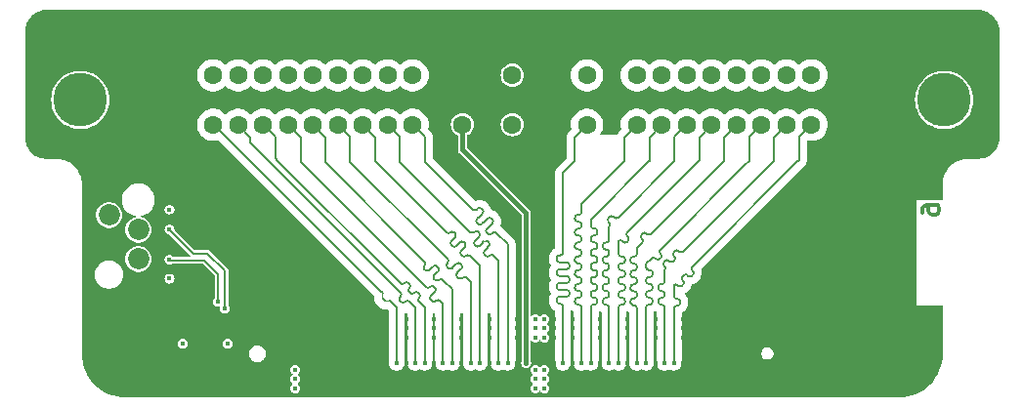
<source format=gbl>
G04 #@! TF.GenerationSoftware,KiCad,Pcbnew,8.0.6*
G04 #@! TF.CreationDate,2024-11-07T02:27:15-08:00*
G04 #@! TF.ProjectId,mse-50-ce,6d73652d-3530-42d6-9365-2e6b69636164,1*
G04 #@! TF.SameCoordinates,Original*
G04 #@! TF.FileFunction,Copper,L6,Bot*
G04 #@! TF.FilePolarity,Positive*
%FSLAX46Y46*%
G04 Gerber Fmt 4.6, Leading zero omitted, Abs format (unit mm)*
G04 Created by KiCad (PCBNEW 8.0.6) date 2024-11-07 02:27:15*
%MOMM*%
%LPD*%
G01*
G04 APERTURE LIST*
%ADD10C,0.300000*%
G04 #@! TA.AperFunction,NonConductor*
%ADD11C,0.300000*%
G04 #@! TD*
G04 #@! TA.AperFunction,ComponentPad*
%ADD12C,1.600000*%
G04 #@! TD*
G04 #@! TA.AperFunction,ComponentPad*
%ADD13C,4.650000*%
G04 #@! TD*
G04 #@! TA.AperFunction,ComponentPad*
%ADD14C,6.400000*%
G04 #@! TD*
G04 #@! TA.AperFunction,ComponentPad*
%ADD15C,1.850000*%
G04 #@! TD*
G04 #@! TA.AperFunction,ViaPad*
%ADD16C,0.450000*%
G04 #@! TD*
G04 #@! TA.AperFunction,Conductor*
%ADD17C,0.200000*%
G04 #@! TD*
G04 #@! TA.AperFunction,Conductor*
%ADD18C,0.151400*%
G04 #@! TD*
G04 #@! TA.AperFunction,Conductor*
%ADD19C,0.400000*%
G04 #@! TD*
G04 APERTURE END LIST*
D10*
D11*
X-1999172Y16214285D02*
X-1999172Y16500000D01*
X-1999172Y16500000D02*
X-1927743Y16642857D01*
X-1927743Y16642857D02*
X-1856315Y16714285D01*
X-1856315Y16714285D02*
X-1642029Y16857143D01*
X-1642029Y16857143D02*
X-1356315Y16928571D01*
X-1356315Y16928571D02*
X-784886Y16928571D01*
X-784886Y16928571D02*
X-642029Y16857143D01*
X-642029Y16857143D02*
X-570600Y16785714D01*
X-570600Y16785714D02*
X-499172Y16642857D01*
X-499172Y16642857D02*
X-499172Y16357143D01*
X-499172Y16357143D02*
X-570600Y16214285D01*
X-570600Y16214285D02*
X-642029Y16142857D01*
X-642029Y16142857D02*
X-784886Y16071428D01*
X-784886Y16071428D02*
X-1142029Y16071428D01*
X-1142029Y16071428D02*
X-1284886Y16142857D01*
X-1284886Y16142857D02*
X-1356315Y16214285D01*
X-1356315Y16214285D02*
X-1427743Y16357143D01*
X-1427743Y16357143D02*
X-1427743Y16642857D01*
X-1427743Y16642857D02*
X-1356315Y16785714D01*
X-1356315Y16785714D02*
X-1284886Y16857143D01*
X-1284886Y16857143D02*
X-1142029Y16928571D01*
D12*
G04 #@! TO.P,J5,1,Pin_1*
G04 #@! TO.N,/CON.DB0+*
X-63420000Y23855000D03*
G04 #@! TO.P,J5,2,Pin_2*
G04 #@! TO.N,/CON.DB1+*
X-61260000Y23855000D03*
G04 #@! TO.P,J5,3,Pin_3*
G04 #@! TO.N,/CON.DB2+*
X-59100000Y23855000D03*
G04 #@! TO.P,J5,4,Pin_4*
G04 #@! TO.N,/CON.DB3+*
X-56940000Y23855000D03*
G04 #@! TO.P,J5,5,Pin_5*
G04 #@! TO.N,/CON.DB4+*
X-54780000Y23855000D03*
G04 #@! TO.P,J5,6,Pin_6*
G04 #@! TO.N,/CON.DB5+*
X-52620000Y23855000D03*
G04 #@! TO.P,J5,7,Pin_7*
G04 #@! TO.N,/CON.DB6+*
X-50460000Y23855000D03*
G04 #@! TO.P,J5,8,Pin_8*
G04 #@! TO.N,/CON.DB7+*
X-48300000Y23855000D03*
G04 #@! TO.P,J5,9,Pin_9*
G04 #@! TO.N,/CON.DP0+*
X-46140000Y23855000D03*
G04 #@! TO.P,J5,10,Pin_10*
G04 #@! TO.N,GND*
X-43980000Y23855000D03*
G04 #@! TO.P,J5,11,Pin_11*
G04 #@! TO.N,/CON.DIFFSENSE*
X-41820000Y23855000D03*
G04 #@! TO.P,J5,12,Pin_12*
G04 #@! TO.N,GND*
X-39660000Y23855000D03*
G04 #@! TO.P,J5,13,Pin_13*
G04 #@! TO.N,unconnected-(J5-Pin_13-Pad13)*
X-37500000Y23855000D03*
G04 #@! TO.P,J5,14,Pin_14*
G04 #@! TO.N,GND*
X-35340000Y23855000D03*
G04 #@! TO.P,J5,15,Pin_15*
X-33180000Y23855000D03*
G04 #@! TO.P,J5,16,Pin_16*
G04 #@! TO.N,/CON.ATN+*
X-31020000Y23855000D03*
G04 #@! TO.P,J5,17,Pin_17*
G04 #@! TO.N,GND*
X-28860000Y23855000D03*
G04 #@! TO.P,J5,18,Pin_18*
G04 #@! TO.N,/CON.BSY+*
X-26700000Y23855000D03*
G04 #@! TO.P,J5,19,Pin_19*
G04 #@! TO.N,/CON.ACK+*
X-24540000Y23855000D03*
G04 #@! TO.P,J5,20,Pin_20*
G04 #@! TO.N,/CON.RST+*
X-22380000Y23855000D03*
G04 #@! TO.P,J5,21,Pin_21*
G04 #@! TO.N,/CON.MSG+*
X-20220000Y23855000D03*
G04 #@! TO.P,J5,22,Pin_22*
G04 #@! TO.N,/CON.SEL+*
X-18060000Y23855000D03*
G04 #@! TO.P,J5,23,Pin_23*
G04 #@! TO.N,/CON.C{slash}D+*
X-15900000Y23855000D03*
G04 #@! TO.P,J5,24,Pin_24*
G04 #@! TO.N,/CON.REQ+*
X-13740000Y23855000D03*
G04 #@! TO.P,J5,25,Pin_25*
G04 #@! TO.N,/CON.I{slash}O+*
X-11580000Y23855000D03*
G04 #@! TO.P,J5,26,Pin_26*
G04 #@! TO.N,/CON.DB0-*
X-63420000Y28145000D03*
G04 #@! TO.P,J5,27,Pin_27*
G04 #@! TO.N,/CON.DB1-*
X-61260000Y28145000D03*
G04 #@! TO.P,J5,28,Pin_28*
G04 #@! TO.N,/CON.DB2-*
X-59100000Y28145000D03*
G04 #@! TO.P,J5,29,Pin_29*
G04 #@! TO.N,/CON.DB3-*
X-56940000Y28145000D03*
G04 #@! TO.P,J5,30,Pin_30*
G04 #@! TO.N,/CON.DB4-*
X-54780000Y28145000D03*
G04 #@! TO.P,J5,31,Pin_31*
G04 #@! TO.N,/CON.DB5-*
X-52620000Y28145000D03*
G04 #@! TO.P,J5,32,Pin_32*
G04 #@! TO.N,/CON.DB6-*
X-50460000Y28145000D03*
G04 #@! TO.P,J5,33,Pin_33*
G04 #@! TO.N,/CON.DB7-*
X-48300000Y28145000D03*
G04 #@! TO.P,J5,34,Pin_34*
G04 #@! TO.N,/CON.DP0-*
X-46140000Y28145000D03*
G04 #@! TO.P,J5,35,Pin_35*
G04 #@! TO.N,GND*
X-43980000Y28145000D03*
G04 #@! TO.P,J5,36,Pin_36*
X-41820000Y28145000D03*
G04 #@! TO.P,J5,37,Pin_37*
X-39660000Y28145000D03*
G04 #@! TO.P,J5,38,Pin_38*
G04 #@! TO.N,/CON.TERMPWR*
X-37500000Y28145000D03*
G04 #@! TO.P,J5,39,Pin_39*
G04 #@! TO.N,GND*
X-35340000Y28145000D03*
G04 #@! TO.P,J5,40,Pin_40*
X-33180000Y28145000D03*
G04 #@! TO.P,J5,41,Pin_41*
G04 #@! TO.N,/CON.ATN-*
X-31020000Y28145000D03*
G04 #@! TO.P,J5,42,Pin_42*
G04 #@! TO.N,GND*
X-28860000Y28145000D03*
G04 #@! TO.P,J5,43,Pin_43*
G04 #@! TO.N,/CON.BSY-*
X-26700000Y28145000D03*
G04 #@! TO.P,J5,44,Pin_44*
G04 #@! TO.N,/CON.ACK-*
X-24540000Y28145000D03*
G04 #@! TO.P,J5,45,Pin_45*
G04 #@! TO.N,/CON.RST-*
X-22380000Y28145000D03*
G04 #@! TO.P,J5,46,Pin_46*
G04 #@! TO.N,/CON.MSG-*
X-20220000Y28145000D03*
G04 #@! TO.P,J5,47,Pin_47*
G04 #@! TO.N,/CON.SEL-*
X-18060000Y28145000D03*
G04 #@! TO.P,J5,48,Pin_48*
G04 #@! TO.N,/CON.C{slash}D-*
X-15900000Y28145000D03*
G04 #@! TO.P,J5,49,Pin_49*
G04 #@! TO.N,/CON.REQ-*
X-13740000Y28145000D03*
G04 #@! TO.P,J5,50,Pin_50*
G04 #@! TO.N,/CON.I{slash}O-*
X-11580000Y28145000D03*
D13*
G04 #@! TO.P,J5,SHIELD,SHIELD*
G04 #@! TO.N,Net-(C2-Pad2)*
X-75000Y26000000D03*
X-74925000Y26000000D03*
G04 #@! TD*
D14*
G04 #@! TO.P,H4,1,1*
G04 #@! TO.N,GND*
X-4000000Y4000000D03*
G04 #@! TD*
D15*
G04 #@! TO.P,J3,1,Pin_1*
G04 #@! TO.N,+3V3*
X-72440000Y16010000D03*
G04 #@! TO.P,J3,2,Pin_2*
G04 #@! TO.N,/PHY.ID_SDA*
X-69900000Y14740000D03*
G04 #@! TO.P,J3,3,Pin_3*
G04 #@! TO.N,GND*
X-72440000Y13470000D03*
G04 #@! TO.P,J3,4,Pin_4*
G04 #@! TO.N,/PHY.ID_SCL*
X-69900000Y12200000D03*
G04 #@! TD*
D14*
G04 #@! TO.P,H3,1,1*
G04 #@! TO.N,GND*
X-71000000Y4000000D03*
G04 #@! TD*
D16*
G04 #@! TO.N,GND*
X-20300000Y5400000D03*
X-22700000Y1800000D03*
X-49100000Y1800000D03*
X-53900000Y1000000D03*
X-29900000Y2600000D03*
X-39500000Y6200000D03*
X-39500000Y1800000D03*
X-44300000Y7000000D03*
X-49100000Y6200000D03*
X-64650000Y4000000D03*
X-46700000Y6200000D03*
X-51500000Y2600000D03*
X-53900000Y3200000D03*
X-27500000Y2600000D03*
X-39500000Y7000000D03*
X-32300000Y1800000D03*
X-53900000Y5400000D03*
X-20300000Y1800000D03*
X-17900000Y3200000D03*
X-44300000Y3200000D03*
X-41900000Y3200000D03*
X-53900000Y2600000D03*
X-37100000Y5400000D03*
X-63600000Y4000000D03*
X-25100000Y7000000D03*
X-39500000Y5400000D03*
X-33900000Y1000000D03*
X-41900000Y1000000D03*
X-64100000Y4500000D03*
X-33900000Y2600000D03*
X-49100000Y2600000D03*
X-33900000Y6200000D03*
X-51500000Y5400000D03*
X-44300000Y6200000D03*
X-27500000Y6200000D03*
X-39500000Y1000000D03*
X-25100000Y1800000D03*
X-41900000Y7000000D03*
X-53900000Y7000000D03*
X-41900000Y6200000D03*
X-27500000Y5400000D03*
X-54700000Y6200000D03*
X-29900000Y1000000D03*
X-20300000Y1000000D03*
X-53900000Y1800000D03*
X-51500000Y6200000D03*
X-20300000Y2600000D03*
X-22700000Y1000000D03*
X-44300000Y5400000D03*
X-33900000Y1800000D03*
X-32300000Y5400000D03*
X-20300000Y6200000D03*
X-25100000Y3200000D03*
X-39500000Y3200000D03*
X-37100000Y6200000D03*
X-25100000Y2600000D03*
X-33900000Y3200000D03*
X-37100000Y7000000D03*
X-39500000Y2600000D03*
X-25100000Y6200000D03*
X-33900000Y7000000D03*
X-22700000Y3200000D03*
X-51500000Y7000000D03*
X-54700000Y7000000D03*
X-29900000Y7000000D03*
X-27500000Y3200000D03*
X-44300000Y1800000D03*
X-22700000Y2600000D03*
X-17900000Y5400000D03*
X-41900000Y2600000D03*
X-17900000Y7000000D03*
X-44300000Y1000000D03*
X-32300000Y7000000D03*
X-51500000Y1800000D03*
X-54700000Y5400000D03*
X-22700000Y6200000D03*
X-57100000Y5400000D03*
X-37100000Y1800000D03*
X-46700000Y1000000D03*
X-25100000Y1000000D03*
X-32300000Y2600000D03*
X-44300000Y2600000D03*
X-46700000Y5400000D03*
X-54700000Y1800000D03*
X-22700000Y7000000D03*
X-46700000Y2600000D03*
X-37100000Y1000000D03*
X-46700000Y3200000D03*
X-51500000Y3200000D03*
X-37100000Y2600000D03*
X-51500000Y1000000D03*
X-17900000Y1000000D03*
X-20300000Y7000000D03*
X-57100000Y6200000D03*
X-32300000Y1000000D03*
X-20300000Y3200000D03*
X-33900000Y5400000D03*
X-46700000Y1800000D03*
X-29900000Y5400000D03*
X-49100000Y3200000D03*
X-27500000Y1800000D03*
X-41900000Y1800000D03*
X-53900000Y6200000D03*
X-41900000Y5400000D03*
X-29900000Y3200000D03*
X-29900000Y6200000D03*
X-49100000Y5400000D03*
X-54700000Y2600000D03*
X-49100000Y7000000D03*
X-49100000Y1000000D03*
X-32300000Y3200000D03*
X-54700000Y3200000D03*
X-46700000Y7000000D03*
X-29900000Y1800000D03*
X-25100000Y5400000D03*
X-64100000Y3500000D03*
X-32300000Y6200000D03*
X-17900000Y6200000D03*
X-27500000Y1000000D03*
X-57100000Y7000000D03*
X-22700000Y5400000D03*
X-17900000Y2600000D03*
X-54700000Y1000000D03*
X-37100000Y3200000D03*
X-17900000Y1800000D03*
X-27500000Y7000000D03*
X-66050000Y3150000D03*
G04 #@! TO.N,/PHY.ID_SCL*
X-67200000Y12150000D03*
X-63000000Y8500000D03*
G04 #@! TO.N,+3V3*
X-56300000Y1800000D03*
X-67200000Y16500000D03*
X-67200000Y10500000D03*
X-66050000Y4850000D03*
X-56300000Y1000000D03*
X-56300000Y2600000D03*
X-62150000Y4850000D03*
G04 #@! TO.N,/PHY.ID_SDA*
X-67200000Y14750000D03*
X-62400000Y7900000D03*
G04 #@! TO.N,/CON.C{slash}D+*
X-25900000Y3200000D03*
G04 #@! TO.N,/CON.ACK+*
X-30700000Y3200000D03*
G04 #@! TO.N,/CON.TERMPWR*
X-35500000Y6200000D03*
X-35500000Y1000000D03*
X-34700000Y5400000D03*
X-35500000Y1800000D03*
X-35500000Y7000000D03*
X-35500000Y2600000D03*
X-34700000Y6200000D03*
X-35500000Y5400000D03*
X-34700000Y2600000D03*
X-34700000Y1000000D03*
X-34700000Y1800000D03*
X-34700000Y7000000D03*
G04 #@! TO.N,/CON.BSY+*
X-31500000Y3200000D03*
G04 #@! TO.N,/CON.DB5+*
X-41100000Y3200000D03*
G04 #@! TO.N,/CON.DP0+*
X-37900000Y3200000D03*
G04 #@! TO.N,/CON.SEL+*
X-26700000Y3200000D03*
G04 #@! TO.N,/CON.ATN+*
X-33100000Y3200000D03*
G04 #@! TO.N,/CON.DB7+*
X-38700000Y3200000D03*
G04 #@! TO.N,/CON.REQ+*
X-24300000Y3200000D03*
G04 #@! TO.N,/CON.MSG+*
X-28300000Y3200000D03*
G04 #@! TO.N,/CON.DB3+*
X-43500000Y3200000D03*
G04 #@! TO.N,/CON.DIFFSENSE*
X-36300000Y3200000D03*
G04 #@! TO.N,/CON.I{slash}O+*
X-23500000Y3200000D03*
G04 #@! TO.N,/CON.DB4+*
X-42700000Y3200000D03*
G04 #@! TO.N,/CON.RST+*
X-29100000Y3200000D03*
G04 #@! TO.N,/CON.DB6+*
X-40300000Y3200000D03*
G04 #@! TO.N,/CON.DB1+*
X-45900000Y3200000D03*
G04 #@! TO.N,/CON.DB2+*
X-45100000Y3200000D03*
G04 #@! TO.N,/CON.DB0+*
X-47500000Y3200000D03*
G04 #@! TD*
D17*
G04 #@! TO.N,/PHY.ID_SCL*
X-64200000Y12100000D02*
X-67150000Y12100000D01*
X-67150000Y12100000D02*
X-67200000Y12150000D01*
X-63000000Y10900000D02*
X-64200000Y12100000D01*
X-63000000Y8500000D02*
X-63000000Y10900000D01*
G04 #@! TO.N,/PHY.ID_SDA*
X-62400000Y11200000D02*
X-63900000Y12700000D01*
X-65150000Y12700000D02*
X-67200000Y14750000D01*
X-62400000Y7900000D02*
X-62400000Y11200000D01*
X-63900000Y12700000D02*
X-65150000Y12700000D01*
D18*
G04 #@! TO.N,/CON.C{slash}D+*
X-25900000Y3200000D02*
X-25900000Y8000708D01*
X-25900000Y9080708D02*
X-25900000Y9200708D01*
X-25660000Y10640708D02*
X-25574906Y10640708D01*
X-24701407Y12199467D02*
X-24616555Y12284320D01*
X-24616555Y12623732D02*
X-24676708Y12683885D01*
X-16975000Y22780000D02*
X-15900000Y23855000D01*
X-25334906Y9680708D02*
X-25334906Y9800708D01*
X-24591853Y13108148D02*
X-17344001Y20355999D01*
X-25334906Y10880708D02*
X-25334906Y11000708D01*
X-25660000Y9440708D02*
X-25574906Y9440708D01*
X-16975000Y20725000D02*
X-16975000Y22780000D01*
X-25660000Y8240708D02*
X-25574906Y8240708D01*
X-25100970Y12259619D02*
X-25040818Y12199467D01*
X-25900000Y10280708D02*
X-25900000Y10400708D01*
X-25900000Y11480708D02*
X-25900000Y11600708D01*
X-25900000Y11800000D02*
X-25440381Y12259619D01*
X-25574906Y8840708D02*
X-25660000Y8840708D01*
X-24676708Y13023296D02*
X-24591853Y13108148D01*
X-16982429Y20717571D02*
X-16975000Y20725000D01*
X-25900000Y11600708D02*
X-25900000Y11800000D01*
X-17344001Y20355999D02*
X-16982429Y20717571D01*
X-25574906Y11240708D02*
X-25660000Y11240708D01*
X-25334906Y8480708D02*
X-25334906Y8600708D01*
X-25574906Y10040708D02*
X-25660000Y10040708D01*
X-25900000Y10400708D02*
G75*
G02*
X-25660000Y10640700I240000J-8D01*
G01*
X-25900000Y8000708D02*
G75*
G02*
X-25660000Y8240700I240000J-8D01*
G01*
X-25334906Y8600708D02*
G75*
G03*
X-25574906Y8840694I-239994J-8D01*
G01*
X-25334906Y11000708D02*
G75*
G03*
X-25574906Y11240694I-239994J-8D01*
G01*
X-25660000Y11240708D02*
G75*
G02*
X-25899992Y11480708I0J239992D01*
G01*
X-24676708Y12683885D02*
G75*
G02*
X-24676718Y13023305I169708J169715D01*
G01*
X-25574906Y8240708D02*
G75*
G03*
X-25334908Y8480708I6J239992D01*
G01*
X-25660000Y8840708D02*
G75*
G02*
X-25899992Y9080708I0J239992D01*
G01*
X-25040818Y12199467D02*
G75*
G03*
X-24701407Y12199466I169706J169707D01*
G01*
X-25574906Y10640708D02*
G75*
G03*
X-25334908Y10880708I6J239992D01*
G01*
X-25574906Y9440708D02*
G75*
G03*
X-25334908Y9680708I6J239992D01*
G01*
X-24616555Y12284320D02*
G75*
G03*
X-24616581Y12623706I-169745J169680D01*
G01*
X-25900000Y9200708D02*
G75*
G02*
X-25660000Y9440700I240000J-8D01*
G01*
X-25334906Y9800708D02*
G75*
G03*
X-25574906Y10040694I-239994J-8D01*
G01*
X-25660000Y10040708D02*
G75*
G02*
X-25899992Y10280708I0J239992D01*
G01*
X-25440381Y12259619D02*
G75*
G02*
X-25100970Y12259620I169706J-169707D01*
G01*
G04 #@! TO.N,/CON.ACK+*
X-25625000Y20725000D02*
X-25625000Y22770000D01*
X-30362094Y10055480D02*
X-30460000Y10055480D01*
X-30362094Y8855480D02*
X-30460000Y8855480D01*
X-30700000Y10295480D02*
X-30700000Y10415480D01*
X-30122094Y8495480D02*
X-30122094Y8615480D01*
X-30122068Y14495480D02*
X-30122068Y14615480D01*
X-30460000Y11855480D02*
X-30362094Y11855480D01*
X-30362094Y13655480D02*
X-30460000Y13655480D01*
X-30460000Y8255480D02*
X-30362094Y8255480D01*
X-30700000Y13895480D02*
X-30700000Y14015480D01*
X-30460000Y13055480D02*
X-30362094Y13055480D01*
X-30122094Y13295480D02*
X-30122094Y13415480D01*
X-30122094Y9695480D02*
X-30122094Y9815480D01*
X-30700000Y12695480D02*
X-30700000Y12815480D01*
X-30362068Y14855480D02*
X-30460000Y14855480D01*
X-30460000Y9455480D02*
X-30362094Y9455480D01*
X-30700000Y9095480D02*
X-30700000Y9215480D01*
X-25625000Y22770000D02*
X-24540000Y23855000D01*
X-30362094Y12455480D02*
X-30460000Y12455480D01*
X-30700000Y11495480D02*
X-30700000Y11615480D01*
X-30700000Y3200000D02*
X-30700000Y8015480D01*
X-30700000Y15095480D02*
X-30700000Y15215480D01*
X-25638746Y20711254D02*
X-25625000Y20725000D01*
X-30362094Y11255480D02*
X-30460000Y11255480D01*
X-30122094Y10895480D02*
X-30122094Y11015480D01*
X-30460000Y10655480D02*
X-30362094Y10655480D01*
X-30122094Y12095480D02*
X-30122094Y12215480D01*
X-30700000Y15215480D02*
X-30700000Y15650000D01*
X-30460000Y14255480D02*
X-30362068Y14255480D01*
X-30700000Y15650000D02*
X-25638746Y20711254D01*
X-30122094Y8615480D02*
G75*
G03*
X-30362094Y8855506I-240006J20D01*
G01*
X-30362094Y10655480D02*
G75*
G03*
X-30122080Y10895480I-6J240020D01*
G01*
X-30122068Y14615480D02*
G75*
G03*
X-30362068Y14855532I-240032J20D01*
G01*
X-30700000Y10415480D02*
G75*
G02*
X-30460000Y10655500I240000J20D01*
G01*
X-30362094Y9455480D02*
G75*
G03*
X-30122080Y9695480I-6J240020D01*
G01*
X-30362094Y11855480D02*
G75*
G03*
X-30122080Y12095480I-6J240020D01*
G01*
X-30460000Y12455480D02*
G75*
G02*
X-30700020Y12695480I0J240020D01*
G01*
X-30362068Y14255480D02*
G75*
G03*
X-30122080Y14495480I-32J240020D01*
G01*
X-30460000Y10055480D02*
G75*
G02*
X-30700020Y10295480I0J240020D01*
G01*
X-30122094Y12215480D02*
G75*
G03*
X-30362094Y12455506I-240006J20D01*
G01*
X-30700000Y8015480D02*
G75*
G02*
X-30460000Y8255500I240000J20D01*
G01*
X-30700000Y9215480D02*
G75*
G02*
X-30460000Y9455500I240000J20D01*
G01*
X-30460000Y14855480D02*
G75*
G02*
X-30700020Y15095480I0J240020D01*
G01*
X-30460000Y8855480D02*
G75*
G02*
X-30700020Y9095480I0J240020D01*
G01*
X-30122094Y9815480D02*
G75*
G03*
X-30362094Y10055506I-240006J20D01*
G01*
X-30700000Y12815480D02*
G75*
G02*
X-30460000Y13055500I240000J20D01*
G01*
X-30122094Y13415480D02*
G75*
G03*
X-30362094Y13655506I-240006J20D01*
G01*
X-30700000Y11615480D02*
G75*
G02*
X-30460000Y11855500I240000J20D01*
G01*
X-30700000Y14015480D02*
G75*
G02*
X-30460000Y14255500I240000J20D01*
G01*
X-30362094Y13055480D02*
G75*
G03*
X-30122080Y13295480I-6J240020D01*
G01*
X-30122094Y11015480D02*
G75*
G03*
X-30362094Y11255506I-240006J20D01*
G01*
X-30460000Y13655480D02*
G75*
G02*
X-30700020Y13895480I0J240020D01*
G01*
X-30362094Y8255480D02*
G75*
G03*
X-30122080Y8495480I-6J240020D01*
G01*
X-30460000Y11255480D02*
G75*
G02*
X-30700020Y11495480I0J240020D01*
G01*
G04 #@! TO.N,/CON.BSY+*
X-31500000Y10280000D02*
X-31500000Y10400000D01*
X-31500000Y9080000D02*
X-31500000Y9200000D01*
X-31500000Y16400000D02*
X-31500000Y17000000D01*
X-31740000Y15440000D02*
X-31825047Y15440000D01*
X-31825050Y12440000D02*
X-31740000Y12440000D01*
X-32065050Y14480000D02*
X-32065050Y14600000D01*
X-31825047Y8840000D02*
X-31740000Y8840000D01*
X-27790000Y22765000D02*
X-26700000Y23855000D01*
X-27790000Y20710000D02*
X-27790000Y22765000D01*
X-31500000Y15080000D02*
X-31500000Y15200000D01*
X-31500000Y17000000D02*
X-27796713Y20703287D01*
X-31740000Y9440000D02*
X-31825048Y9440000D01*
X-31500000Y16280000D02*
X-31500000Y16400000D01*
X-31740000Y14240000D02*
X-31825050Y14240000D01*
X-31500000Y3200000D02*
X-31500000Y8000000D01*
X-32065048Y9680000D02*
X-32065048Y9800000D01*
X-32065047Y15680000D02*
X-32065047Y15800000D01*
X-31500000Y11480000D02*
X-31500000Y11600000D01*
X-32065050Y12080000D02*
X-32065050Y12200000D01*
X-31825050Y14840000D02*
X-31740000Y14840000D01*
X-27796713Y20703287D02*
X-27790000Y20710000D01*
X-31825048Y10040000D02*
X-31740000Y10040000D01*
X-31740000Y10640000D02*
X-31825048Y10640000D01*
X-31825048Y11240000D02*
X-31740000Y11240000D01*
X-32065048Y13280000D02*
X-32065048Y13400000D01*
X-32065047Y8480000D02*
X-32065047Y8600000D01*
X-31500000Y12680000D02*
X-31500000Y12800000D01*
X-31740000Y8240000D02*
X-31825047Y8240000D01*
X-32065048Y10880000D02*
X-32065048Y11000000D01*
X-31500000Y13880000D02*
X-31500000Y14000000D01*
X-31825048Y13640000D02*
X-31740000Y13640000D01*
X-31740000Y11840000D02*
X-31825050Y11840000D01*
X-31825047Y16040000D02*
X-31740000Y16040000D01*
X-31740000Y13040000D02*
X-31825048Y13040000D01*
X-32065050Y12200000D02*
G75*
G02*
X-31825050Y12439950I239950J0D01*
G01*
X-31825048Y10640000D02*
G75*
G02*
X-32065000Y10880000I48J240000D01*
G01*
X-32065047Y15800000D02*
G75*
G02*
X-31825047Y16040047I240047J0D01*
G01*
X-31500000Y15200000D02*
G75*
G03*
X-31740000Y15440000I-240000J0D01*
G01*
X-31825050Y11840000D02*
G75*
G02*
X-32065100Y12080000I-50J240000D01*
G01*
X-31500000Y10400000D02*
G75*
G03*
X-31740000Y10640000I-240000J0D01*
G01*
X-32065048Y11000000D02*
G75*
G02*
X-31825048Y11240048I240048J0D01*
G01*
X-31500000Y14000000D02*
G75*
G03*
X-31740000Y14240000I-240000J0D01*
G01*
X-31500000Y8000000D02*
G75*
G03*
X-31740000Y8240000I-240000J0D01*
G01*
X-31740000Y16040000D02*
G75*
G03*
X-31500000Y16280000I0J240000D01*
G01*
X-31825048Y9440000D02*
G75*
G02*
X-32065000Y9680000I48J240000D01*
G01*
X-31740000Y10040000D02*
G75*
G03*
X-31500000Y10280000I0J240000D01*
G01*
X-32065048Y9800000D02*
G75*
G02*
X-31825048Y10040048I240048J0D01*
G01*
X-31825048Y13040000D02*
G75*
G02*
X-32065000Y13280000I48J240000D01*
G01*
X-31500000Y12800000D02*
G75*
G03*
X-31740000Y13040000I-240000J0D01*
G01*
X-31500000Y11600000D02*
G75*
G03*
X-31740000Y11840000I-240000J0D01*
G01*
X-31825047Y15440000D02*
G75*
G02*
X-32065000Y15680000I47J240000D01*
G01*
X-31740000Y11240000D02*
G75*
G03*
X-31500000Y11480000I0J240000D01*
G01*
X-31825050Y14240000D02*
G75*
G02*
X-32065100Y14480000I-50J240000D01*
G01*
X-31740000Y12440000D02*
G75*
G03*
X-31500000Y12680000I0J240000D01*
G01*
X-31825047Y8240000D02*
G75*
G02*
X-32065000Y8480000I47J240000D01*
G01*
X-32065050Y14600000D02*
G75*
G02*
X-31825050Y14839950I239950J0D01*
G01*
X-32065048Y13400000D02*
G75*
G02*
X-31825048Y13640048I240048J0D01*
G01*
X-31500000Y9200000D02*
G75*
G03*
X-31740000Y9440000I-240000J0D01*
G01*
X-32065047Y8600000D02*
G75*
G02*
X-31825047Y8840047I240047J0D01*
G01*
X-31740000Y13640000D02*
G75*
G03*
X-31500000Y13880000I0J240000D01*
G01*
X-31740000Y8840000D02*
G75*
G03*
X-31500000Y9080000I0J240000D01*
G01*
X-31740000Y14840000D02*
G75*
G03*
X-31500000Y15080000I0J240000D01*
G01*
G04 #@! TO.N,/CON.DB5+*
X-51550000Y22785000D02*
X-52620000Y23855000D01*
X-43133251Y11849751D02*
X-43111208Y11871797D01*
X-41100000Y3200000D02*
X-41100000Y10200000D01*
X-42262678Y11023266D02*
X-42092972Y11192972D01*
X-42325506Y11808967D02*
X-42517237Y11617237D01*
X-42517236Y11617236D02*
X-42686943Y11447532D01*
X-51550000Y20650000D02*
X-51550000Y20679515D01*
X-42686943Y11447532D02*
X-42708988Y11425487D01*
X-42199868Y10576955D02*
X-42284723Y10661810D01*
X-41838410Y10598998D02*
X-41860456Y10576955D01*
X-43048398Y11425486D02*
X-43133251Y11510339D01*
X-42517237Y11617237D02*
X-42517236Y11617236D01*
X-42092970Y11192970D02*
X-41901240Y11384701D01*
X-51550000Y20679515D02*
X-51550000Y22785000D01*
X-42092972Y11192972D02*
X-42092970Y11192970D01*
X-42284723Y11001222D02*
X-42262678Y11023266D01*
X-43196059Y12296059D02*
X-51550000Y20650000D01*
X-43111208Y12211209D02*
X-43196059Y12296059D01*
X-41100000Y10200000D02*
X-41498998Y10598998D01*
X-41901240Y11724112D02*
X-41986095Y11808967D01*
X-41860456Y10576955D02*
G75*
G02*
X-42199868Y10576955I-169706J169701D01*
G01*
X-41901240Y11384701D02*
G75*
G03*
X-41901246Y11724105I-169660J169699D01*
G01*
X-41498998Y10598998D02*
G75*
G03*
X-41838410Y10598998I-169706J-169701D01*
G01*
X-43133251Y11510339D02*
G75*
G02*
X-43133206Y11849706I169651J169661D01*
G01*
X-43111208Y11871797D02*
G75*
G03*
X-43111211Y12211206I-169692J169703D01*
G01*
X-42708988Y11425487D02*
G75*
G02*
X-43048404Y11425479I-169712J169713D01*
G01*
X-42284723Y10661810D02*
G75*
G02*
X-42284707Y11001206I169723J169690D01*
G01*
X-41986095Y11808967D02*
G75*
G03*
X-42325505Y11808967I-169705J-169703D01*
G01*
G04 #@! TO.N,/CON.DP0+*
X-40550317Y15670921D02*
X-40310621Y15910620D01*
X-39701755Y14822417D02*
X-39631793Y14892382D01*
X-39207525Y14468113D02*
X-39277490Y14398151D01*
X-39222427Y15641156D02*
X-39307282Y15726011D01*
X-40904590Y16504588D02*
X-40989441Y16589441D01*
X-40310618Y15910618D02*
X-40140913Y16080324D01*
X-39462085Y15062085D02*
X-39222427Y15301744D01*
X-39616900Y14398150D02*
X-39701755Y14483005D01*
X-40310621Y15910620D02*
X-40310618Y15910618D01*
X-45075000Y22790000D02*
X-46140000Y23855000D01*
X-45054144Y20654144D02*
X-45075000Y20675000D01*
X-39462088Y15062087D02*
X-39462085Y15062085D01*
X-39886352Y15486353D02*
X-39886351Y15486351D01*
X-40140913Y16080324D02*
X-40070930Y16150307D01*
X-45075000Y20675000D02*
X-45075000Y22790000D01*
X-37900000Y13500000D02*
X-38868113Y14468113D01*
X-39631793Y14892382D02*
X-39462088Y15062087D01*
X-39646693Y15726011D02*
X-39886352Y15486353D01*
X-40070930Y16489718D02*
X-40155783Y16574571D01*
X-39886351Y15486351D02*
X-40126050Y15246655D01*
X-40495195Y16574571D02*
X-40565179Y16504588D01*
X-40989441Y16589441D02*
X-45054144Y20654144D01*
X-37900000Y3200000D02*
X-37900000Y13500000D01*
X-40465462Y15246655D02*
X-40550318Y15331511D01*
X-39701755Y14483005D02*
G75*
G02*
X-39701744Y14822406I169655J169695D01*
G01*
X-38868113Y14468113D02*
G75*
G03*
X-39207525Y14468113I-169706J-169701D01*
G01*
X-40126050Y15246655D02*
G75*
G02*
X-40465462Y15246655I-169706J169701D01*
G01*
X-40155783Y16574571D02*
G75*
G03*
X-40495195Y16574571I-169706J-169704D01*
G01*
X-40550318Y15331511D02*
G75*
G02*
X-40550302Y15670906I169718J169689D01*
G01*
X-39307282Y15726011D02*
G75*
G03*
X-39646692Y15726011I-169705J-169703D01*
G01*
X-40070930Y16150307D02*
G75*
G03*
X-40070942Y16489705I-169670J169693D01*
G01*
X-39222427Y15301744D02*
G75*
G03*
X-39222477Y15641106I-169673J169656D01*
G01*
X-39277490Y14398151D02*
G75*
G02*
X-39616904Y14398146I-169710J169749D01*
G01*
X-40565179Y16504588D02*
G75*
G02*
X-40904589Y16504588I-169705J169703D01*
G01*
G04 #@! TO.N,/CON.SEL+*
X-19150000Y20700000D02*
X-19150000Y20705075D01*
X-27009564Y10003681D02*
X-26940000Y10003681D01*
X-19150000Y22765000D02*
X-18060000Y23855000D01*
X-19150000Y20705075D02*
X-19150000Y22765000D01*
X-26700000Y12643681D02*
X-26700000Y12763681D01*
X-26700000Y3200000D02*
X-26700000Y7963681D01*
X-26700000Y12763681D02*
X-26700000Y13150000D01*
X-27009577Y11203681D02*
X-26940000Y11203681D01*
X-26940000Y10603681D02*
X-27009577Y10603681D01*
X-26240380Y13949031D02*
X-26289588Y13998239D01*
X-26700000Y13150000D02*
X-26240381Y13609619D01*
X-27009577Y12403681D02*
X-26940000Y12403681D01*
X-25476703Y14373294D02*
X-25391851Y14458148D01*
X-26700000Y9043681D02*
X-26700000Y9163681D01*
X-25865324Y14422502D02*
X-25816115Y14373293D01*
X-27249577Y12043681D02*
X-27249577Y12163681D01*
X-27249564Y8443681D02*
X-27249564Y8563681D01*
X-27249564Y9643681D02*
X-27249564Y9763681D01*
X-26940000Y9403681D02*
X-27009564Y9403681D01*
X-26289589Y14337649D02*
X-26204734Y14422503D01*
X-26700000Y11443681D02*
X-26700000Y11563681D01*
X-26700000Y10243681D02*
X-26700000Y10363681D01*
X-26940000Y8203681D02*
X-27009564Y8203681D01*
X-27249577Y10843681D02*
X-27249577Y10963681D01*
X-25391851Y14458148D02*
X-19150000Y20700000D01*
X-26940000Y11803681D02*
X-27009577Y11803681D01*
X-27009564Y8803681D02*
X-26940000Y8803681D01*
X-26700000Y10363681D02*
G75*
G03*
X-26940000Y10603700I-240000J19D01*
G01*
X-26940000Y12403681D02*
G75*
G03*
X-26699981Y12643681I0J240019D01*
G01*
X-26289588Y13998239D02*
G75*
G02*
X-26289545Y14337604I169688J169661D01*
G01*
X-27249577Y12163681D02*
G75*
G02*
X-27009577Y12403677I239977J19D01*
G01*
X-26700000Y9163681D02*
G75*
G03*
X-26940000Y9403700I-240000J19D01*
G01*
X-26940000Y11203681D02*
G75*
G03*
X-26699981Y11443681I0J240019D01*
G01*
X-26940000Y8803681D02*
G75*
G03*
X-26699981Y9043681I0J240019D01*
G01*
X-27249564Y8563681D02*
G75*
G02*
X-27009564Y8803664I239964J19D01*
G01*
X-25816115Y14373293D02*
G75*
G03*
X-25476694Y14373284I169715J169707D01*
G01*
X-27009564Y8203681D02*
G75*
G02*
X-27249619Y8443681I-36J240019D01*
G01*
X-27009577Y11803681D02*
G75*
G02*
X-27249619Y12043681I-23J240019D01*
G01*
X-26700000Y7963681D02*
G75*
G03*
X-26940000Y8203700I-240000J19D01*
G01*
X-27249564Y9763681D02*
G75*
G02*
X-27009564Y10003664I239964J19D01*
G01*
X-26204734Y14422503D02*
G75*
G02*
X-25865295Y14422532I169734J-169703D01*
G01*
X-26240381Y13609619D02*
G75*
G03*
X-26240405Y13949006I-169719J169681D01*
G01*
X-27009564Y9403681D02*
G75*
G02*
X-27249619Y9643681I-36J240019D01*
G01*
X-27249577Y10963681D02*
G75*
G02*
X-27009577Y11203677I239977J19D01*
G01*
X-26940000Y10003681D02*
G75*
G03*
X-26699981Y10243681I0J240019D01*
G01*
X-27009577Y10603681D02*
G75*
G02*
X-27249619Y10843681I-23J240019D01*
G01*
X-26700000Y11563681D02*
G75*
G03*
X-26940000Y11803700I-240000J19D01*
G01*
G04 #@! TO.N,/CON.ATN+*
X-32782770Y9528401D02*
X-33100000Y9528401D01*
X-32100000Y20700000D02*
X-32100000Y22775000D01*
X-32782757Y11928401D02*
X-33100000Y11928401D01*
X-33100000Y19700000D02*
X-32115585Y20684415D01*
X-33417230Y8928401D02*
X-33340000Y8928401D01*
X-33657243Y12168401D02*
X-33657243Y12288401D01*
X-33100000Y11328401D02*
X-32782757Y11328401D01*
X-32542757Y11568401D02*
X-32542757Y11688401D01*
X-32542770Y9168401D02*
X-32542770Y9288401D01*
X-33100000Y10128401D02*
X-32782770Y10128401D01*
X-33100000Y12888401D02*
X-33100000Y19700000D01*
X-33417230Y10128401D02*
X-33100000Y10128401D01*
X-33657243Y10968401D02*
X-33657243Y11088401D01*
X-33657230Y9768401D02*
X-33657230Y9888401D01*
X-33340000Y8328401D02*
X-33417230Y8328401D01*
X-32782770Y10728401D02*
X-33100000Y10728401D01*
X-33100000Y8928401D02*
X-32782770Y8928401D01*
X-33417243Y11328401D02*
X-33100000Y11328401D01*
X-33657230Y8568401D02*
X-33657230Y8688401D01*
X-33417243Y12528401D02*
X-33340000Y12528401D01*
X-32542770Y10368401D02*
X-32542770Y10488401D01*
X-33100000Y3200000D02*
X-33100000Y8088401D01*
X-32115585Y20684415D02*
X-32100000Y20700000D01*
X-33100000Y10728401D02*
X-33417243Y10728401D01*
X-33340000Y11928401D02*
X-33417243Y11928401D01*
X-33100000Y9528401D02*
X-33417230Y9528401D01*
X-33100000Y12768401D02*
X-33100000Y12888401D01*
X-33100000Y11928401D02*
X-33340000Y11928401D01*
X-33340000Y8928401D02*
X-33100000Y8928401D01*
X-32100000Y22775000D02*
X-31020000Y23855000D01*
X-33417230Y9528401D02*
G75*
G02*
X-33657199Y9768401I30J239999D01*
G01*
X-32782770Y8928401D02*
G75*
G03*
X-32542801Y9168401I-30J239999D01*
G01*
X-32542757Y11688401D02*
G75*
G03*
X-32782757Y11928443I-240043J-1D01*
G01*
X-32782757Y11328401D02*
G75*
G03*
X-32542801Y11568401I-43J239999D01*
G01*
X-32542770Y9288401D02*
G75*
G03*
X-32782770Y9528430I-240030J-1D01*
G01*
X-33657243Y12288401D02*
G75*
G02*
X-33417243Y12528443I240043J-1D01*
G01*
X-33417243Y11928401D02*
G75*
G02*
X-33657199Y12168401I43J239999D01*
G01*
X-33340000Y12528401D02*
G75*
G03*
X-33100001Y12768401I0J239999D01*
G01*
X-33417230Y8328401D02*
G75*
G02*
X-33657199Y8568401I30J239999D01*
G01*
X-33657243Y11088401D02*
G75*
G02*
X-33417243Y11328443I240043J-1D01*
G01*
X-33417243Y10728401D02*
G75*
G02*
X-33657199Y10968401I43J239999D01*
G01*
X-33100000Y8088401D02*
G75*
G03*
X-33340000Y8328400I-240000J-1D01*
G01*
X-33657230Y8688401D02*
G75*
G02*
X-33417230Y8928430I240030J-1D01*
G01*
X-32542770Y10488401D02*
G75*
G03*
X-32782770Y10728430I-240030J-1D01*
G01*
X-32782770Y10128401D02*
G75*
G03*
X-32542801Y10368401I-30J239999D01*
G01*
X-33657230Y9888401D02*
G75*
G02*
X-33417230Y10128430I240030J-1D01*
G01*
G04 #@! TO.N,/CON.DB7+*
X-39899235Y12919434D02*
X-39879040Y12939628D01*
X-47225000Y22780000D02*
X-48300000Y23855000D01*
X-40133599Y13533599D02*
X-40133598Y13533598D01*
X-38700000Y12100000D02*
X-39115360Y12515360D01*
X-40662891Y13343717D02*
X-40747747Y13428573D01*
X-47225000Y20625000D02*
X-47225000Y20690343D01*
X-39814380Y12495167D02*
X-39899235Y12580022D01*
X-41151837Y14551835D02*
X-41236688Y14636688D01*
X-39709334Y13109334D02*
X-39709332Y13109332D01*
X-40557865Y13957865D02*
X-40388160Y14127571D01*
X-39454772Y12515360D02*
X-39474968Y12495167D01*
X-39943717Y13723480D02*
X-40133599Y13533599D01*
X-47225000Y20690343D02*
X-47225000Y22780000D01*
X-40747748Y13767985D02*
X-40557866Y13957866D01*
X-40133598Y13533598D02*
X-40323481Y13343718D01*
X-40557866Y13957866D02*
X-40557865Y13957865D01*
X-39519451Y13638625D02*
X-39604306Y13723480D01*
X-40388160Y14127571D02*
X-40367987Y14147744D01*
X-41236688Y14636688D02*
X-47225000Y20625000D01*
X-40792252Y14572008D02*
X-40812426Y14551835D01*
X-38700000Y3200000D02*
X-38700000Y12100000D01*
X-39709332Y13109332D02*
X-39519451Y13299214D01*
X-40367987Y14487155D02*
X-40452840Y14572008D01*
X-39879040Y12939628D02*
X-39709334Y13109334D01*
X-40367987Y14147744D02*
G75*
G03*
X-40368036Y14487105I-169713J169656D01*
G01*
X-39115360Y12515360D02*
G75*
G03*
X-39454772Y12515360I-169706J-169701D01*
G01*
X-39604306Y13723480D02*
G75*
G03*
X-39943716Y13723480I-169705J-169703D01*
G01*
X-40452840Y14572008D02*
G75*
G03*
X-40792252Y14572008I-169706J-169704D01*
G01*
X-40747747Y13428573D02*
G75*
G02*
X-40747769Y13768005I169747J169727D01*
G01*
X-39899235Y12580022D02*
G75*
G02*
X-39899207Y12919406I169735J169678D01*
G01*
X-40323481Y13343718D02*
G75*
G02*
X-40662905Y13343703I-169719J169682D01*
G01*
X-39474968Y12495167D02*
G75*
G02*
X-39814380Y12495167I-169706J169701D01*
G01*
X-40812426Y14551835D02*
G75*
G02*
X-41151838Y14551834I-169706J169703D01*
G01*
X-39519451Y13299214D02*
G75*
G03*
X-39519470Y13638606I-169749J169686D01*
G01*
G04 #@! TO.N,/CON.REQ+*
X-24339642Y11968467D02*
X-24254789Y12053319D01*
X-22602940Y12947059D02*
X-14825000Y20725000D01*
X-23066810Y12901810D02*
X-23027204Y12862204D01*
X-23451469Y12437942D02*
X-23491074Y12477547D01*
X-24300000Y10273054D02*
X-24300000Y10393054D01*
X-14825000Y20725000D02*
X-14825000Y20743383D01*
X-14825000Y20743383D02*
X-14825000Y22770000D01*
X-24299999Y11589412D02*
X-24339642Y11629055D01*
X-24300000Y11043054D02*
X-24300000Y11250000D01*
X-23451470Y12098529D02*
X-23451470Y12098530D01*
X-24300000Y9073054D02*
X-24300000Y9193054D01*
X-24540000Y8233054D02*
X-24596048Y8233054D01*
X-24540000Y9433054D02*
X-24596049Y9433054D01*
X-23536321Y12013676D02*
X-23451470Y12098529D01*
X-24300000Y10393054D02*
X-24300000Y11043054D01*
X-24300000Y3200000D02*
X-24300000Y7993054D01*
X-22687792Y12862205D02*
X-22602940Y12947059D01*
X-23915377Y12053320D02*
X-23875733Y12013676D01*
X-14825000Y22770000D02*
X-13740000Y23855000D01*
X-24836048Y8473054D02*
X-24836048Y8593054D01*
X-23491075Y12816957D02*
X-23406220Y12901811D01*
X-24596049Y10033054D02*
X-24540000Y10033054D01*
X-24596048Y8833054D02*
X-24540000Y8833054D01*
X-24836049Y9673054D02*
X-24836049Y9793054D01*
X-24540000Y8833054D02*
G75*
G03*
X-24299954Y9073054I0J240046D01*
G01*
X-24254789Y12053319D02*
G75*
G02*
X-23915394Y12053303I169689J-169719D01*
G01*
X-23027204Y12862204D02*
G75*
G03*
X-22687794Y12862207I169704J169696D01*
G01*
X-24836049Y9793054D02*
G75*
G02*
X-24596049Y10033049I239949J46D01*
G01*
X-24596048Y8233054D02*
G75*
G02*
X-24836046Y8473054I48J240046D01*
G01*
X-24836048Y8593054D02*
G75*
G02*
X-24596048Y8833148I240048J46D01*
G01*
X-23491074Y12477547D02*
G75*
G02*
X-23491123Y12817005I169674J169753D01*
G01*
X-24300000Y7993054D02*
G75*
G03*
X-24540000Y8233100I-240000J46D01*
G01*
X-23875733Y12013676D02*
G75*
G03*
X-23536321Y12013676I169706J169701D01*
G01*
X-23451470Y12098530D02*
G75*
G03*
X-23451505Y12437906I-169730J169670D01*
G01*
X-24339642Y11629055D02*
G75*
G02*
X-24339681Y11968506I169742J169745D01*
G01*
X-24596049Y9433054D02*
G75*
G02*
X-24836146Y9673054I-51J240046D01*
G01*
X-24300000Y11250000D02*
G75*
G03*
X-24300005Y11589405I-169700J169700D01*
G01*
X-24540000Y10033054D02*
G75*
G03*
X-24299954Y10273054I0J240046D01*
G01*
X-23406220Y12901811D02*
G75*
G02*
X-23066795Y12901826I169720J-169711D01*
G01*
X-24300000Y9193054D02*
G75*
G03*
X-24540000Y9433100I-240000J46D01*
G01*
G04 #@! TO.N,/CON.MSG+*
X-27451472Y14598529D02*
X-21325902Y20724098D01*
X-27967231Y11229082D02*
X-28060000Y11229082D01*
X-28300000Y12669082D02*
X-28300000Y12789082D01*
X-28300000Y12789082D02*
X-28300000Y13439082D01*
X-27470744Y14108683D02*
X-27536327Y14174266D01*
X-28060000Y10629082D02*
X-27967231Y10629082D01*
X-28300000Y11469082D02*
X-28300000Y11589082D01*
X-21325902Y20724098D02*
X-21300000Y20750000D01*
X-28060000Y9429082D02*
X-27967245Y9429082D01*
X-27967231Y12429082D02*
X-28060000Y12429082D01*
X-27727231Y10869082D02*
X-27727231Y10989082D01*
X-28300000Y10269082D02*
X-28300000Y10389082D01*
X-28300000Y13439082D02*
X-28300000Y13750000D01*
X-27727231Y12069082D02*
X-27727231Y12189082D01*
X-27555596Y13684418D02*
X-27470744Y13769271D01*
X-27727245Y8469082D02*
X-27727245Y8589082D01*
X-28300000Y9069082D02*
X-28300000Y9189082D01*
X-28300000Y3200000D02*
X-28300000Y7989082D01*
X-21300000Y22775000D02*
X-20220000Y23855000D01*
X-28060000Y11829082D02*
X-27967231Y11829082D01*
X-28060000Y8229082D02*
X-27967245Y8229082D01*
X-27967245Y10029082D02*
X-28060000Y10029082D01*
X-27960589Y13750000D02*
X-27895007Y13684418D01*
X-27727245Y9669082D02*
X-27727245Y9789082D01*
X-27536327Y14513677D02*
X-27451472Y14598529D01*
X-21300000Y20750000D02*
X-21300000Y22775000D01*
X-27967245Y8829082D02*
X-28060000Y8829082D01*
X-27536327Y14174266D02*
G75*
G02*
X-27536356Y14513705I169727J169734D01*
G01*
X-27470744Y13769271D02*
G75*
G03*
X-27470721Y14108706I-169656J169729D01*
G01*
X-27967231Y11829082D02*
G75*
G03*
X-27727182Y12069082I31J240018D01*
G01*
X-27967245Y8229082D02*
G75*
G03*
X-27727182Y8469082I45J240018D01*
G01*
X-27967231Y10629082D02*
G75*
G03*
X-27727182Y10869082I31J240018D01*
G01*
X-27967245Y9429082D02*
G75*
G03*
X-27727182Y9669082I45J240018D01*
G01*
X-28300000Y9189082D02*
G75*
G02*
X-28060000Y9429100I240000J18D01*
G01*
X-28060000Y8829082D02*
G75*
G02*
X-28300018Y9069082I0J240018D01*
G01*
X-28060000Y10029082D02*
G75*
G02*
X-28300018Y10269082I0J240018D01*
G01*
X-28300000Y13750000D02*
G75*
G02*
X-27960589Y13750001I169706J-169707D01*
G01*
X-28300000Y11589082D02*
G75*
G02*
X-28060000Y11829100I240000J18D01*
G01*
X-28300000Y10389082D02*
G75*
G02*
X-28060000Y10629100I240000J18D01*
G01*
X-28300000Y7989082D02*
G75*
G02*
X-28060000Y8229100I240000J18D01*
G01*
X-28060000Y11229082D02*
G75*
G02*
X-28300018Y11469082I0J240018D01*
G01*
X-27895007Y13684418D02*
G75*
G03*
X-27555596Y13684417I169706J169707D01*
G01*
X-27727245Y8589082D02*
G75*
G03*
X-27967245Y8829055I-239955J18D01*
G01*
X-27727231Y10989082D02*
G75*
G03*
X-27967231Y11229069I-239969J18D01*
G01*
X-27727231Y12189082D02*
G75*
G03*
X-27967231Y12429069I-239969J18D01*
G01*
X-28060000Y12429082D02*
G75*
G02*
X-28300018Y12669082I0J240018D01*
G01*
X-27727245Y9789082D02*
G75*
G03*
X-27967245Y10029055I-239955J18D01*
G01*
G04 #@! TO.N,/CON.DB3+*
X-44376948Y9176948D02*
X-44376946Y9176946D01*
X-44572397Y8981500D02*
X-44546654Y9007242D01*
X-44122386Y8582974D02*
X-44148130Y8557233D01*
X-44207241Y9346652D02*
X-44181517Y9372376D01*
X-44487542Y8557233D02*
X-44572397Y8642088D01*
X-45055769Y9855769D02*
X-55850000Y20650000D01*
X-44181517Y9711787D02*
X-44266370Y9796640D01*
X-44970918Y9770917D02*
X-45055769Y9855769D01*
X-55850000Y20650000D02*
X-55850000Y20674427D01*
X-44546654Y9007242D02*
X-44376948Y9176948D01*
X-44605782Y9796640D02*
X-44631506Y9770917D01*
X-55850000Y20674427D02*
X-55850000Y22765000D01*
X-43500000Y3200000D02*
X-43500000Y8300000D01*
X-44376946Y9176946D02*
X-44207241Y9346652D01*
X-43500000Y8300000D02*
X-43782974Y8582974D01*
X-55850000Y22765000D02*
X-56940000Y23855000D01*
X-43782974Y8582974D02*
G75*
G03*
X-44122386Y8582974I-169706J-169701D01*
G01*
X-44181517Y9372376D02*
G75*
G03*
X-44181498Y9711806I-169683J169724D01*
G01*
X-44148130Y8557233D02*
G75*
G02*
X-44487542Y8557233I-169706J169701D01*
G01*
X-44266370Y9796640D02*
G75*
G03*
X-44605782Y9796640I-169706J-169704D01*
G01*
X-44572397Y8642088D02*
G75*
G02*
X-44572403Y8981506I169697J169712D01*
G01*
X-44631506Y9770917D02*
G75*
G02*
X-44970918Y9770917I-169706J169704D01*
G01*
D19*
G04 #@! TO.N,/CON.DIFFSENSE*
X-41820000Y21720000D02*
X-41820000Y23855000D01*
X-36300000Y16200000D02*
X-41820000Y21720000D01*
X-36300000Y3200000D02*
X-36300000Y16200000D01*
D18*
G04 #@! TO.N,/CON.I{slash}O+*
X-21921572Y10747452D02*
X-21836720Y10832305D01*
X-12668177Y20781823D02*
X-12650000Y20800000D01*
X-21836720Y11171717D02*
X-21887798Y11222795D01*
X-23500000Y9762730D02*
X-23500000Y9950000D01*
X-12650000Y20800000D02*
X-12650000Y22785000D01*
X-21802943Y11647058D02*
X-12858033Y20591967D01*
X-12858033Y20591967D02*
X-12668177Y20781823D01*
X-21887798Y11562206D02*
X-21802943Y11647058D01*
X-23187752Y8752730D02*
X-23260000Y8752730D01*
X-22312060Y10798529D02*
X-22260983Y10747452D01*
X-22947752Y8392730D02*
X-22947752Y8512730D01*
X-23500000Y3200000D02*
X-23500000Y7912730D01*
X-22770111Y9898933D02*
X-22685259Y9983786D01*
X-23500000Y9112730D02*
X-23500000Y9762730D01*
X-22736327Y10713677D02*
X-22651472Y10798529D01*
X-23500000Y8992730D02*
X-23500000Y9112730D01*
X-23160589Y9950000D02*
X-23109522Y9898933D01*
X-22651472Y10798529D02*
X-22651471Y10798529D01*
X-23260000Y8152730D02*
X-23187752Y8152730D01*
X-12650000Y22785000D02*
X-11580000Y23855000D01*
X-22685259Y10323198D02*
X-22736327Y10374266D01*
X-23500000Y9950000D02*
G75*
G02*
X-23160589Y9950001I169706J-169707D01*
G01*
X-21836720Y10832305D02*
G75*
G03*
X-21836731Y11171706I-169680J169695D01*
G01*
X-21887798Y11222795D02*
G75*
G02*
X-21887798Y11562205I169698J169705D01*
G01*
X-23260000Y8752730D02*
G75*
G02*
X-23499970Y8992730I0J239970D01*
G01*
X-23187752Y8152730D02*
G75*
G03*
X-22947830Y8392730I-48J239970D01*
G01*
X-23500000Y7912730D02*
G75*
G02*
X-23260000Y8152700I240000J-30D01*
G01*
X-23109522Y9898933D02*
G75*
G03*
X-22770111Y9898932I169706J169707D01*
G01*
X-22685259Y9983786D02*
G75*
G03*
X-22685251Y10323206I-169741J169714D01*
G01*
X-22260983Y10747452D02*
G75*
G03*
X-21921572Y10747451I169706J169707D01*
G01*
X-22947752Y8512730D02*
G75*
G03*
X-23187752Y8752748I-240048J-30D01*
G01*
X-22736327Y10374266D02*
G75*
G02*
X-22736356Y10713705I169727J169734D01*
G01*
X-22651471Y10798529D02*
G75*
G02*
X-22312060Y10798530I169706J-169707D01*
G01*
G04 #@! TO.N,/CON.DB4+*
X-44255955Y10824385D02*
X-44090172Y10990171D01*
X-44514436Y11414436D02*
X-44514435Y11414435D01*
X-53700000Y22775000D02*
X-54780000Y23855000D01*
X-43923830Y11489189D02*
X-44015416Y11580775D01*
X-45011839Y11248636D02*
X-45104502Y11341299D01*
X-44348096Y11580775D02*
X-44514436Y11414436D01*
X-44514435Y11414435D02*
X-44680237Y11248636D01*
X-42700000Y9600000D02*
X-43496197Y10396197D01*
X-53700000Y20600000D02*
X-53700000Y20720100D01*
X-42700000Y3200000D02*
X-42700000Y9600000D01*
X-53700000Y20720100D02*
X-53700000Y22775000D01*
X-45193258Y12093258D02*
X-53700000Y20600000D01*
X-44090172Y10990171D02*
X-44090169Y10990169D01*
X-44090169Y10990169D02*
X-43923830Y11156509D01*
X-45104502Y12004503D02*
X-45193258Y12093258D01*
X-44159337Y10396197D02*
X-44255955Y10492815D01*
X-45104502Y11341299D02*
G75*
G02*
X-45104502Y11672901I165802J165801D01*
G01*
X-44680237Y11248636D02*
G75*
G02*
X-45011839Y11248636I-165801J165801D01*
G01*
X-43496197Y10396197D02*
G75*
G03*
X-43827767Y10396197I-165785J-165783D01*
G01*
X-43923830Y11156509D02*
G75*
G03*
X-43923879Y11489140I-166370J166291D01*
G01*
X-43827767Y10396197D02*
G75*
G02*
X-44159337Y10396197I-165785J165790D01*
G01*
X-45104502Y11672901D02*
G75*
G03*
X-45104504Y12004501I-165798J165799D01*
G01*
X-44015416Y11580775D02*
G75*
G03*
X-44348096Y11580775I-166340J-166341D01*
G01*
X-44255955Y10492815D02*
G75*
G02*
X-44255955Y10824385I165755J165785D01*
G01*
G04 #@! TO.N,/CON.RST+*
X-29418640Y12435317D02*
X-29340000Y12435317D01*
X-29658640Y10875317D02*
X-29658640Y10995317D01*
X-29340000Y8235317D02*
X-29418627Y8235317D01*
X-29418627Y10035317D02*
X-29340000Y10035317D01*
X-23450000Y22785000D02*
X-22380000Y23855000D01*
X-29418627Y8835317D02*
X-29340000Y8835317D01*
X-29100000Y9075317D02*
X-29100000Y9195317D01*
X-23549201Y20600799D02*
X-23450000Y20700000D01*
X-29658640Y12075317D02*
X-29658640Y12195317D01*
X-23450000Y20700000D02*
X-23450000Y20704395D01*
X-29100000Y10275317D02*
X-29100000Y10395317D01*
X-29099999Y15389412D02*
X-29155631Y15445044D01*
X-29418640Y13635317D02*
X-29340000Y13635317D01*
X-29418640Y11235317D02*
X-29340000Y11235317D01*
X-28336322Y15813675D02*
X-28251470Y15898529D01*
X-29340000Y11835317D02*
X-29418640Y11835317D01*
X-29340000Y13035317D02*
X-29418640Y13035317D01*
X-29658640Y13275317D02*
X-29658640Y13395317D01*
X-28251470Y15898529D02*
X-23549201Y20600799D01*
X-29100000Y12675317D02*
X-29100000Y12795317D01*
X-29100000Y13875317D02*
X-29100000Y13995317D01*
X-29155632Y15784454D02*
X-29070777Y15869308D01*
X-29100000Y11475317D02*
X-29100000Y11595317D01*
X-29340000Y10635317D02*
X-29418640Y10635317D01*
X-29100000Y3200000D02*
X-29100000Y7995317D01*
X-29658627Y8475317D02*
X-29658627Y8595317D01*
X-29100000Y13995317D02*
X-29100000Y14645317D01*
X-23450000Y20704395D02*
X-23450000Y22785000D01*
X-29658627Y9675317D02*
X-29658627Y9795317D01*
X-29100000Y14645317D02*
X-29100000Y15050000D01*
X-29340000Y9435317D02*
X-29418627Y9435317D01*
X-28731367Y15869307D02*
X-28675734Y15813674D01*
X-29418627Y9435317D02*
G75*
G02*
X-29658583Y9675317I27J239983D01*
G01*
X-29100000Y10395317D02*
G75*
G03*
X-29340000Y10635300I-240000J-17D01*
G01*
X-29100000Y12795317D02*
G75*
G03*
X-29340000Y13035300I-240000J-17D01*
G01*
X-29418640Y13035317D02*
G75*
G02*
X-29658583Y13275317I40J239983D01*
G01*
X-29340000Y12435317D02*
G75*
G03*
X-29100017Y12675317I0J239983D01*
G01*
X-29418627Y8235317D02*
G75*
G02*
X-29658583Y8475317I27J239983D01*
G01*
X-29100000Y15050000D02*
G75*
G03*
X-29100005Y15389405I-169700J169700D01*
G01*
X-29340000Y13635317D02*
G75*
G03*
X-29100017Y13875317I0J239983D01*
G01*
X-29418640Y10635317D02*
G75*
G02*
X-29658583Y10875317I40J239983D01*
G01*
X-29658627Y8595317D02*
G75*
G02*
X-29418627Y8835327I240027J-17D01*
G01*
X-29340000Y8835317D02*
G75*
G03*
X-29100017Y9075317I0J239983D01*
G01*
X-29070777Y15869308D02*
G75*
G02*
X-28731395Y15869280I169677J-169708D01*
G01*
X-29658640Y13395317D02*
G75*
G02*
X-29418640Y13635340I240040J-17D01*
G01*
X-29100000Y9195317D02*
G75*
G03*
X-29340000Y9435300I-240000J-17D01*
G01*
X-29418640Y11835317D02*
G75*
G02*
X-29658583Y12075317I40J239983D01*
G01*
X-29340000Y11235317D02*
G75*
G03*
X-29100017Y11475317I0J239983D01*
G01*
X-29658627Y9795317D02*
G75*
G02*
X-29418627Y10035327I240027J-17D01*
G01*
X-29658640Y10995317D02*
G75*
G02*
X-29418640Y11235340I240040J-17D01*
G01*
X-29340000Y10035317D02*
G75*
G03*
X-29100017Y10275317I0J239983D01*
G01*
X-29100000Y7995317D02*
G75*
G03*
X-29340000Y8235300I-240000J-17D01*
G01*
X-29100000Y11595317D02*
G75*
G03*
X-29340000Y11835300I-240000J-17D01*
G01*
X-29658640Y12195317D02*
G75*
G02*
X-29418640Y12435340I240040J-17D01*
G01*
X-28675734Y15813674D02*
G75*
G03*
X-28336294Y15813646I169734J169726D01*
G01*
X-29155631Y15445044D02*
G75*
G02*
X-29155583Y15784405I169731J169656D01*
G01*
G04 #@! TO.N,/CON.DB6+*
X-49375000Y20698116D02*
X-49375000Y22770000D01*
X-42622321Y13922320D02*
X-42622318Y13922318D01*
X-41604301Y13582237D02*
X-41689600Y13667536D01*
X-49375000Y22770000D02*
X-50460000Y23855000D01*
X-41773785Y13073785D02*
X-41604301Y13243270D01*
X-42198051Y13498051D02*
X-42367561Y13328544D01*
X-42706577Y13328543D02*
X-42791828Y13413794D01*
X-42622318Y13922318D02*
X-42452853Y14091784D01*
X-43216050Y14516049D02*
X-43301141Y14601141D01*
X-42452853Y14430716D02*
X-42538186Y14516049D01*
X-42791828Y13752810D02*
X-42622321Y13922320D01*
X-43301141Y14601141D02*
X-49375000Y20675000D01*
X-49375000Y20675000D02*
X-49375000Y20698116D01*
X-41857593Y12479813D02*
X-41943231Y12565451D01*
X-40300000Y3200000D02*
X-40300000Y11600000D01*
X-41773788Y13073787D02*
X-41773785Y13073785D01*
X-42198052Y13498052D02*
X-42198051Y13498051D01*
X-42028567Y13667536D02*
X-42198052Y13498052D01*
X-41943231Y12904341D02*
X-41773788Y13073787D01*
X-40300000Y11600000D02*
X-41179813Y12479813D01*
X-42538186Y14516049D02*
G75*
G03*
X-42877118Y14516049I-169466J-169466D01*
G01*
X-42791828Y13413794D02*
G75*
G02*
X-42791826Y13752808I169528J169506D01*
G01*
X-41689600Y13667536D02*
G75*
G03*
X-42028566Y13667536I-169483J-169481D01*
G01*
X-42367561Y13328544D02*
G75*
G02*
X-42706607Y13328512I-169539J169556D01*
G01*
X-41518703Y12479813D02*
G75*
G02*
X-41857593Y12479813I-169445J169450D01*
G01*
X-41179813Y12479813D02*
G75*
G03*
X-41518703Y12479813I-169445J-169443D01*
G01*
X-41943231Y12565451D02*
G75*
G02*
X-41943235Y12904345I169431J169449D01*
G01*
X-42877118Y14516049D02*
G75*
G02*
X-43216050Y14516049I-169466J169466D01*
G01*
X-42452853Y14091784D02*
G75*
G03*
X-42452903Y14430666I-169447J169416D01*
G01*
X-41604301Y13243270D02*
G75*
G03*
X-41604254Y13582283I-169499J169530D01*
G01*
G04 #@! TO.N,/CON.DB1+*
X-45900000Y3200000D02*
X-45900000Y8000000D01*
X-60175000Y22275000D02*
X-60175000Y22770000D01*
X-47143246Y8490634D02*
X-47228099Y8575487D01*
X-45900000Y8000000D02*
X-46427528Y8527528D01*
X-47276057Y9376057D02*
X-58610137Y20710137D01*
X-47228099Y8914899D02*
X-47191206Y8951795D01*
X-60175000Y22770000D02*
X-61260000Y23855000D01*
X-47191205Y9291205D02*
X-47276057Y9376057D01*
X-58610137Y20710137D02*
X-60175000Y22275000D01*
X-46766940Y8527528D02*
X-46803836Y8490635D01*
X-47228099Y8575487D02*
G75*
G02*
X-47228106Y8914906I169699J169713D01*
G01*
X-47191206Y8951795D02*
G75*
G03*
X-47191205Y9291205I-169694J169705D01*
G01*
X-46803836Y8490635D02*
G75*
G02*
X-47143204Y8490675I-169664J169665D01*
G01*
X-46427528Y8527528D02*
G75*
G03*
X-46766940Y8527528I-169706J-169701D01*
G01*
G04 #@! TO.N,/CON.DB2+*
X-45100000Y8000000D02*
X-45590219Y8490219D01*
X-58025000Y22780000D02*
X-59100000Y23855000D01*
X-57820250Y20720250D02*
X-58025000Y20925000D01*
X-46438748Y9678160D02*
X-46417575Y9699334D01*
X-46841840Y10123598D02*
X-46863014Y10102425D01*
X-45100000Y3200000D02*
X-45100000Y8000000D01*
X-47202425Y10102425D02*
X-47287277Y10187277D01*
X-47287277Y10187277D02*
X-57820250Y20720250D01*
X-45993330Y9275050D02*
X-46014485Y9253896D01*
X-45590219Y8829631D02*
X-45569065Y8850786D01*
X-46417575Y10038745D02*
X-46502428Y10123598D01*
X-45569065Y9190197D02*
X-45653918Y9275050D01*
X-46353896Y9253896D02*
X-46438748Y9338748D01*
X-58025000Y20925000D02*
X-58025000Y22780000D01*
X-46014485Y9253896D02*
G75*
G02*
X-46353897Y9253895I-169706J169703D01*
G01*
X-46863014Y10102425D02*
G75*
G02*
X-47202424Y10102425I-169705J169703D01*
G01*
X-45653918Y9275050D02*
G75*
G03*
X-45993330Y9275050I-169706J-169704D01*
G01*
X-46417575Y9699334D02*
G75*
G03*
X-46417614Y10038705I-169725J169666D01*
G01*
X-46438748Y9338748D02*
G75*
G02*
X-46438794Y9678206I169748J169752D01*
G01*
X-45590219Y8490219D02*
G75*
G02*
X-45590194Y8829606I169719J169681D01*
G01*
X-46502428Y10123598D02*
G75*
G03*
X-46841840Y10123598I-169706J-169704D01*
G01*
X-45569065Y8850786D02*
G75*
G03*
X-45569056Y9190205I-169735J169714D01*
G01*
G04 #@! TO.N,/CON.DB0+*
X-47500000Y8000000D02*
X-48067605Y8567605D01*
X-48916134Y9416134D02*
X-60203824Y20703824D01*
X-60203824Y20703824D02*
X-63355000Y23855000D01*
X-47500000Y3200000D02*
X-47500000Y8000000D01*
X-63355000Y23855000D02*
X-63420000Y23855000D01*
X-48563121Y8567605D02*
X-48739628Y8744112D01*
X-48739628Y9239628D02*
X-48916134Y9416134D01*
X-48739628Y8744112D02*
G75*
G02*
X-48739637Y8991879I123828J123888D01*
G01*
X-48315363Y8567605D02*
G75*
G02*
X-48563121Y8567605I-123879J123884D01*
G01*
X-48739628Y8991870D02*
G75*
G03*
X-48739677Y9239579I-123872J123830D01*
G01*
X-48067605Y8567605D02*
G75*
G03*
X-48315363Y8567605I-123879J-123877D01*
G01*
G04 #@! TD*
G04 #@! TA.AperFunction,Conductor*
G04 #@! TO.N,GND*
G36*
X2901601Y33799396D02*
G01*
X3131683Y33784315D01*
X3138017Y33783482D01*
X3362609Y33738808D01*
X3368769Y33737158D01*
X3585605Y33663551D01*
X3591517Y33661102D01*
X3796878Y33559829D01*
X3802413Y33556634D01*
X3981014Y33437296D01*
X3992796Y33429423D01*
X3997881Y33425521D01*
X4170024Y33274557D01*
X4174556Y33270025D01*
X4325520Y33097882D01*
X4329422Y33092797D01*
X4456628Y32902422D01*
X4459833Y32896871D01*
X4561099Y32691522D01*
X4563552Y32685601D01*
X4637154Y32468779D01*
X4638809Y32462600D01*
X4683478Y32238036D01*
X4684314Y32231682D01*
X4699395Y32001602D01*
X4699500Y31998397D01*
X4699500Y22701604D01*
X4699395Y22698399D01*
X4684314Y22468319D01*
X4683478Y22461968D01*
X4638810Y22237405D01*
X4637154Y22231222D01*
X4563552Y22014400D01*
X4561099Y22008479D01*
X4459833Y21803130D01*
X4456628Y21797579D01*
X4329422Y21607204D01*
X4325520Y21602119D01*
X4174556Y21429976D01*
X4170024Y21425444D01*
X3997881Y21274480D01*
X3992796Y21270578D01*
X3802421Y21143372D01*
X3796870Y21140167D01*
X3591521Y21038901D01*
X3585600Y21036448D01*
X3368778Y20962846D01*
X3362595Y20961190D01*
X3138032Y20916522D01*
X3131681Y20915686D01*
X2901602Y20900605D01*
X2898397Y20900500D01*
X2039882Y20900500D01*
X2000000Y20900500D01*
X1866894Y20900500D01*
X1655478Y20874830D01*
X1602623Y20868412D01*
X1602619Y20868411D01*
X1344154Y20804705D01*
X1344152Y20804705D01*
X1095240Y20710305D01*
X1095231Y20710301D01*
X859526Y20586594D01*
X859505Y20586582D01*
X640434Y20435367D01*
X640425Y20435360D01*
X441168Y20258832D01*
X264640Y20059575D01*
X264633Y20059566D01*
X113418Y19840495D01*
X113406Y19840474D01*
X-10301Y19604769D01*
X-10305Y19604760D01*
X-104705Y19355848D01*
X-104705Y19355846D01*
X-168411Y19097381D01*
X-168412Y19097377D01*
X-200500Y18833102D01*
X-200500Y17399000D01*
X-214852Y17364352D01*
X-249500Y17350000D01*
X-2500000Y17350000D01*
X-2500000Y8150000D01*
X-249500Y8150000D01*
X-214852Y8135648D01*
X-200500Y8101000D01*
X-200500Y4001204D01*
X-200559Y3998800D01*
X-218678Y3629993D01*
X-219149Y3625207D01*
X-273153Y3261136D01*
X-274091Y3256420D01*
X-363521Y2899399D01*
X-364917Y2894797D01*
X-488913Y2548251D01*
X-490754Y2543809D01*
X-648108Y2211111D01*
X-650374Y2206870D01*
X-839597Y1891172D01*
X-842269Y1887174D01*
X-1061511Y1591560D01*
X-1064561Y1587843D01*
X-1311732Y1315133D01*
X-1315133Y1311732D01*
X-1587843Y1064561D01*
X-1591560Y1061511D01*
X-1887174Y842269D01*
X-1891172Y839597D01*
X-2206870Y650374D01*
X-2211111Y648108D01*
X-2543809Y490754D01*
X-2548251Y488913D01*
X-2894797Y364917D01*
X-2899399Y363521D01*
X-3256420Y274091D01*
X-3261136Y273153D01*
X-3625207Y219149D01*
X-3629993Y218678D01*
X-3998799Y200559D01*
X-4001203Y200500D01*
X-70998797Y200500D01*
X-71001201Y200559D01*
X-71370008Y218678D01*
X-71374794Y219149D01*
X-71738865Y273153D01*
X-71743581Y274091D01*
X-72100602Y363521D01*
X-72105204Y364917D01*
X-72451750Y488913D01*
X-72456192Y490754D01*
X-72788890Y648108D01*
X-72793131Y650374D01*
X-72794965Y651473D01*
X-72979554Y762112D01*
X-73108829Y839597D01*
X-73112827Y842269D01*
X-73408441Y1061511D01*
X-73412158Y1064561D01*
X-73684868Y1311732D01*
X-73688269Y1315133D01*
X-73870173Y1515832D01*
X-73935443Y1587847D01*
X-73938490Y1591560D01*
X-73994347Y1666874D01*
X-74048111Y1739367D01*
X-74157732Y1887174D01*
X-74160404Y1891172D01*
X-74345509Y2200000D01*
X-74349632Y2206878D01*
X-74351889Y2211103D01*
X-74509251Y2543817D01*
X-74511088Y2548251D01*
X-74511637Y2549784D01*
X-74529604Y2600000D01*
X-56730804Y2600000D01*
X-56709719Y2466874D01*
X-56709719Y2466873D01*
X-56709718Y2466872D01*
X-56648533Y2346787D01*
X-56648528Y2346780D01*
X-56553221Y2251473D01*
X-56553216Y2251469D01*
X-56537888Y2243659D01*
X-56513532Y2215141D01*
X-56516475Y2177754D01*
X-56537888Y2156341D01*
X-56553216Y2148532D01*
X-56553221Y2148528D01*
X-56648528Y2053221D01*
X-56648533Y2053214D01*
X-56709718Y1933129D01*
X-56709719Y1933128D01*
X-56709719Y1933126D01*
X-56730804Y1800000D01*
X-56709719Y1666874D01*
X-56709719Y1666873D01*
X-56709718Y1666872D01*
X-56648533Y1546787D01*
X-56648528Y1546780D01*
X-56553221Y1451473D01*
X-56553216Y1451469D01*
X-56537888Y1443659D01*
X-56513532Y1415141D01*
X-56516475Y1377754D01*
X-56537888Y1356341D01*
X-56553216Y1348532D01*
X-56553221Y1348528D01*
X-56648528Y1253221D01*
X-56648533Y1253214D01*
X-56709718Y1133129D01*
X-56709719Y1133128D01*
X-56709719Y1133126D01*
X-56730804Y1000000D01*
X-56709719Y866874D01*
X-56709719Y866873D01*
X-56709718Y866872D01*
X-56648533Y746787D01*
X-56648528Y746780D01*
X-56553221Y651473D01*
X-56553214Y651468D01*
X-56473158Y610678D01*
X-56433126Y590281D01*
X-56300000Y569196D01*
X-56166874Y590281D01*
X-56053382Y648108D01*
X-56046787Y651468D01*
X-56046785Y651470D01*
X-56046780Y651472D01*
X-55951472Y746780D01*
X-55890281Y866874D01*
X-55869196Y1000000D01*
X-55890281Y1133126D01*
X-55910678Y1173158D01*
X-55951468Y1253214D01*
X-55951473Y1253221D01*
X-56046780Y1348528D01*
X-56046783Y1348530D01*
X-56062112Y1356340D01*
X-56086469Y1384858D01*
X-56083527Y1422245D01*
X-56062112Y1443660D01*
X-56046780Y1451472D01*
X-55951472Y1546780D01*
X-55890281Y1666874D01*
X-55869196Y1800000D01*
X-55890281Y1933126D01*
X-55910678Y1973158D01*
X-55951468Y2053214D01*
X-55951473Y2053221D01*
X-56046780Y2148528D01*
X-56046783Y2148530D01*
X-56062112Y2156340D01*
X-56086469Y2184858D01*
X-56083527Y2222245D01*
X-56062112Y2243660D01*
X-56046780Y2251472D01*
X-55951472Y2346780D01*
X-55890281Y2466874D01*
X-55869196Y2600000D01*
X-55890281Y2733126D01*
X-55919404Y2790283D01*
X-55951468Y2853214D01*
X-55951474Y2853222D01*
X-56046780Y2948528D01*
X-56046787Y2948533D01*
X-56166872Y3009718D01*
X-56166873Y3009719D01*
X-56166874Y3009719D01*
X-56300000Y3030804D01*
X-56433126Y3009719D01*
X-56433128Y3009719D01*
X-56433129Y3009718D01*
X-56553214Y2948533D01*
X-56553221Y2948528D01*
X-56648526Y2853222D01*
X-56648533Y2853214D01*
X-56709718Y2733129D01*
X-56709719Y2733128D01*
X-56709719Y2733126D01*
X-56730804Y2600000D01*
X-74529604Y2600000D01*
X-74619582Y2851472D01*
X-74635084Y2894797D01*
X-74636480Y2899399D01*
X-74664114Y3009719D01*
X-74725913Y3256433D01*
X-74726846Y3261123D01*
X-74780854Y3625219D01*
X-74781322Y3629980D01*
X-74799441Y3998800D01*
X-74799500Y4001204D01*
X-74799500Y4071652D01*
X-60327500Y4071652D01*
X-60327500Y3928348D01*
X-60308948Y3835077D01*
X-60299544Y3787799D01*
X-60299542Y3787793D01*
X-60253280Y3676107D01*
X-60244702Y3655400D01*
X-60165086Y3536246D01*
X-60063754Y3434914D01*
X-59944600Y3355298D01*
X-59812204Y3300457D01*
X-59671652Y3272500D01*
X-59671649Y3272500D01*
X-59528351Y3272500D01*
X-59528348Y3272500D01*
X-59387796Y3300457D01*
X-59255400Y3355298D01*
X-59136246Y3434914D01*
X-59034914Y3536246D01*
X-58955298Y3655400D01*
X-58900457Y3787796D01*
X-58872500Y3928348D01*
X-58872500Y4071652D01*
X-58900457Y4212204D01*
X-58955298Y4344600D01*
X-59034914Y4463754D01*
X-59136246Y4565086D01*
X-59255400Y4644702D01*
X-59255403Y4644704D01*
X-59255404Y4644704D01*
X-59387793Y4699542D01*
X-59387799Y4699544D01*
X-59444480Y4710818D01*
X-59528348Y4727500D01*
X-59671652Y4727500D01*
X-59741606Y4713586D01*
X-59812202Y4699544D01*
X-59812208Y4699542D01*
X-59944597Y4644704D01*
X-60063754Y4565087D01*
X-60165087Y4463754D01*
X-60244704Y4344597D01*
X-60299542Y4212208D01*
X-60299544Y4212202D01*
X-60313586Y4141606D01*
X-60327500Y4071652D01*
X-74799500Y4071652D01*
X-74799500Y4850000D01*
X-66480804Y4850000D01*
X-66459719Y4716874D01*
X-66459719Y4716873D01*
X-66459718Y4716872D01*
X-66398533Y4596787D01*
X-66398528Y4596780D01*
X-66303221Y4501473D01*
X-66303214Y4501468D01*
X-66229194Y4463754D01*
X-66183126Y4440281D01*
X-66050000Y4419196D01*
X-65916874Y4440281D01*
X-65816247Y4491553D01*
X-65796787Y4501468D01*
X-65796785Y4501470D01*
X-65796780Y4501472D01*
X-65701472Y4596780D01*
X-65640281Y4716874D01*
X-65619196Y4850000D01*
X-62580804Y4850000D01*
X-62559719Y4716874D01*
X-62559719Y4716873D01*
X-62559718Y4716872D01*
X-62498533Y4596787D01*
X-62498528Y4596780D01*
X-62403221Y4501473D01*
X-62403214Y4501468D01*
X-62329194Y4463754D01*
X-62283126Y4440281D01*
X-62150000Y4419196D01*
X-62016874Y4440281D01*
X-61916247Y4491553D01*
X-61896787Y4501468D01*
X-61896785Y4501470D01*
X-61896780Y4501472D01*
X-61801472Y4596780D01*
X-61740281Y4716874D01*
X-61719196Y4850000D01*
X-61740281Y4983126D01*
X-61775105Y5051472D01*
X-61801468Y5103214D01*
X-61801473Y5103221D01*
X-61896780Y5198528D01*
X-61896787Y5198533D01*
X-62016872Y5259718D01*
X-62016873Y5259719D01*
X-62016874Y5259719D01*
X-62150000Y5280804D01*
X-62283126Y5259719D01*
X-62283128Y5259719D01*
X-62283129Y5259718D01*
X-62403214Y5198533D01*
X-62403221Y5198528D01*
X-62498528Y5103221D01*
X-62498533Y5103214D01*
X-62559718Y4983129D01*
X-62559719Y4983128D01*
X-62559719Y4983126D01*
X-62580804Y4850000D01*
X-65619196Y4850000D01*
X-65640281Y4983126D01*
X-65675105Y5051472D01*
X-65701468Y5103214D01*
X-65701473Y5103221D01*
X-65796780Y5198528D01*
X-65796787Y5198533D01*
X-65916872Y5259718D01*
X-65916873Y5259719D01*
X-65916874Y5259719D01*
X-66050000Y5280804D01*
X-66183126Y5259719D01*
X-66183128Y5259719D01*
X-66183129Y5259718D01*
X-66303214Y5198533D01*
X-66303221Y5198528D01*
X-66398528Y5103221D01*
X-66398533Y5103214D01*
X-66459718Y4983129D01*
X-66459719Y4983128D01*
X-66459719Y4983126D01*
X-66480804Y4850000D01*
X-74799500Y4850000D01*
X-74799500Y10966606D01*
X-73667500Y10966606D01*
X-73667500Y10773394D01*
X-73664305Y10753221D01*
X-73637276Y10582563D01*
X-73637275Y10582560D01*
X-73577570Y10398805D01*
X-73489851Y10226648D01*
X-73489849Y10226645D01*
X-73376284Y10070336D01*
X-73376280Y10070331D01*
X-73239669Y9933720D01*
X-73239665Y9933717D01*
X-73239663Y9933715D01*
X-73083350Y9820148D01*
X-72911197Y9732431D01*
X-72727440Y9672725D01*
X-72536606Y9642500D01*
X-72536605Y9642500D01*
X-72343395Y9642500D01*
X-72343394Y9642500D01*
X-72152560Y9672725D01*
X-71968803Y9732431D01*
X-71796650Y9820148D01*
X-71640337Y9933715D01*
X-71640334Y9933719D01*
X-71640331Y9933720D01*
X-71503720Y10070331D01*
X-71503719Y10070334D01*
X-71503715Y10070337D01*
X-71390148Y10226650D01*
X-71302431Y10398803D01*
X-71269550Y10500000D01*
X-67630804Y10500000D01*
X-67609719Y10366874D01*
X-67609719Y10366873D01*
X-67609718Y10366872D01*
X-67548533Y10246787D01*
X-67548528Y10246780D01*
X-67453221Y10151473D01*
X-67453214Y10151468D01*
X-67392774Y10120673D01*
X-67333126Y10090281D01*
X-67200000Y10069196D01*
X-67066874Y10090281D01*
X-66983580Y10132722D01*
X-66946787Y10151468D01*
X-66946785Y10151470D01*
X-66946780Y10151472D01*
X-66851472Y10246780D01*
X-66790281Y10366874D01*
X-66769196Y10500000D01*
X-66790281Y10633126D01*
X-66826200Y10703621D01*
X-66851468Y10753214D01*
X-66851473Y10753221D01*
X-66946780Y10848528D01*
X-66946787Y10848533D01*
X-67066872Y10909718D01*
X-67066873Y10909719D01*
X-67066874Y10909719D01*
X-67200000Y10930804D01*
X-67333126Y10909719D01*
X-67333128Y10909719D01*
X-67333129Y10909718D01*
X-67453214Y10848533D01*
X-67453221Y10848528D01*
X-67548528Y10753221D01*
X-67548533Y10753214D01*
X-67609718Y10633129D01*
X-67609719Y10633128D01*
X-67609719Y10633126D01*
X-67630804Y10500000D01*
X-71269550Y10500000D01*
X-71242725Y10582560D01*
X-71212500Y10773394D01*
X-71212500Y10966606D01*
X-71242725Y11157440D01*
X-71302431Y11341197D01*
X-71390148Y11513350D01*
X-71395840Y11521184D01*
X-71456707Y11604961D01*
X-71503715Y11669663D01*
X-71503717Y11669665D01*
X-71503720Y11669669D01*
X-71640331Y11806280D01*
X-71640336Y11806284D01*
X-71643312Y11808446D01*
X-71703754Y11852360D01*
X-71796645Y11919849D01*
X-71796648Y11919851D01*
X-71968805Y12007570D01*
X-72152560Y12067275D01*
X-72152563Y12067276D01*
X-72299158Y12090494D01*
X-72343394Y12097500D01*
X-72536606Y12097500D01*
X-72572518Y12091813D01*
X-72727438Y12067276D01*
X-72727441Y12067275D01*
X-72911196Y12007570D01*
X-73083353Y11919851D01*
X-73083356Y11919849D01*
X-73239665Y11806284D01*
X-73376284Y11669665D01*
X-73489849Y11513356D01*
X-73489851Y11513353D01*
X-73577570Y11341196D01*
X-73637275Y11157441D01*
X-73637276Y11157438D01*
X-73667500Y10966606D01*
X-74799500Y10966606D01*
X-74799500Y12200000D01*
X-71030322Y12200000D01*
X-71011077Y11992308D01*
X-70953994Y11791681D01*
X-70861021Y11604965D01*
X-70861018Y11604961D01*
X-70735321Y11438510D01*
X-70735318Y11438507D01*
X-70581176Y11297988D01*
X-70581175Y11297987D01*
X-70581171Y11297984D01*
X-70403828Y11188177D01*
X-70209327Y11112827D01*
X-70004293Y11074500D01*
X-70004291Y11074500D01*
X-69795709Y11074500D01*
X-69795707Y11074500D01*
X-69590673Y11112827D01*
X-69396172Y11188177D01*
X-69218829Y11297984D01*
X-69064682Y11438507D01*
X-68938981Y11604962D01*
X-68846006Y11791681D01*
X-68788924Y11992304D01*
X-68769678Y12200000D01*
X-68788924Y12407696D01*
X-68846006Y12608319D01*
X-68938981Y12795038D01*
X-69007974Y12886399D01*
X-69064680Y12961491D01*
X-69064683Y12961494D01*
X-69218825Y13102013D01*
X-69218828Y13102015D01*
X-69218829Y13102016D01*
X-69396172Y13211823D01*
X-69396175Y13211824D01*
X-69396176Y13211825D01*
X-69590667Y13287171D01*
X-69590669Y13287172D01*
X-69590673Y13287173D01*
X-69795707Y13325500D01*
X-70004293Y13325500D01*
X-70209327Y13287173D01*
X-70209331Y13287172D01*
X-70209334Y13287171D01*
X-70403825Y13211825D01*
X-70581176Y13102013D01*
X-70735318Y12961494D01*
X-70735321Y12961491D01*
X-70861018Y12795040D01*
X-70861021Y12795036D01*
X-70953994Y12608320D01*
X-71011077Y12407693D01*
X-71030322Y12200000D01*
X-74799500Y12200000D01*
X-74799500Y16010000D01*
X-73570322Y16010000D01*
X-73551077Y15802308D01*
X-73551077Y15802305D01*
X-73551076Y15802304D01*
X-73536713Y15751823D01*
X-73493994Y15601681D01*
X-73401021Y15414965D01*
X-73401018Y15414961D01*
X-73275321Y15248510D01*
X-73275318Y15248507D01*
X-73121176Y15107988D01*
X-73121175Y15107987D01*
X-73121171Y15107984D01*
X-72943828Y14998177D01*
X-72749327Y14922827D01*
X-72544293Y14884500D01*
X-72544291Y14884500D01*
X-72335709Y14884500D01*
X-72335707Y14884500D01*
X-72130673Y14922827D01*
X-71936172Y14998177D01*
X-71758829Y15107984D01*
X-71604682Y15248507D01*
X-71478981Y15414962D01*
X-71386006Y15601681D01*
X-71328924Y15802304D01*
X-71309678Y16010000D01*
X-71328924Y16217696D01*
X-71386006Y16418319D01*
X-71478981Y16605038D01*
X-71550401Y16699613D01*
X-71604680Y16771491D01*
X-71604683Y16771494D01*
X-71758825Y16912013D01*
X-71758828Y16912015D01*
X-71758829Y16912016D01*
X-71936172Y17021823D01*
X-71936175Y17021824D01*
X-71936176Y17021825D01*
X-72130667Y17097171D01*
X-72130669Y17097172D01*
X-72130673Y17097173D01*
X-72335707Y17135500D01*
X-72544293Y17135500D01*
X-72749327Y17097173D01*
X-72749331Y17097172D01*
X-72749334Y17097171D01*
X-72943825Y17021825D01*
X-73121176Y16912013D01*
X-73275318Y16771494D01*
X-73275321Y16771491D01*
X-73401018Y16605040D01*
X-73401021Y16605036D01*
X-73493994Y16418320D01*
X-73551077Y16217693D01*
X-73570322Y16010000D01*
X-74799500Y16010000D01*
X-74799500Y17452347D01*
X-71327500Y17452347D01*
X-71327500Y17227654D01*
X-71292351Y17005729D01*
X-71292350Y17005726D01*
X-71241274Y16848528D01*
X-71222916Y16792030D01*
X-71120907Y16591827D01*
X-70988836Y16410046D01*
X-70988835Y16410045D01*
X-70988831Y16410040D01*
X-70829960Y16251169D01*
X-70829956Y16251166D01*
X-70829954Y16251164D01*
X-70648173Y16119093D01*
X-70447970Y16017084D01*
X-70234274Y15947650D01*
X-70154961Y15935088D01*
X-70152240Y15934657D01*
X-70120263Y15915062D01*
X-70111508Y15878595D01*
X-70131103Y15846618D01*
X-70150899Y15838096D01*
X-70209327Y15827173D01*
X-70209331Y15827172D01*
X-70209334Y15827171D01*
X-70403825Y15751825D01*
X-70581176Y15642013D01*
X-70735318Y15501494D01*
X-70735321Y15501491D01*
X-70861018Y15335040D01*
X-70861021Y15335036D01*
X-70953994Y15148320D01*
X-71011077Y14947693D01*
X-71030322Y14740000D01*
X-71011077Y14532308D01*
X-71011077Y14532305D01*
X-71011076Y14532304D01*
X-70987707Y14450170D01*
X-70953994Y14331681D01*
X-70861021Y14144965D01*
X-70861018Y14144961D01*
X-70735321Y13978510D01*
X-70735318Y13978507D01*
X-70581176Y13837988D01*
X-70581175Y13837987D01*
X-70581171Y13837984D01*
X-70403828Y13728177D01*
X-70209327Y13652827D01*
X-70004293Y13614500D01*
X-70004291Y13614500D01*
X-69795709Y13614500D01*
X-69795707Y13614500D01*
X-69590673Y13652827D01*
X-69396172Y13728177D01*
X-69218829Y13837984D01*
X-69064682Y13978507D01*
X-68938981Y14144962D01*
X-68846006Y14331681D01*
X-68788924Y14532304D01*
X-68769678Y14740000D01*
X-68770605Y14750000D01*
X-67630804Y14750000D01*
X-67609719Y14616874D01*
X-67609719Y14616873D01*
X-67609718Y14616872D01*
X-67548533Y14496787D01*
X-67548528Y14496780D01*
X-67453221Y14401473D01*
X-67453214Y14401468D01*
X-67373158Y14360678D01*
X-67333126Y14340281D01*
X-67208793Y14320589D01*
X-67181812Y14306841D01*
X-65359119Y12484148D01*
X-65344767Y12449500D01*
X-65359119Y12414852D01*
X-65393767Y12400500D01*
X-66828455Y12400500D01*
X-66863103Y12414852D01*
X-66946779Y12498527D01*
X-66946787Y12498533D01*
X-67066872Y12559718D01*
X-67066873Y12559719D01*
X-67066874Y12559719D01*
X-67200000Y12580804D01*
X-67333126Y12559719D01*
X-67333128Y12559719D01*
X-67333129Y12559718D01*
X-67453214Y12498533D01*
X-67453221Y12498528D01*
X-67548528Y12403221D01*
X-67548533Y12403214D01*
X-67609718Y12283129D01*
X-67609719Y12283128D01*
X-67609719Y12283126D01*
X-67630804Y12150000D01*
X-67609719Y12016874D01*
X-67609719Y12016873D01*
X-67609718Y12016872D01*
X-67548533Y11896787D01*
X-67548528Y11896780D01*
X-67453221Y11801473D01*
X-67453214Y11801468D01*
X-67373158Y11760678D01*
X-67333126Y11740281D01*
X-67200000Y11719196D01*
X-67066874Y11740281D01*
X-66978817Y11785148D01*
X-66961131Y11794159D01*
X-66938886Y11799500D01*
X-64344767Y11799500D01*
X-64310119Y11785148D01*
X-63314852Y10789881D01*
X-63300500Y10755233D01*
X-63300500Y8821544D01*
X-63314852Y8786896D01*
X-63348528Y8753221D01*
X-63348533Y8753214D01*
X-63409718Y8633129D01*
X-63409719Y8633128D01*
X-63409719Y8633126D01*
X-63430804Y8500000D01*
X-63409719Y8366874D01*
X-63409719Y8366873D01*
X-63409718Y8366872D01*
X-63348533Y8246787D01*
X-63348528Y8246780D01*
X-63253221Y8151473D01*
X-63253214Y8151468D01*
X-63173158Y8110678D01*
X-63133126Y8090281D01*
X-63000000Y8069196D01*
X-62866874Y8090281D01*
X-62866870Y8090284D01*
X-62865576Y8090488D01*
X-62829109Y8081733D01*
X-62809513Y8049757D01*
X-62809513Y8034426D01*
X-62809719Y8033127D01*
X-62809719Y8033126D01*
X-62830804Y7900000D01*
X-62809719Y7766874D01*
X-62809719Y7766873D01*
X-62809718Y7766872D01*
X-62748533Y7646787D01*
X-62748528Y7646780D01*
X-62653221Y7551473D01*
X-62653214Y7551468D01*
X-62584696Y7516557D01*
X-62533126Y7490281D01*
X-62400000Y7469196D01*
X-62266874Y7490281D01*
X-62149384Y7550145D01*
X-62146787Y7551468D01*
X-62146785Y7551470D01*
X-62146780Y7551472D01*
X-62051472Y7646780D01*
X-62051272Y7647171D01*
X-62014211Y7719909D01*
X-61990281Y7766874D01*
X-61969196Y7900000D01*
X-61990281Y8033126D01*
X-62010678Y8073158D01*
X-62051468Y8153214D01*
X-62051474Y8153222D01*
X-62085148Y8186896D01*
X-62099500Y8221544D01*
X-62099500Y11239564D01*
X-62110670Y11281247D01*
X-62119979Y11315989D01*
X-62119980Y11315991D01*
X-62119980Y11315992D01*
X-62159541Y11384512D01*
X-63715487Y12940458D01*
X-63715489Y12940460D01*
X-63728682Y12948077D01*
X-63728683Y12948078D01*
X-63784010Y12980021D01*
X-63860436Y13000500D01*
X-63860438Y13000500D01*
X-65005233Y13000500D01*
X-65039881Y13014852D01*
X-66756841Y14731812D01*
X-66770589Y14758793D01*
X-66790281Y14883126D01*
X-66815121Y14931878D01*
X-66851468Y15003214D01*
X-66851473Y15003221D01*
X-66946780Y15098528D01*
X-66946787Y15098533D01*
X-67066872Y15159718D01*
X-67066873Y15159719D01*
X-67066874Y15159719D01*
X-67200000Y15180804D01*
X-67333126Y15159719D01*
X-67333128Y15159719D01*
X-67333129Y15159718D01*
X-67453214Y15098533D01*
X-67453221Y15098528D01*
X-67548528Y15003221D01*
X-67548533Y15003214D01*
X-67609718Y14883129D01*
X-67609719Y14883128D01*
X-67609719Y14883126D01*
X-67630804Y14750000D01*
X-68770605Y14750000D01*
X-68788924Y14947696D01*
X-68846006Y15148319D01*
X-68938981Y15335038D01*
X-69017114Y15438503D01*
X-69064680Y15501491D01*
X-69064683Y15501494D01*
X-69218825Y15642013D01*
X-69218828Y15642015D01*
X-69218829Y15642016D01*
X-69396172Y15751823D01*
X-69396175Y15751824D01*
X-69396176Y15751825D01*
X-69590667Y15827171D01*
X-69590669Y15827172D01*
X-69590673Y15827173D01*
X-69649102Y15838096D01*
X-69680521Y15858568D01*
X-69688262Y15895264D01*
X-69667788Y15926685D01*
X-69647762Y15934657D01*
X-69565726Y15947650D01*
X-69352030Y16017084D01*
X-69151827Y16119093D01*
X-68970046Y16251164D01*
X-68970043Y16251168D01*
X-68970040Y16251169D01*
X-68811169Y16410040D01*
X-68811168Y16410043D01*
X-68811164Y16410046D01*
X-68745809Y16500000D01*
X-67630804Y16500000D01*
X-67609719Y16366874D01*
X-67609719Y16366873D01*
X-67609718Y16366872D01*
X-67548533Y16246787D01*
X-67548528Y16246780D01*
X-67453221Y16151473D01*
X-67453214Y16151468D01*
X-67389675Y16119094D01*
X-67333126Y16090281D01*
X-67200000Y16069196D01*
X-67066874Y16090281D01*
X-66981118Y16133976D01*
X-66946787Y16151468D01*
X-66946785Y16151470D01*
X-66946780Y16151472D01*
X-66851472Y16246780D01*
X-66849235Y16251169D01*
X-66832722Y16283580D01*
X-66790281Y16366874D01*
X-66769196Y16500000D01*
X-66790281Y16633126D01*
X-66834499Y16719909D01*
X-66851468Y16753214D01*
X-66851473Y16753221D01*
X-66946780Y16848528D01*
X-66946787Y16848533D01*
X-67066872Y16909718D01*
X-67066873Y16909719D01*
X-67066874Y16909719D01*
X-67200000Y16930804D01*
X-67333126Y16909719D01*
X-67333128Y16909719D01*
X-67333129Y16909718D01*
X-67453214Y16848533D01*
X-67453221Y16848528D01*
X-67548528Y16753221D01*
X-67548533Y16753214D01*
X-67609718Y16633129D01*
X-67609719Y16633128D01*
X-67609719Y16633126D01*
X-67630804Y16500000D01*
X-68745809Y16500000D01*
X-68679093Y16591827D01*
X-68577084Y16792030D01*
X-68507650Y17005726D01*
X-68472500Y17227653D01*
X-68472500Y17452347D01*
X-68507650Y17674274D01*
X-68577084Y17887970D01*
X-68679093Y18088173D01*
X-68811164Y18269954D01*
X-68811166Y18269956D01*
X-68811169Y18269960D01*
X-68970040Y18428831D01*
X-68970045Y18428835D01*
X-68970046Y18428836D01*
X-69151827Y18560907D01*
X-69352030Y18662916D01*
X-69352031Y18662917D01*
X-69352032Y18662917D01*
X-69565726Y18732350D01*
X-69565729Y18732351D01*
X-69736208Y18759352D01*
X-69787653Y18767500D01*
X-70012347Y18767500D01*
X-70054111Y18760886D01*
X-70234272Y18732351D01*
X-70234275Y18732350D01*
X-70447969Y18662917D01*
X-70648173Y18560907D01*
X-70829956Y18428835D01*
X-70988835Y18269956D01*
X-71120907Y18088173D01*
X-71222917Y17887969D01*
X-71292350Y17674275D01*
X-71292351Y17674272D01*
X-71327500Y17452347D01*
X-74799500Y17452347D01*
X-74799500Y18833102D01*
X-74811858Y18934882D01*
X-74831588Y19097376D01*
X-74895297Y19355852D01*
X-74989697Y19604764D01*
X-75113411Y19840483D01*
X-75152582Y19897231D01*
X-75264634Y20059566D01*
X-75264641Y20059575D01*
X-75361538Y20168948D01*
X-75441168Y20258832D01*
X-75597432Y20397270D01*
X-75640426Y20435360D01*
X-75640435Y20435367D01*
X-75859506Y20586582D01*
X-75859511Y20586585D01*
X-75859517Y20586589D01*
X-76095236Y20710303D01*
X-76156125Y20733395D01*
X-76189664Y20746115D01*
X-76344148Y20804703D01*
X-76344151Y20804704D01*
X-76344154Y20804705D01*
X-76602620Y20868411D01*
X-76602624Y20868412D01*
X-76866894Y20900500D01*
X-76866898Y20900500D01*
X-77898397Y20900500D01*
X-77901602Y20900605D01*
X-78131682Y20915686D01*
X-78138031Y20916522D01*
X-78362600Y20961191D01*
X-78368779Y20962846D01*
X-78585601Y21036448D01*
X-78591522Y21038901D01*
X-78796871Y21140167D01*
X-78802418Y21143370D01*
X-78925165Y21225387D01*
X-78992797Y21270578D01*
X-78997882Y21274480D01*
X-79170025Y21425444D01*
X-79174557Y21429976D01*
X-79325521Y21602119D01*
X-79329423Y21607204D01*
X-79455063Y21795236D01*
X-79456634Y21797587D01*
X-79459829Y21803122D01*
X-79561102Y22008483D01*
X-79563553Y22014400D01*
X-79573651Y22044148D01*
X-79637158Y22231231D01*
X-79638808Y22237391D01*
X-79683482Y22461983D01*
X-79684315Y22468319D01*
X-79684832Y22476200D01*
X-79699395Y22698399D01*
X-79699500Y22701604D01*
X-79699500Y26000005D01*
X-77455493Y26000005D01*
X-77455493Y25999996D01*
X-77435540Y25682848D01*
X-77375995Y25370696D01*
X-77277794Y25068465D01*
X-77142488Y24780926D01*
X-76972215Y24512618D01*
X-76769656Y24267765D01*
X-76769649Y24267757D01*
X-76538002Y24050226D01*
X-76537999Y24050224D01*
X-76537997Y24050222D01*
X-76280906Y23863434D01*
X-76002432Y23710341D01*
X-75706965Y23593358D01*
X-75399167Y23514329D01*
X-75083891Y23474500D01*
X-75083890Y23474500D01*
X-74766110Y23474500D01*
X-74766109Y23474500D01*
X-74450833Y23514329D01*
X-74143035Y23593358D01*
X-73847568Y23710341D01*
X-73584435Y23855000D01*
X-64825300Y23855000D01*
X-64806134Y23623695D01*
X-64749157Y23398700D01*
X-64749156Y23398696D01*
X-64655926Y23186154D01*
X-64655919Y23186142D01*
X-64528983Y22991852D01*
X-64528981Y22991850D01*
X-64528979Y22991847D01*
X-64404476Y22856600D01*
X-64371782Y22821085D01*
X-64224604Y22706533D01*
X-64188626Y22678530D01*
X-64188619Y22678526D01*
X-64188617Y22678525D01*
X-63984511Y22568068D01*
X-63984509Y22568068D01*
X-63984503Y22568064D01*
X-63764981Y22492702D01*
X-63536049Y22454500D01*
X-63536046Y22454500D01*
X-63303954Y22454500D01*
X-63303951Y22454500D01*
X-63075019Y22492702D01*
X-63010130Y22514979D01*
X-62972701Y22512655D01*
X-62959573Y22503282D01*
X-49475889Y9019598D01*
X-49461537Y8984950D01*
X-49462478Y8975392D01*
X-49467162Y8951842D01*
X-49467156Y8784096D01*
X-49434416Y8619576D01*
X-49434414Y8619571D01*
X-49379999Y8488253D01*
X-49370199Y8464605D01*
X-49308051Y8371633D01*
X-49276976Y8325144D01*
X-49220030Y8268223D01*
X-49220033Y8268221D01*
X-49220023Y8268216D01*
X-49096857Y8145050D01*
X-49096838Y8145029D01*
X-49095133Y8143324D01*
X-49095132Y8143323D01*
X-49041257Y8089450D01*
X-49001564Y8049757D01*
X-48992049Y8040242D01*
X-48992037Y8040231D01*
X-48981966Y8030160D01*
X-48981962Y8030157D01*
X-48842523Y7936990D01*
X-48842521Y7936989D01*
X-48842519Y7936988D01*
X-48687578Y7872811D01*
X-48523095Y7840094D01*
X-48523092Y7840094D01*
X-48355389Y7840094D01*
X-48331864Y7844774D01*
X-48295081Y7837459D01*
X-48287655Y7831364D01*
X-48190552Y7734261D01*
X-48176200Y7699613D01*
X-48176200Y3133395D01*
X-48150217Y3002770D01*
X-48150214Y3002759D01*
X-48105495Y2894797D01*
X-48099241Y2879699D01*
X-48071304Y2837888D01*
X-48025242Y2768951D01*
X-47931050Y2674759D01*
X-47914485Y2663691D01*
X-47820301Y2600759D01*
X-47697240Y2549786D01*
X-47697234Y2549785D01*
X-47697231Y2549784D01*
X-47566606Y2523801D01*
X-47566603Y2523801D01*
X-47566600Y2523800D01*
X-47566599Y2523800D01*
X-47433401Y2523800D01*
X-47433400Y2523800D01*
X-47302760Y2549786D01*
X-47179699Y2600759D01*
X-47068948Y2674761D01*
X-46974761Y2768948D01*
X-46900759Y2879699D01*
X-46849786Y3002760D01*
X-46823800Y3133400D01*
X-46823800Y7451000D01*
X-46809448Y7485648D01*
X-46774800Y7500000D01*
X-46625200Y7500000D01*
X-46590552Y7485648D01*
X-46576200Y7451000D01*
X-46576200Y3133395D01*
X-46550217Y3002770D01*
X-46550214Y3002759D01*
X-46505495Y2894797D01*
X-46499241Y2879699D01*
X-46471304Y2837888D01*
X-46425242Y2768951D01*
X-46331050Y2674759D01*
X-46314485Y2663691D01*
X-46220301Y2600759D01*
X-46097240Y2549786D01*
X-46097234Y2549785D01*
X-46097231Y2549784D01*
X-45966606Y2523801D01*
X-45966603Y2523801D01*
X-45966600Y2523800D01*
X-45966599Y2523800D01*
X-45833401Y2523800D01*
X-45833400Y2523800D01*
X-45702760Y2549786D01*
X-45579699Y2600759D01*
X-45527223Y2635824D01*
X-45490441Y2643140D01*
X-45472778Y2635824D01*
X-45420301Y2600759D01*
X-45297240Y2549786D01*
X-45297234Y2549785D01*
X-45297231Y2549784D01*
X-45166606Y2523801D01*
X-45166603Y2523801D01*
X-45166600Y2523800D01*
X-45166599Y2523800D01*
X-45033401Y2523800D01*
X-45033400Y2523800D01*
X-44902760Y2549786D01*
X-44779699Y2600759D01*
X-44668948Y2674761D01*
X-44574761Y2768948D01*
X-44500759Y2879699D01*
X-44449786Y3002760D01*
X-44423800Y3133400D01*
X-44423800Y7451000D01*
X-44409448Y7485648D01*
X-44374800Y7500000D01*
X-44225200Y7500000D01*
X-44190552Y7485648D01*
X-44176200Y7451000D01*
X-44176200Y3133395D01*
X-44150217Y3002770D01*
X-44150214Y3002759D01*
X-44105495Y2894797D01*
X-44099241Y2879699D01*
X-44071304Y2837888D01*
X-44025242Y2768951D01*
X-43931050Y2674759D01*
X-43914485Y2663691D01*
X-43820301Y2600759D01*
X-43697240Y2549786D01*
X-43697234Y2549785D01*
X-43697231Y2549784D01*
X-43566606Y2523801D01*
X-43566603Y2523801D01*
X-43566600Y2523800D01*
X-43566599Y2523800D01*
X-43433401Y2523800D01*
X-43433400Y2523800D01*
X-43302760Y2549786D01*
X-43179699Y2600759D01*
X-43127223Y2635824D01*
X-43090441Y2643140D01*
X-43072778Y2635824D01*
X-43020301Y2600759D01*
X-42897240Y2549786D01*
X-42897234Y2549785D01*
X-42897231Y2549784D01*
X-42766606Y2523801D01*
X-42766603Y2523801D01*
X-42766600Y2523800D01*
X-42766599Y2523800D01*
X-42633401Y2523800D01*
X-42633400Y2523800D01*
X-42502760Y2549786D01*
X-42379699Y2600759D01*
X-42268948Y2674761D01*
X-42174761Y2768948D01*
X-42100759Y2879699D01*
X-42049786Y3002760D01*
X-42023800Y3133400D01*
X-42023800Y7451000D01*
X-42009448Y7485648D01*
X-41974800Y7500000D01*
X-41825200Y7500000D01*
X-41790552Y7485648D01*
X-41776200Y7451000D01*
X-41776200Y3133395D01*
X-41750217Y3002770D01*
X-41750214Y3002759D01*
X-41705495Y2894797D01*
X-41699241Y2879699D01*
X-41671304Y2837888D01*
X-41625242Y2768951D01*
X-41531050Y2674759D01*
X-41514485Y2663691D01*
X-41420301Y2600759D01*
X-41297240Y2549786D01*
X-41297234Y2549785D01*
X-41297231Y2549784D01*
X-41166606Y2523801D01*
X-41166603Y2523801D01*
X-41166600Y2523800D01*
X-41166599Y2523800D01*
X-41033401Y2523800D01*
X-41033400Y2523800D01*
X-40902760Y2549786D01*
X-40779699Y2600759D01*
X-40727223Y2635824D01*
X-40690441Y2643140D01*
X-40672778Y2635824D01*
X-40620301Y2600759D01*
X-40497240Y2549786D01*
X-40497234Y2549785D01*
X-40497231Y2549784D01*
X-40366606Y2523801D01*
X-40366603Y2523801D01*
X-40366600Y2523800D01*
X-40366599Y2523800D01*
X-40233401Y2523800D01*
X-40233400Y2523800D01*
X-40102760Y2549786D01*
X-39979699Y2600759D01*
X-39868948Y2674761D01*
X-39774761Y2768948D01*
X-39700759Y2879699D01*
X-39649786Y3002760D01*
X-39623800Y3133400D01*
X-39623800Y7451000D01*
X-39609448Y7485648D01*
X-39574800Y7500000D01*
X-39425200Y7500000D01*
X-39390552Y7485648D01*
X-39376200Y7451000D01*
X-39376200Y3133395D01*
X-39350217Y3002770D01*
X-39350214Y3002759D01*
X-39305495Y2894797D01*
X-39299241Y2879699D01*
X-39271304Y2837888D01*
X-39225242Y2768951D01*
X-39131050Y2674759D01*
X-39114485Y2663691D01*
X-39020301Y2600759D01*
X-38897240Y2549786D01*
X-38897234Y2549785D01*
X-38897231Y2549784D01*
X-38766606Y2523801D01*
X-38766603Y2523801D01*
X-38766600Y2523800D01*
X-38766599Y2523800D01*
X-38633401Y2523800D01*
X-38633400Y2523800D01*
X-38502760Y2549786D01*
X-38379699Y2600759D01*
X-38327223Y2635824D01*
X-38290441Y2643140D01*
X-38272778Y2635824D01*
X-38220301Y2600759D01*
X-38097240Y2549786D01*
X-38097234Y2549785D01*
X-38097231Y2549784D01*
X-37966606Y2523801D01*
X-37966603Y2523801D01*
X-37966600Y2523800D01*
X-37966599Y2523800D01*
X-37833401Y2523800D01*
X-37833400Y2523800D01*
X-37702760Y2549786D01*
X-37581531Y2600000D01*
X-35930804Y2600000D01*
X-35909719Y2466874D01*
X-35909719Y2466873D01*
X-35909718Y2466872D01*
X-35848533Y2346787D01*
X-35848528Y2346780D01*
X-35753221Y2251473D01*
X-35753216Y2251469D01*
X-35737888Y2243659D01*
X-35713532Y2215141D01*
X-35716475Y2177754D01*
X-35737888Y2156341D01*
X-35753216Y2148532D01*
X-35753221Y2148528D01*
X-35848528Y2053221D01*
X-35848533Y2053214D01*
X-35909718Y1933129D01*
X-35909719Y1933128D01*
X-35909719Y1933126D01*
X-35930804Y1800000D01*
X-35909719Y1666874D01*
X-35909719Y1666873D01*
X-35909718Y1666872D01*
X-35848533Y1546787D01*
X-35848528Y1546780D01*
X-35753221Y1451473D01*
X-35753216Y1451469D01*
X-35737888Y1443659D01*
X-35713532Y1415141D01*
X-35716475Y1377754D01*
X-35737888Y1356341D01*
X-35753216Y1348532D01*
X-35753221Y1348528D01*
X-35848528Y1253221D01*
X-35848533Y1253214D01*
X-35909718Y1133129D01*
X-35909719Y1133128D01*
X-35909719Y1133126D01*
X-35930804Y1000000D01*
X-35909719Y866874D01*
X-35909719Y866873D01*
X-35909718Y866872D01*
X-35848533Y746787D01*
X-35848528Y746780D01*
X-35753221Y651473D01*
X-35753214Y651468D01*
X-35673158Y610678D01*
X-35633126Y590281D01*
X-35500000Y569196D01*
X-35366874Y590281D01*
X-35253382Y648108D01*
X-35246787Y651468D01*
X-35246785Y651470D01*
X-35246780Y651472D01*
X-35151472Y746780D01*
X-35143660Y762113D01*
X-35115142Y786469D01*
X-35077755Y783527D01*
X-35056340Y762112D01*
X-35048530Y746783D01*
X-35048528Y746780D01*
X-34953221Y651473D01*
X-34953214Y651468D01*
X-34873158Y610678D01*
X-34833126Y590281D01*
X-34700000Y569196D01*
X-34566874Y590281D01*
X-34453382Y648108D01*
X-34446787Y651468D01*
X-34446785Y651470D01*
X-34446780Y651472D01*
X-34351472Y746780D01*
X-34290281Y866874D01*
X-34269196Y1000000D01*
X-34290281Y1133126D01*
X-34310678Y1173158D01*
X-34351468Y1253214D01*
X-34351473Y1253221D01*
X-34446780Y1348528D01*
X-34446783Y1348530D01*
X-34462112Y1356340D01*
X-34486469Y1384858D01*
X-34483527Y1422245D01*
X-34462112Y1443660D01*
X-34446780Y1451472D01*
X-34351472Y1546780D01*
X-34290281Y1666874D01*
X-34269196Y1800000D01*
X-34290281Y1933126D01*
X-34310678Y1973158D01*
X-34351468Y2053214D01*
X-34351473Y2053221D01*
X-34446780Y2148528D01*
X-34446783Y2148530D01*
X-34462112Y2156340D01*
X-34486469Y2184858D01*
X-34483527Y2222245D01*
X-34462112Y2243660D01*
X-34446780Y2251472D01*
X-34351472Y2346780D01*
X-34290281Y2466874D01*
X-34269196Y2600000D01*
X-34290281Y2733126D01*
X-34319404Y2790283D01*
X-34351468Y2853214D01*
X-34351474Y2853222D01*
X-34446780Y2948528D01*
X-34446787Y2948533D01*
X-34566872Y3009718D01*
X-34566873Y3009719D01*
X-34566874Y3009719D01*
X-34700000Y3030804D01*
X-34833126Y3009719D01*
X-34833128Y3009719D01*
X-34833129Y3009718D01*
X-34953214Y2948533D01*
X-34953221Y2948528D01*
X-35048526Y2853222D01*
X-35048532Y2853216D01*
X-35056341Y2837888D01*
X-35084859Y2813532D01*
X-35122246Y2816475D01*
X-35143659Y2837888D01*
X-35151469Y2853216D01*
X-35151474Y2853222D01*
X-35246780Y2948528D01*
X-35246787Y2948533D01*
X-35366872Y3009718D01*
X-35366873Y3009719D01*
X-35366874Y3009719D01*
X-35500000Y3030804D01*
X-35633126Y3009719D01*
X-35633128Y3009719D01*
X-35633129Y3009718D01*
X-35753214Y2948533D01*
X-35753221Y2948528D01*
X-35848526Y2853222D01*
X-35848533Y2853214D01*
X-35909718Y2733129D01*
X-35909719Y2733128D01*
X-35909719Y2733126D01*
X-35930804Y2600000D01*
X-37581531Y2600000D01*
X-37579699Y2600759D01*
X-37468948Y2674761D01*
X-37374761Y2768948D01*
X-37300759Y2879699D01*
X-37249786Y3002760D01*
X-37223800Y3133400D01*
X-37223800Y13566600D01*
X-37224819Y13571722D01*
X-37226324Y13579294D01*
X-37226324Y13579295D01*
X-37249783Y13697229D01*
X-37249785Y13697240D01*
X-37300759Y13820301D01*
X-37312893Y13838461D01*
X-37374759Y13931050D01*
X-38375586Y14931877D01*
X-38389960Y14946252D01*
X-38389961Y14946252D01*
X-38396852Y14953144D01*
X-38396855Y14953146D01*
X-38437062Y14993353D01*
X-38446641Y15002932D01*
X-38528291Y15060106D01*
X-38548441Y15091736D01*
X-38544597Y15120948D01*
X-38527821Y15156930D01*
X-38486340Y15311808D01*
X-38472388Y15471535D01*
X-38475014Y15501493D01*
X-38486387Y15631257D01*
X-38486388Y15631261D01*
X-38489272Y15642016D01*
X-38527913Y15786125D01*
X-38595704Y15931425D01*
X-38629280Y15979354D01*
X-38687693Y16062739D01*
X-38694154Y16069197D01*
X-38721240Y16096270D01*
X-38721242Y16096275D01*
X-38746471Y16121492D01*
X-38746468Y16121496D01*
X-38746480Y16121500D01*
X-38805983Y16181003D01*
X-38885815Y16260837D01*
X-39017128Y16352783D01*
X-39017135Y16352788D01*
X-39139911Y16410040D01*
X-39162436Y16420544D01*
X-39303821Y16458428D01*
X-39333574Y16481258D01*
X-39338467Y16493069D01*
X-39376407Y16634622D01*
X-39376408Y16634626D01*
X-39444176Y16779919D01*
X-39444179Y16779923D01*
X-39444180Y16779926D01*
X-39536159Y16911252D01*
X-39536923Y16912016D01*
X-39592852Y16967932D01*
X-39592851Y16967934D01*
X-39592857Y16967936D01*
X-39701121Y17076200D01*
X-39734316Y17109396D01*
X-39865629Y17201343D01*
X-39865636Y17201348D01*
X-39901485Y17218065D01*
X-40010934Y17269103D01*
X-40010939Y17269104D01*
X-40165776Y17310592D01*
X-40165782Y17310593D01*
X-40325489Y17324566D01*
X-40485197Y17310593D01*
X-40485203Y17310592D01*
X-40640042Y17269104D01*
X-40640046Y17269102D01*
X-40658578Y17260461D01*
X-40696046Y17258827D01*
X-40713932Y17270223D01*
X-44384448Y20940739D01*
X-44398800Y20975387D01*
X-44398800Y22856597D01*
X-44398801Y22856603D01*
X-44401460Y22869978D01*
X-44401460Y22869979D01*
X-44421802Y22972240D01*
X-44424786Y22987241D01*
X-44437978Y23019090D01*
X-44465404Y23085302D01*
X-44475758Y23110298D01*
X-44475759Y23110301D01*
X-44543079Y23211052D01*
X-44549761Y23221053D01*
X-44549763Y23221055D01*
X-44549765Y23221058D01*
X-44774297Y23445589D01*
X-44788649Y23480237D01*
X-44787150Y23492264D01*
X-44753866Y23623695D01*
X-44734700Y23855000D01*
X-44734700Y23855001D01*
X-42825341Y23855001D01*
X-42825341Y23855000D01*
X-42806024Y23658868D01*
X-42806024Y23658867D01*
X-42748815Y23470274D01*
X-42710555Y23398696D01*
X-42657929Y23300239D01*
X-42655908Y23296459D01*
X-42655906Y23296456D01*
X-42594027Y23221058D01*
X-42530883Y23144117D01*
X-42471397Y23095298D01*
X-42378545Y23019095D01*
X-42378538Y23019090D01*
X-42246402Y22948462D01*
X-42222610Y22919472D01*
X-42220500Y22905248D01*
X-42220500Y21667270D01*
X-42193208Y21565413D01*
X-42193207Y21565411D01*
X-42140480Y21474087D01*
X-36714852Y16048459D01*
X-36700500Y16013811D01*
X-36700500Y3362984D01*
X-36705839Y3340741D01*
X-36709719Y3333127D01*
X-36709719Y3333126D01*
X-36730804Y3200000D01*
X-36709719Y3066874D01*
X-36709719Y3066873D01*
X-36709718Y3066872D01*
X-36648533Y2946787D01*
X-36648528Y2946780D01*
X-36553221Y2851473D01*
X-36553214Y2851468D01*
X-36484535Y2816475D01*
X-36433126Y2790281D01*
X-36300000Y2769196D01*
X-36166874Y2790281D01*
X-36073440Y2837888D01*
X-36046787Y2851468D01*
X-36046785Y2851470D01*
X-36046780Y2851472D01*
X-35951472Y2946780D01*
X-35950578Y2948533D01*
X-35922944Y3002770D01*
X-35890281Y3066874D01*
X-35869196Y3200000D01*
X-35890281Y3333126D01*
X-35894162Y3340742D01*
X-35899500Y3362984D01*
X-35899500Y5079456D01*
X-35885148Y5114104D01*
X-35850500Y5128456D01*
X-35815852Y5114104D01*
X-35753221Y5051473D01*
X-35753214Y5051468D01*
X-35673158Y5010678D01*
X-35633126Y4990281D01*
X-35500000Y4969196D01*
X-35366874Y4990281D01*
X-35283580Y5032722D01*
X-35246787Y5051468D01*
X-35246785Y5051470D01*
X-35246780Y5051472D01*
X-35151472Y5146780D01*
X-35143660Y5162113D01*
X-35115142Y5186469D01*
X-35077755Y5183527D01*
X-35056340Y5162112D01*
X-35048530Y5146783D01*
X-35048528Y5146780D01*
X-34953221Y5051473D01*
X-34953214Y5051468D01*
X-34873158Y5010678D01*
X-34833126Y4990281D01*
X-34700000Y4969196D01*
X-34566874Y4990281D01*
X-34483580Y5032722D01*
X-34446787Y5051468D01*
X-34446785Y5051470D01*
X-34446780Y5051472D01*
X-34351472Y5146780D01*
X-34290281Y5266874D01*
X-34269196Y5400000D01*
X-34290281Y5533126D01*
X-34310678Y5573158D01*
X-34351468Y5653214D01*
X-34351473Y5653221D01*
X-34446780Y5748528D01*
X-34446783Y5748530D01*
X-34462112Y5756340D01*
X-34486469Y5784858D01*
X-34483527Y5822245D01*
X-34462112Y5843660D01*
X-34446780Y5851472D01*
X-34351472Y5946780D01*
X-34290281Y6066874D01*
X-34269196Y6200000D01*
X-34290281Y6333126D01*
X-34310678Y6373158D01*
X-34351468Y6453214D01*
X-34351473Y6453221D01*
X-34446780Y6548528D01*
X-34446783Y6548530D01*
X-34462112Y6556340D01*
X-34486469Y6584858D01*
X-34483527Y6622245D01*
X-34462112Y6643660D01*
X-34446780Y6651472D01*
X-34351472Y6746780D01*
X-34290281Y6866874D01*
X-34269196Y7000000D01*
X-34290281Y7133126D01*
X-34310678Y7173158D01*
X-34351468Y7253214D01*
X-34351473Y7253221D01*
X-34446780Y7348528D01*
X-34446787Y7348533D01*
X-34566872Y7409718D01*
X-34566873Y7409719D01*
X-34566874Y7409719D01*
X-34700000Y7430804D01*
X-34833126Y7409719D01*
X-34833128Y7409719D01*
X-34833129Y7409718D01*
X-34953214Y7348533D01*
X-34953221Y7348528D01*
X-35048528Y7253221D01*
X-35048532Y7253216D01*
X-35056341Y7237888D01*
X-35084859Y7213532D01*
X-35122246Y7216475D01*
X-35143659Y7237888D01*
X-35151469Y7253216D01*
X-35151473Y7253221D01*
X-35246780Y7348528D01*
X-35246787Y7348533D01*
X-35366872Y7409718D01*
X-35366873Y7409719D01*
X-35366874Y7409719D01*
X-35500000Y7430804D01*
X-35633126Y7409719D01*
X-35633128Y7409719D01*
X-35633129Y7409718D01*
X-35753214Y7348533D01*
X-35753221Y7348528D01*
X-35815852Y7285896D01*
X-35850500Y7271544D01*
X-35885148Y7285896D01*
X-35899500Y7320544D01*
X-35899500Y12368553D01*
X-34333444Y12368553D01*
X-34333443Y12288404D01*
X-34333443Y12288402D01*
X-34333444Y12209219D01*
X-34333443Y12209202D01*
X-34333443Y12099845D01*
X-34333400Y12098965D01*
X-34333400Y12088256D01*
X-34329701Y12067276D01*
X-34305569Y11930393D01*
X-34293339Y11896787D01*
X-34250751Y11779762D01*
X-34177541Y11652942D01*
X-34172648Y11615760D01*
X-34177541Y11603948D01*
X-34250788Y11477062D01*
X-34250788Y11477061D01*
X-34305610Y11326425D01*
X-34310624Y11297988D01*
X-34329984Y11188176D01*
X-34333444Y11168553D01*
X-34333443Y11088404D01*
X-34333443Y11088402D01*
X-34333444Y11009219D01*
X-34333443Y11009202D01*
X-34333443Y10899845D01*
X-34333400Y10898965D01*
X-34333400Y10888256D01*
X-34313526Y10775529D01*
X-34305569Y10730393D01*
X-34284170Y10671592D01*
X-34250751Y10579762D01*
X-34177533Y10452928D01*
X-34172640Y10415746D01*
X-34177534Y10403933D01*
X-34250768Y10277077D01*
X-34250774Y10277063D01*
X-34305593Y10126437D01*
X-34305595Y10126431D01*
X-34315485Y10070337D01*
X-34328980Y9993792D01*
X-34333430Y9968555D01*
X-34333430Y9888403D01*
X-34333431Y9809219D01*
X-34333430Y9809202D01*
X-34333430Y9699703D01*
X-34333400Y9699093D01*
X-34333400Y9688253D01*
X-34305567Y9530386D01*
X-34305566Y9530383D01*
X-34250748Y9379756D01*
X-34250742Y9379742D01*
X-34177533Y9252929D01*
X-34172639Y9215747D01*
X-34177533Y9203933D01*
X-34250768Y9077077D01*
X-34250774Y9077063D01*
X-34305593Y8926437D01*
X-34305595Y8926431D01*
X-34310003Y8901428D01*
X-34330196Y8786896D01*
X-34333430Y8768555D01*
X-34333430Y8688403D01*
X-34333431Y8609219D01*
X-34333430Y8609202D01*
X-34333430Y8499703D01*
X-34333400Y8499093D01*
X-34333400Y8488253D01*
X-34305567Y8330386D01*
X-34305566Y8330383D01*
X-34250748Y8179756D01*
X-34250742Y8179742D01*
X-34170603Y8040925D01*
X-34170601Y8040923D01*
X-34170600Y8040921D01*
X-34083400Y7936988D01*
X-34067566Y7918116D01*
X-34067561Y7918112D01*
X-33974597Y7840094D01*
X-33944776Y7815068D01*
X-33861315Y7766872D01*
X-33805955Y7734903D01*
X-33804488Y7734219D01*
X-33804172Y7733874D01*
X-33804105Y7733835D01*
X-33804118Y7733815D01*
X-33779154Y7706567D01*
X-33776200Y7689812D01*
X-33776200Y3133395D01*
X-33750217Y3002770D01*
X-33750214Y3002759D01*
X-33705495Y2894797D01*
X-33699241Y2879699D01*
X-33671304Y2837888D01*
X-33625242Y2768951D01*
X-33531050Y2674759D01*
X-33514485Y2663691D01*
X-33420301Y2600759D01*
X-33297240Y2549786D01*
X-33297234Y2549785D01*
X-33297231Y2549784D01*
X-33166606Y2523801D01*
X-33166603Y2523801D01*
X-33166600Y2523800D01*
X-33166599Y2523800D01*
X-33033401Y2523800D01*
X-33033400Y2523800D01*
X-32902760Y2549786D01*
X-32779699Y2600759D01*
X-32668948Y2674761D01*
X-32574761Y2768948D01*
X-32500759Y2879699D01*
X-32449786Y3002760D01*
X-32423800Y3133400D01*
X-32423800Y7682922D01*
X-32409448Y7717570D01*
X-32374800Y7731922D01*
X-32350299Y7725356D01*
X-32213800Y7646524D01*
X-32213797Y7646523D01*
X-32208437Y7644571D01*
X-32180789Y7619232D01*
X-32176200Y7598528D01*
X-32176200Y3133395D01*
X-32150217Y3002770D01*
X-32150214Y3002759D01*
X-32105495Y2894797D01*
X-32099241Y2879699D01*
X-32071304Y2837888D01*
X-32025242Y2768951D01*
X-31931050Y2674759D01*
X-31914485Y2663691D01*
X-31820301Y2600759D01*
X-31697240Y2549786D01*
X-31697234Y2549785D01*
X-31697231Y2549784D01*
X-31566606Y2523801D01*
X-31566603Y2523801D01*
X-31566600Y2523800D01*
X-31566599Y2523800D01*
X-31433401Y2523800D01*
X-31433400Y2523800D01*
X-31302760Y2549786D01*
X-31179699Y2600759D01*
X-31127223Y2635824D01*
X-31090441Y2643140D01*
X-31072778Y2635824D01*
X-31020301Y2600759D01*
X-30897240Y2549786D01*
X-30897234Y2549785D01*
X-30897231Y2549784D01*
X-30766606Y2523801D01*
X-30766603Y2523801D01*
X-30766600Y2523800D01*
X-30766599Y2523800D01*
X-30633401Y2523800D01*
X-30633400Y2523800D01*
X-30502760Y2549786D01*
X-30379699Y2600759D01*
X-30268948Y2674761D01*
X-30174761Y2768948D01*
X-30100759Y2879699D01*
X-30049786Y3002760D01*
X-30023800Y3133400D01*
X-30023800Y7609315D01*
X-30009448Y7643963D01*
X-29991560Y7655360D01*
X-29973420Y7661961D01*
X-29932321Y7685691D01*
X-29895139Y7690586D01*
X-29883318Y7685689D01*
X-29807359Y7641823D01*
X-29807356Y7641822D01*
X-29807349Y7641818D01*
X-29805419Y7640917D01*
X-29805903Y7639880D01*
X-29780802Y7616905D01*
X-29776200Y7596172D01*
X-29776200Y3133395D01*
X-29750217Y3002770D01*
X-29750214Y3002759D01*
X-29705495Y2894797D01*
X-29699241Y2879699D01*
X-29671304Y2837888D01*
X-29625242Y2768951D01*
X-29531050Y2674759D01*
X-29514485Y2663691D01*
X-29420301Y2600759D01*
X-29297240Y2549786D01*
X-29297234Y2549785D01*
X-29297231Y2549784D01*
X-29166606Y2523801D01*
X-29166603Y2523801D01*
X-29166600Y2523800D01*
X-29166599Y2523800D01*
X-29033401Y2523800D01*
X-29033400Y2523800D01*
X-28902760Y2549786D01*
X-28779699Y2600759D01*
X-28727223Y2635824D01*
X-28690441Y2643140D01*
X-28672778Y2635824D01*
X-28620301Y2600759D01*
X-28497240Y2549786D01*
X-28497234Y2549785D01*
X-28497231Y2549784D01*
X-28366606Y2523801D01*
X-28366603Y2523801D01*
X-28366600Y2523800D01*
X-28366599Y2523800D01*
X-28233401Y2523800D01*
X-28233400Y2523800D01*
X-28102760Y2549786D01*
X-27979699Y2600759D01*
X-27868948Y2674761D01*
X-27774761Y2768948D01*
X-27700759Y2879699D01*
X-27649786Y3002760D01*
X-27623800Y3133400D01*
X-27623800Y7584815D01*
X-27609448Y7619463D01*
X-27591552Y7630862D01*
X-27578667Y7635549D01*
X-27534962Y7660775D01*
X-27497780Y7665664D01*
X-27485975Y7660773D01*
X-27400706Y7611558D01*
X-27377871Y7581808D01*
X-27376200Y7569120D01*
X-27376200Y3133395D01*
X-27350217Y3002770D01*
X-27350214Y3002759D01*
X-27305495Y2894797D01*
X-27299241Y2879699D01*
X-27271304Y2837888D01*
X-27225242Y2768951D01*
X-27131050Y2674759D01*
X-27114485Y2663691D01*
X-27020301Y2600759D01*
X-26897240Y2549786D01*
X-26897234Y2549785D01*
X-26897231Y2549784D01*
X-26766606Y2523801D01*
X-26766603Y2523801D01*
X-26766600Y2523800D01*
X-26766599Y2523800D01*
X-26633401Y2523800D01*
X-26633400Y2523800D01*
X-26502760Y2549786D01*
X-26379699Y2600759D01*
X-26327223Y2635824D01*
X-26290441Y2643140D01*
X-26272778Y2635824D01*
X-26220301Y2600759D01*
X-26097240Y2549786D01*
X-26097234Y2549785D01*
X-26097231Y2549784D01*
X-25966606Y2523801D01*
X-25966603Y2523801D01*
X-25966600Y2523800D01*
X-25966599Y2523800D01*
X-25833401Y2523800D01*
X-25833400Y2523800D01*
X-25702760Y2549786D01*
X-25579699Y2600759D01*
X-25468948Y2674761D01*
X-25374761Y2768948D01*
X-25300759Y2879699D01*
X-25249786Y3002760D01*
X-25223800Y3133400D01*
X-25223800Y7599186D01*
X-25209448Y7633834D01*
X-25191556Y7645232D01*
X-25188006Y7646524D01*
X-25186228Y7647171D01*
X-25116586Y7687380D01*
X-25079405Y7692274D01*
X-25067586Y7687379D01*
X-25012136Y7655360D01*
X-25000697Y7648755D01*
X-24977869Y7619000D01*
X-24976200Y7606321D01*
X-24976200Y3133395D01*
X-24950217Y3002770D01*
X-24950214Y3002759D01*
X-24905495Y2894797D01*
X-24899241Y2879699D01*
X-24871304Y2837888D01*
X-24825242Y2768951D01*
X-24731050Y2674759D01*
X-24714485Y2663691D01*
X-24620301Y2600759D01*
X-24497240Y2549786D01*
X-24497234Y2549785D01*
X-24497231Y2549784D01*
X-24366606Y2523801D01*
X-24366603Y2523801D01*
X-24366600Y2523800D01*
X-24366599Y2523800D01*
X-24233401Y2523800D01*
X-24233400Y2523800D01*
X-24102760Y2549786D01*
X-23979699Y2600759D01*
X-23927223Y2635824D01*
X-23890441Y2643140D01*
X-23872778Y2635824D01*
X-23820301Y2600759D01*
X-23697240Y2549786D01*
X-23697234Y2549785D01*
X-23697231Y2549784D01*
X-23566606Y2523801D01*
X-23566603Y2523801D01*
X-23566600Y2523800D01*
X-23566599Y2523800D01*
X-23433401Y2523800D01*
X-23433400Y2523800D01*
X-23302760Y2549786D01*
X-23179699Y2600759D01*
X-23068948Y2674761D01*
X-22974761Y2768948D01*
X-22900759Y2879699D01*
X-22849786Y3002760D01*
X-22823800Y3133400D01*
X-22823800Y4069451D01*
X-15927500Y4069451D01*
X-15927500Y3930550D01*
X-15891553Y3796395D01*
X-15891552Y3796391D01*
X-15822105Y3676107D01*
X-15723893Y3577895D01*
X-15679867Y3552477D01*
X-15603610Y3508449D01*
X-15603608Y3508449D01*
X-15603607Y3508448D01*
X-15497801Y3480098D01*
X-15469451Y3472501D01*
X-15469450Y3472500D01*
X-15469447Y3472500D01*
X-15330550Y3472500D01*
X-15330550Y3472501D01*
X-15196393Y3508448D01*
X-15076107Y3577895D01*
X-14977895Y3676107D01*
X-14908448Y3796393D01*
X-14872501Y3930550D01*
X-14872500Y3930550D01*
X-14872500Y4069450D01*
X-14872501Y4069451D01*
X-14908448Y4203606D01*
X-14908449Y4203610D01*
X-14977896Y4323894D01*
X-15076107Y4422105D01*
X-15196391Y4491552D01*
X-15196395Y4491553D01*
X-15330550Y4527500D01*
X-15330553Y4527500D01*
X-15469447Y4527500D01*
X-15469450Y4527500D01*
X-15603606Y4491553D01*
X-15603610Y4491552D01*
X-15723894Y4422105D01*
X-15723894Y4422104D01*
X-15822104Y4323894D01*
X-15822105Y4323894D01*
X-15891552Y4203610D01*
X-15891553Y4203606D01*
X-15927500Y4069451D01*
X-22823800Y4069451D01*
X-22823800Y7516557D01*
X-22809448Y7551205D01*
X-22799307Y7558988D01*
X-22798950Y7559195D01*
X-22798948Y7559195D01*
X-22660126Y7639377D01*
X-22537334Y7742446D01*
X-22434305Y7865270D01*
X-22354169Y8004119D01*
X-22299359Y8154774D01*
X-22271542Y8312657D01*
X-22271552Y8392815D01*
X-22271552Y8396854D01*
X-22271552Y8433741D01*
X-22271543Y8433916D01*
X-22271544Y8436620D01*
X-22271542Y8436625D01*
X-22271552Y8512815D01*
X-22271552Y8579330D01*
X-22271552Y8581516D01*
X-22271578Y8582007D01*
X-22271578Y8592958D01*
X-22299426Y8750807D01*
X-22354255Y8901424D01*
X-22434401Y9040234D01*
X-22537428Y9163023D01*
X-22541587Y9166513D01*
X-22558901Y9199778D01*
X-22547621Y9235545D01*
X-22530794Y9248455D01*
X-22479976Y9272151D01*
X-22479975Y9272152D01*
X-22479970Y9272154D01*
X-22348648Y9364106D01*
X-22341856Y9370899D01*
X-22341849Y9370904D01*
X-22332997Y9379756D01*
X-22291968Y9420785D01*
X-22263093Y9449661D01*
X-22263031Y9449715D01*
X-22260949Y9451799D01*
X-22260945Y9451800D01*
X-22207075Y9505678D01*
X-22207076Y9505679D01*
X-22192725Y9520030D01*
X-22160017Y9552737D01*
X-22160016Y9552740D01*
X-22158329Y9554426D01*
X-22158119Y9554660D01*
X-22150414Y9562364D01*
X-22058479Y9693676D01*
X-21990740Y9838957D01*
X-21952851Y9980368D01*
X-21930023Y10010119D01*
X-21918206Y10015014D01*
X-21860702Y10030422D01*
X-21776730Y10052921D01*
X-21776729Y10052922D01*
X-21776724Y10052923D01*
X-21631431Y10120673D01*
X-21500109Y10212625D01*
X-21493315Y10219420D01*
X-21493311Y10219423D01*
X-21490520Y10222215D01*
X-21490517Y10222216D01*
X-21443429Y10269304D01*
X-21389555Y10323177D01*
X-21389555Y10323179D01*
X-21386043Y10326690D01*
X-21386037Y10326699D01*
X-21372477Y10340259D01*
X-21372443Y10340273D01*
X-21358586Y10354129D01*
X-21358585Y10354128D01*
X-21301898Y10410810D01*
X-21209935Y10542141D01*
X-21142176Y10687446D01*
X-21100681Y10842312D01*
X-21086711Y11002030D01*
X-21098358Y11135097D01*
X-21100690Y11161742D01*
X-21100691Y11161747D01*
X-21131375Y11276235D01*
X-21142196Y11316610D01*
X-21142197Y11316611D01*
X-21142250Y11316811D01*
X-21137357Y11353994D01*
X-21129572Y11364140D01*
X-12332794Y20160914D01*
X-12332793Y20160917D01*
X-12330008Y20163701D01*
X-12330003Y20163708D01*
X-12142938Y20350771D01*
X-12124761Y20368948D01*
X-12105837Y20397270D01*
X-12050759Y20479699D01*
X-11999786Y20602760D01*
X-11993691Y20633399D01*
X-11973801Y20733395D01*
X-11973800Y20733402D01*
X-11973800Y22442995D01*
X-11959448Y22477643D01*
X-11924800Y22491995D01*
X-11916748Y22491328D01*
X-11696049Y22454500D01*
X-11696046Y22454500D01*
X-11463954Y22454500D01*
X-11463951Y22454500D01*
X-11235019Y22492702D01*
X-11015497Y22568064D01*
X-10811374Y22678530D01*
X-10628216Y22821087D01*
X-10471021Y22991847D01*
X-10344076Y23186151D01*
X-10250843Y23398700D01*
X-10193866Y23623695D01*
X-10174700Y23855000D01*
X-10193866Y24086305D01*
X-10250843Y24311300D01*
X-10339150Y24512618D01*
X-10344075Y24523847D01*
X-10344082Y24523859D01*
X-10471018Y24718149D01*
X-10471020Y24718151D01*
X-10471021Y24718153D01*
X-10628216Y24888913D01*
X-10628217Y24888914D01*
X-10628219Y24888916D01*
X-10811370Y25031467D01*
X-10811371Y25031468D01*
X-10811374Y25031470D01*
X-10811379Y25031473D01*
X-10811384Y25031476D01*
X-11015490Y25141933D01*
X-11015496Y25141936D01*
X-11015497Y25141936D01*
X-11033089Y25147976D01*
X-11235018Y25217298D01*
X-11292252Y25226849D01*
X-11463951Y25255500D01*
X-11696049Y25255500D01*
X-11833409Y25232579D01*
X-11924983Y25217298D01*
X-12144501Y25141937D01*
X-12144511Y25141933D01*
X-12348617Y25031476D01*
X-12348631Y25031467D01*
X-12531785Y24888913D01*
X-12531786Y24888913D01*
X-12623950Y24788795D01*
X-12657975Y24773024D01*
X-12693187Y24785932D01*
X-12696050Y24788795D01*
X-12788216Y24888913D01*
X-12971370Y25031467D01*
X-12971371Y25031468D01*
X-12971374Y25031470D01*
X-12971379Y25031473D01*
X-12971384Y25031476D01*
X-13175490Y25141933D01*
X-13175496Y25141936D01*
X-13175497Y25141936D01*
X-13193089Y25147976D01*
X-13395018Y25217298D01*
X-13452252Y25226849D01*
X-13623951Y25255500D01*
X-13856049Y25255500D01*
X-13993409Y25232579D01*
X-14084983Y25217298D01*
X-14304501Y25141937D01*
X-14304511Y25141933D01*
X-14508617Y25031476D01*
X-14508631Y25031467D01*
X-14691785Y24888913D01*
X-14691786Y24888913D01*
X-14783950Y24788795D01*
X-14817975Y24773024D01*
X-14853187Y24785932D01*
X-14856050Y24788795D01*
X-14948216Y24888913D01*
X-15131370Y25031467D01*
X-15131371Y25031468D01*
X-15131374Y25031470D01*
X-15131379Y25031473D01*
X-15131384Y25031476D01*
X-15335490Y25141933D01*
X-15335496Y25141936D01*
X-15335497Y25141936D01*
X-15353089Y25147976D01*
X-15555018Y25217298D01*
X-15612252Y25226849D01*
X-15783951Y25255500D01*
X-16016049Y25255500D01*
X-16153409Y25232579D01*
X-16244983Y25217298D01*
X-16464501Y25141937D01*
X-16464511Y25141933D01*
X-16668617Y25031476D01*
X-16668631Y25031467D01*
X-16851785Y24888913D01*
X-16851786Y24888913D01*
X-16943950Y24788795D01*
X-16977975Y24773024D01*
X-17013187Y24785932D01*
X-17016050Y24788795D01*
X-17108216Y24888913D01*
X-17291370Y25031467D01*
X-17291371Y25031468D01*
X-17291374Y25031470D01*
X-17291379Y25031473D01*
X-17291384Y25031476D01*
X-17495490Y25141933D01*
X-17495496Y25141936D01*
X-17495497Y25141936D01*
X-17513089Y25147976D01*
X-17715018Y25217298D01*
X-17772252Y25226849D01*
X-17943951Y25255500D01*
X-18176049Y25255500D01*
X-18313409Y25232579D01*
X-18404983Y25217298D01*
X-18624501Y25141937D01*
X-18624511Y25141933D01*
X-18828617Y25031476D01*
X-18828631Y25031467D01*
X-19011785Y24888913D01*
X-19011786Y24888913D01*
X-19103950Y24788795D01*
X-19137975Y24773024D01*
X-19173187Y24785932D01*
X-19176050Y24788795D01*
X-19268216Y24888913D01*
X-19451370Y25031467D01*
X-19451371Y25031468D01*
X-19451374Y25031470D01*
X-19451379Y25031473D01*
X-19451384Y25031476D01*
X-19655490Y25141933D01*
X-19655496Y25141936D01*
X-19655497Y25141936D01*
X-19673089Y25147976D01*
X-19875018Y25217298D01*
X-19932252Y25226849D01*
X-20103951Y25255500D01*
X-20336049Y25255500D01*
X-20473409Y25232579D01*
X-20564983Y25217298D01*
X-20784501Y25141937D01*
X-20784511Y25141933D01*
X-20988617Y25031476D01*
X-20988631Y25031467D01*
X-21171785Y24888913D01*
X-21171786Y24888913D01*
X-21263950Y24788795D01*
X-21297975Y24773024D01*
X-21333187Y24785932D01*
X-21336050Y24788795D01*
X-21428216Y24888913D01*
X-21611370Y25031467D01*
X-21611371Y25031468D01*
X-21611374Y25031470D01*
X-21611379Y25031473D01*
X-21611384Y25031476D01*
X-21815490Y25141933D01*
X-21815496Y25141936D01*
X-21815497Y25141936D01*
X-21833089Y25147976D01*
X-22035018Y25217298D01*
X-22092252Y25226849D01*
X-22263951Y25255500D01*
X-22496049Y25255500D01*
X-22633409Y25232579D01*
X-22724983Y25217298D01*
X-22944501Y25141937D01*
X-22944511Y25141933D01*
X-23148617Y25031476D01*
X-23148631Y25031467D01*
X-23331785Y24888913D01*
X-23331786Y24888913D01*
X-23423950Y24788795D01*
X-23457975Y24773024D01*
X-23493187Y24785932D01*
X-23496050Y24788795D01*
X-23588216Y24888913D01*
X-23771370Y25031467D01*
X-23771371Y25031468D01*
X-23771374Y25031470D01*
X-23771379Y25031473D01*
X-23771384Y25031476D01*
X-23975490Y25141933D01*
X-23975496Y25141936D01*
X-23975497Y25141936D01*
X-23993089Y25147976D01*
X-24195018Y25217298D01*
X-24252252Y25226849D01*
X-24423951Y25255500D01*
X-24656049Y25255500D01*
X-24793409Y25232579D01*
X-24884983Y25217298D01*
X-25104501Y25141937D01*
X-25104511Y25141933D01*
X-25308617Y25031476D01*
X-25308631Y25031467D01*
X-25491785Y24888913D01*
X-25491786Y24888913D01*
X-25583950Y24788795D01*
X-25617975Y24773024D01*
X-25653187Y24785932D01*
X-25656050Y24788795D01*
X-25748216Y24888913D01*
X-25931370Y25031467D01*
X-25931371Y25031468D01*
X-25931374Y25031470D01*
X-25931379Y25031473D01*
X-25931384Y25031476D01*
X-26135490Y25141933D01*
X-26135496Y25141936D01*
X-26135497Y25141936D01*
X-26153089Y25147976D01*
X-26355018Y25217298D01*
X-26412252Y25226849D01*
X-26583951Y25255500D01*
X-26816049Y25255500D01*
X-26953409Y25232579D01*
X-27044983Y25217298D01*
X-27264501Y25141937D01*
X-27264511Y25141933D01*
X-27468617Y25031476D01*
X-27468631Y25031467D01*
X-27651782Y24888916D01*
X-27808983Y24718149D01*
X-27935919Y24523859D01*
X-27935926Y24523847D01*
X-28029156Y24311305D01*
X-28029157Y24311299D01*
X-28086134Y24086306D01*
X-28105300Y23855000D01*
X-28086134Y23623694D01*
X-28052852Y23492264D01*
X-28058260Y23455153D01*
X-28065705Y23445588D01*
X-28221052Y23290239D01*
X-28315241Y23196051D01*
X-28315242Y23196050D01*
X-28389240Y23085302D01*
X-28389243Y23085299D01*
X-28412044Y23030249D01*
X-28438562Y23003730D01*
X-28457314Y23000000D01*
X-29815150Y23000000D01*
X-29849798Y23014352D01*
X-29864150Y23049000D01*
X-29856171Y23075800D01*
X-29784082Y23186142D01*
X-29784076Y23186151D01*
X-29690843Y23398700D01*
X-29633866Y23623695D01*
X-29614700Y23855000D01*
X-29633866Y24086305D01*
X-29690843Y24311300D01*
X-29779150Y24512618D01*
X-29784075Y24523847D01*
X-29784082Y24523859D01*
X-29911018Y24718149D01*
X-29911020Y24718151D01*
X-29911021Y24718153D01*
X-30068216Y24888913D01*
X-30068217Y24888914D01*
X-30068219Y24888916D01*
X-30251370Y25031467D01*
X-30251371Y25031468D01*
X-30251374Y25031470D01*
X-30251379Y25031473D01*
X-30251384Y25031476D01*
X-30455490Y25141933D01*
X-30455496Y25141936D01*
X-30455497Y25141936D01*
X-30473089Y25147976D01*
X-30675018Y25217298D01*
X-30732252Y25226849D01*
X-30903951Y25255500D01*
X-31136049Y25255500D01*
X-31273409Y25232579D01*
X-31364983Y25217298D01*
X-31584501Y25141937D01*
X-31584511Y25141933D01*
X-31788617Y25031476D01*
X-31788631Y25031467D01*
X-31971782Y24888916D01*
X-32128983Y24718149D01*
X-32255919Y24523859D01*
X-32255926Y24523847D01*
X-32349156Y24311305D01*
X-32349157Y24311299D01*
X-32406134Y24086306D01*
X-32425300Y23855000D01*
X-32406134Y23623694D01*
X-32372852Y23492264D01*
X-32378260Y23455153D01*
X-32385705Y23445588D01*
X-32531052Y23300239D01*
X-32625241Y23206051D01*
X-32625242Y23206050D01*
X-32699243Y23095298D01*
X-32750214Y22972242D01*
X-32750217Y22972231D01*
X-32776200Y22841606D01*
X-32776200Y21000387D01*
X-32790552Y20965739D01*
X-33625241Y20131051D01*
X-33625242Y20131050D01*
X-33699243Y20020298D01*
X-33750214Y19897242D01*
X-33750217Y19897231D01*
X-33776200Y19766606D01*
X-33776200Y13167037D01*
X-33790552Y13132389D01*
X-33804475Y13122636D01*
X-33806003Y13121923D01*
X-33944824Y13041754D01*
X-34067612Y12938702D01*
X-34170645Y12815893D01*
X-34250788Y12677062D01*
X-34250788Y12677061D01*
X-34305610Y12526425D01*
X-34310528Y12498528D01*
X-34326543Y12407693D01*
X-34333444Y12368553D01*
X-35899500Y12368553D01*
X-35899500Y16252730D01*
X-35901671Y16260830D01*
X-35901672Y16260833D01*
X-35926793Y16354588D01*
X-35926794Y16354590D01*
X-35958809Y16410040D01*
X-35979520Y16445913D01*
X-41405148Y21871541D01*
X-41419500Y21906189D01*
X-41419500Y22905248D01*
X-41405148Y22939896D01*
X-41393598Y22948462D01*
X-41261462Y23019090D01*
X-41109117Y23144117D01*
X-40984090Y23296462D01*
X-40891186Y23470273D01*
X-40833976Y23658868D01*
X-40814659Y23855000D01*
X-40814659Y23855001D01*
X-38505341Y23855001D01*
X-38505341Y23855000D01*
X-38486024Y23658868D01*
X-38486024Y23658867D01*
X-38428815Y23470274D01*
X-38390555Y23398696D01*
X-38337929Y23300239D01*
X-38335908Y23296459D01*
X-38335906Y23296456D01*
X-38274027Y23221058D01*
X-38210883Y23144117D01*
X-38151397Y23095298D01*
X-38058545Y23019095D01*
X-38058542Y23019093D01*
X-38058538Y23019090D01*
X-37884727Y22926186D01*
X-37696132Y22868976D01*
X-37500000Y22849659D01*
X-37303868Y22868976D01*
X-37115273Y22926186D01*
X-36941462Y23019090D01*
X-36789117Y23144117D01*
X-36664090Y23296462D01*
X-36571186Y23470273D01*
X-36513976Y23658868D01*
X-36494659Y23855000D01*
X-36513976Y24051132D01*
X-36571186Y24239727D01*
X-36664090Y24413538D01*
X-36664093Y24413542D01*
X-36664095Y24413545D01*
X-36745400Y24512614D01*
X-36789117Y24565883D01*
X-36860773Y24624690D01*
X-36941456Y24690906D01*
X-36941459Y24690908D01*
X-36941461Y24690909D01*
X-36941462Y24690910D01*
X-37095086Y24773024D01*
X-37115274Y24783815D01*
X-37303868Y24841024D01*
X-37500000Y24860341D01*
X-37696133Y24841024D01*
X-37696134Y24841024D01*
X-37884727Y24783815D01*
X-38058542Y24690908D01*
X-38058545Y24690906D01*
X-38210883Y24565883D01*
X-38335906Y24413545D01*
X-38335908Y24413542D01*
X-38428815Y24239727D01*
X-38486024Y24051134D01*
X-38486024Y24051133D01*
X-38505341Y23855001D01*
X-40814659Y23855001D01*
X-40833976Y24051132D01*
X-40891186Y24239727D01*
X-40984090Y24413538D01*
X-40984093Y24413542D01*
X-40984095Y24413545D01*
X-41065400Y24512614D01*
X-41109117Y24565883D01*
X-41180773Y24624690D01*
X-41261456Y24690906D01*
X-41261459Y24690908D01*
X-41261461Y24690909D01*
X-41261462Y24690910D01*
X-41415086Y24773024D01*
X-41435274Y24783815D01*
X-41623868Y24841024D01*
X-41820000Y24860341D01*
X-42016133Y24841024D01*
X-42016134Y24841024D01*
X-42204727Y24783815D01*
X-42378542Y24690908D01*
X-42378545Y24690906D01*
X-42530883Y24565883D01*
X-42655906Y24413545D01*
X-42655908Y24413542D01*
X-42748815Y24239727D01*
X-42806024Y24051134D01*
X-42806024Y24051133D01*
X-42825341Y23855001D01*
X-44734700Y23855001D01*
X-44753866Y24086305D01*
X-44810843Y24311300D01*
X-44899150Y24512618D01*
X-44904075Y24523847D01*
X-44904082Y24523859D01*
X-45031018Y24718149D01*
X-45031020Y24718151D01*
X-45031021Y24718153D01*
X-45188216Y24888913D01*
X-45188217Y24888914D01*
X-45188219Y24888916D01*
X-45371370Y25031467D01*
X-45371371Y25031468D01*
X-45371374Y25031470D01*
X-45371379Y25031473D01*
X-45371384Y25031476D01*
X-45575490Y25141933D01*
X-45575496Y25141936D01*
X-45575497Y25141936D01*
X-45593089Y25147976D01*
X-45795018Y25217298D01*
X-45852252Y25226849D01*
X-46023951Y25255500D01*
X-46256049Y25255500D01*
X-46393409Y25232579D01*
X-46484983Y25217298D01*
X-46704501Y25141937D01*
X-46704511Y25141933D01*
X-46908617Y25031476D01*
X-46908631Y25031467D01*
X-47091785Y24888913D01*
X-47091786Y24888913D01*
X-47183950Y24788795D01*
X-47217975Y24773024D01*
X-47253187Y24785932D01*
X-47256050Y24788795D01*
X-47348216Y24888913D01*
X-47531370Y25031467D01*
X-47531371Y25031468D01*
X-47531374Y25031470D01*
X-47531379Y25031473D01*
X-47531384Y25031476D01*
X-47735490Y25141933D01*
X-47735496Y25141936D01*
X-47735497Y25141936D01*
X-47753089Y25147976D01*
X-47955018Y25217298D01*
X-48012252Y25226849D01*
X-48183951Y25255500D01*
X-48416049Y25255500D01*
X-48553409Y25232579D01*
X-48644983Y25217298D01*
X-48864501Y25141937D01*
X-48864511Y25141933D01*
X-49068617Y25031476D01*
X-49068631Y25031467D01*
X-49251785Y24888913D01*
X-49251786Y24888913D01*
X-49343950Y24788795D01*
X-49377975Y24773024D01*
X-49413187Y24785932D01*
X-49416050Y24788795D01*
X-49508216Y24888913D01*
X-49691370Y25031467D01*
X-49691371Y25031468D01*
X-49691374Y25031470D01*
X-49691379Y25031473D01*
X-49691384Y25031476D01*
X-49895490Y25141933D01*
X-49895496Y25141936D01*
X-49895497Y25141936D01*
X-49913089Y25147976D01*
X-50115018Y25217298D01*
X-50172252Y25226849D01*
X-50343951Y25255500D01*
X-50576049Y25255500D01*
X-50713409Y25232579D01*
X-50804983Y25217298D01*
X-51024501Y25141937D01*
X-51024511Y25141933D01*
X-51228617Y25031476D01*
X-51228631Y25031467D01*
X-51411785Y24888913D01*
X-51411786Y24888913D01*
X-51503950Y24788795D01*
X-51537975Y24773024D01*
X-51573187Y24785932D01*
X-51576050Y24788795D01*
X-51668216Y24888913D01*
X-51851370Y25031467D01*
X-51851371Y25031468D01*
X-51851374Y25031470D01*
X-51851379Y25031473D01*
X-51851384Y25031476D01*
X-52055490Y25141933D01*
X-52055496Y25141936D01*
X-52055497Y25141936D01*
X-52073089Y25147976D01*
X-52275018Y25217298D01*
X-52332252Y25226849D01*
X-52503951Y25255500D01*
X-52736049Y25255500D01*
X-52873409Y25232579D01*
X-52964983Y25217298D01*
X-53184501Y25141937D01*
X-53184511Y25141933D01*
X-53388617Y25031476D01*
X-53388631Y25031467D01*
X-53571785Y24888913D01*
X-53571786Y24888913D01*
X-53663950Y24788795D01*
X-53697975Y24773024D01*
X-53733187Y24785932D01*
X-53736050Y24788795D01*
X-53828216Y24888913D01*
X-54011370Y25031467D01*
X-54011371Y25031468D01*
X-54011374Y25031470D01*
X-54011379Y25031473D01*
X-54011384Y25031476D01*
X-54215490Y25141933D01*
X-54215496Y25141936D01*
X-54215497Y25141936D01*
X-54233089Y25147976D01*
X-54435018Y25217298D01*
X-54492252Y25226849D01*
X-54663951Y25255500D01*
X-54896049Y25255500D01*
X-55033409Y25232579D01*
X-55124983Y25217298D01*
X-55344501Y25141937D01*
X-55344511Y25141933D01*
X-55548617Y25031476D01*
X-55548631Y25031467D01*
X-55731785Y24888913D01*
X-55731786Y24888913D01*
X-55823950Y24788795D01*
X-55857975Y24773024D01*
X-55893187Y24785932D01*
X-55896050Y24788795D01*
X-55988216Y24888913D01*
X-56171370Y25031467D01*
X-56171371Y25031468D01*
X-56171374Y25031470D01*
X-56171379Y25031473D01*
X-56171384Y25031476D01*
X-56375490Y25141933D01*
X-56375496Y25141936D01*
X-56375497Y25141936D01*
X-56393089Y25147976D01*
X-56595018Y25217298D01*
X-56652252Y25226849D01*
X-56823951Y25255500D01*
X-57056049Y25255500D01*
X-57193409Y25232579D01*
X-57284983Y25217298D01*
X-57504501Y25141937D01*
X-57504511Y25141933D01*
X-57708617Y25031476D01*
X-57708631Y25031467D01*
X-57891785Y24888913D01*
X-57891786Y24888913D01*
X-57983950Y24788795D01*
X-58017975Y24773024D01*
X-58053187Y24785932D01*
X-58056050Y24788795D01*
X-58148216Y24888913D01*
X-58331370Y25031467D01*
X-58331371Y25031468D01*
X-58331374Y25031470D01*
X-58331379Y25031473D01*
X-58331384Y25031476D01*
X-58535490Y25141933D01*
X-58535496Y25141936D01*
X-58535497Y25141936D01*
X-58553089Y25147976D01*
X-58755018Y25217298D01*
X-58812252Y25226849D01*
X-58983951Y25255500D01*
X-59216049Y25255500D01*
X-59353409Y25232579D01*
X-59444983Y25217298D01*
X-59664501Y25141937D01*
X-59664511Y25141933D01*
X-59868617Y25031476D01*
X-59868631Y25031467D01*
X-60051785Y24888913D01*
X-60051786Y24888913D01*
X-60143950Y24788795D01*
X-60177975Y24773024D01*
X-60213187Y24785932D01*
X-60216050Y24788795D01*
X-60308216Y24888913D01*
X-60491370Y25031467D01*
X-60491371Y25031468D01*
X-60491374Y25031470D01*
X-60491379Y25031473D01*
X-60491384Y25031476D01*
X-60695490Y25141933D01*
X-60695496Y25141936D01*
X-60695497Y25141936D01*
X-60713089Y25147976D01*
X-60915018Y25217298D01*
X-60972252Y25226849D01*
X-61143951Y25255500D01*
X-61376049Y25255500D01*
X-61513409Y25232579D01*
X-61604983Y25217298D01*
X-61824501Y25141937D01*
X-61824511Y25141933D01*
X-62028617Y25031476D01*
X-62028631Y25031467D01*
X-62211785Y24888913D01*
X-62211786Y24888913D01*
X-62303950Y24788795D01*
X-62337975Y24773024D01*
X-62373187Y24785932D01*
X-62376050Y24788795D01*
X-62468216Y24888913D01*
X-62651370Y25031467D01*
X-62651371Y25031468D01*
X-62651374Y25031470D01*
X-62651379Y25031473D01*
X-62651384Y25031476D01*
X-62855490Y25141933D01*
X-62855496Y25141936D01*
X-62855497Y25141936D01*
X-62873089Y25147976D01*
X-63075018Y25217298D01*
X-63132252Y25226849D01*
X-63303951Y25255500D01*
X-63536049Y25255500D01*
X-63673409Y25232579D01*
X-63764983Y25217298D01*
X-63984501Y25141937D01*
X-63984511Y25141933D01*
X-64188617Y25031476D01*
X-64188631Y25031467D01*
X-64371782Y24888916D01*
X-64528983Y24718149D01*
X-64655919Y24523859D01*
X-64655926Y24523847D01*
X-64749156Y24311305D01*
X-64749157Y24311299D01*
X-64806134Y24086306D01*
X-64809124Y24050226D01*
X-64825300Y23855000D01*
X-73584435Y23855000D01*
X-73569094Y23863434D01*
X-73312003Y24050222D01*
X-73080350Y24267758D01*
X-72877788Y24512614D01*
X-72707512Y24780926D01*
X-72572207Y25068463D01*
X-72474007Y25370692D01*
X-72414461Y25682845D01*
X-72394507Y26000000D01*
X-72394507Y26000005D01*
X-2605493Y26000005D01*
X-2605493Y25999996D01*
X-2585540Y25682848D01*
X-2525995Y25370696D01*
X-2427794Y25068465D01*
X-2292488Y24780926D01*
X-2122215Y24512618D01*
X-1919656Y24267765D01*
X-1919649Y24267757D01*
X-1688002Y24050226D01*
X-1687999Y24050224D01*
X-1687997Y24050222D01*
X-1430906Y23863434D01*
X-1152432Y23710341D01*
X-856965Y23593358D01*
X-549167Y23514329D01*
X-233891Y23474500D01*
X-233890Y23474500D01*
X83890Y23474500D01*
X83891Y23474500D01*
X399167Y23514329D01*
X706965Y23593358D01*
X1002432Y23710341D01*
X1280906Y23863434D01*
X1537997Y24050222D01*
X1769650Y24267758D01*
X1972212Y24512614D01*
X2142488Y24780926D01*
X2277793Y25068463D01*
X2375993Y25370692D01*
X2435539Y25682845D01*
X2455493Y26000000D01*
X2435539Y26317155D01*
X2375993Y26629308D01*
X2277793Y26931537D01*
X2142488Y27219074D01*
X1972212Y27487386D01*
X1769650Y27732242D01*
X1576422Y27913695D01*
X1538001Y27949775D01*
X1280906Y28136566D01*
X1002434Y28289658D01*
X1002433Y28289659D01*
X1002432Y28289659D01*
X872420Y28341134D01*
X706966Y28406642D01*
X399166Y28485672D01*
X83893Y28525500D01*
X83891Y28525500D01*
X-233891Y28525500D01*
X-233894Y28525500D01*
X-549167Y28485672D01*
X-856967Y28406642D01*
X-1152435Y28289658D01*
X-1430907Y28136566D01*
X-1688001Y27949775D01*
X-1688002Y27949775D01*
X-1919649Y27732244D01*
X-1919656Y27732236D01*
X-2122215Y27487383D01*
X-2292488Y27219075D01*
X-2427794Y26931536D01*
X-2525995Y26629305D01*
X-2585540Y26317153D01*
X-2605493Y26000005D01*
X-72394507Y26000005D01*
X-72414461Y26317155D01*
X-72474007Y26629308D01*
X-72572207Y26931537D01*
X-72707512Y27219074D01*
X-72877788Y27487386D01*
X-73080350Y27732242D01*
X-73273578Y27913695D01*
X-73311999Y27949775D01*
X-73569094Y28136566D01*
X-73584435Y28145000D01*
X-64825300Y28145000D01*
X-64806134Y27913695D01*
X-64749157Y27688700D01*
X-64749156Y27688696D01*
X-64655926Y27476154D01*
X-64655919Y27476142D01*
X-64528983Y27281852D01*
X-64528981Y27281850D01*
X-64528979Y27281847D01*
X-64398086Y27139659D01*
X-64371782Y27111085D01*
X-64224604Y26996533D01*
X-64188626Y26968530D01*
X-64188619Y26968526D01*
X-64188617Y26968525D01*
X-63984511Y26858068D01*
X-63984509Y26858068D01*
X-63984503Y26858064D01*
X-63764981Y26782702D01*
X-63536049Y26744500D01*
X-63536046Y26744500D01*
X-63303954Y26744500D01*
X-63303951Y26744500D01*
X-63075019Y26782702D01*
X-62855497Y26858064D01*
X-62651374Y26968530D01*
X-62468216Y27111087D01*
X-62376051Y27211207D01*
X-62342025Y27226977D01*
X-62306813Y27214070D01*
X-62303952Y27211209D01*
X-62238086Y27139659D01*
X-62211782Y27111085D01*
X-62064604Y26996533D01*
X-62028626Y26968530D01*
X-62028619Y26968526D01*
X-62028617Y26968525D01*
X-61824511Y26858068D01*
X-61824509Y26858068D01*
X-61824503Y26858064D01*
X-61604981Y26782702D01*
X-61376049Y26744500D01*
X-61376046Y26744500D01*
X-61143954Y26744500D01*
X-61143951Y26744500D01*
X-60915019Y26782702D01*
X-60695497Y26858064D01*
X-60491374Y26968530D01*
X-60308216Y27111087D01*
X-60216051Y27211207D01*
X-60182025Y27226977D01*
X-60146813Y27214070D01*
X-60143952Y27211209D01*
X-60078086Y27139659D01*
X-60051782Y27111085D01*
X-59904604Y26996533D01*
X-59868626Y26968530D01*
X-59868619Y26968526D01*
X-59868617Y26968525D01*
X-59664511Y26858068D01*
X-59664509Y26858068D01*
X-59664503Y26858064D01*
X-59444981Y26782702D01*
X-59216049Y26744500D01*
X-59216046Y26744500D01*
X-58983954Y26744500D01*
X-58983951Y26744500D01*
X-58755019Y26782702D01*
X-58535497Y26858064D01*
X-58331374Y26968530D01*
X-58148216Y27111087D01*
X-58056051Y27211207D01*
X-58022025Y27226977D01*
X-57986813Y27214070D01*
X-57983952Y27211209D01*
X-57918086Y27139659D01*
X-57891782Y27111085D01*
X-57744604Y26996533D01*
X-57708626Y26968530D01*
X-57708619Y26968526D01*
X-57708617Y26968525D01*
X-57504511Y26858068D01*
X-57504509Y26858068D01*
X-57504503Y26858064D01*
X-57284981Y26782702D01*
X-57056049Y26744500D01*
X-57056046Y26744500D01*
X-56823954Y26744500D01*
X-56823951Y26744500D01*
X-56595019Y26782702D01*
X-56375497Y26858064D01*
X-56171374Y26968530D01*
X-55988216Y27111087D01*
X-55896051Y27211207D01*
X-55862025Y27226977D01*
X-55826813Y27214070D01*
X-55823952Y27211209D01*
X-55758086Y27139659D01*
X-55731782Y27111085D01*
X-55584604Y26996533D01*
X-55548626Y26968530D01*
X-55548619Y26968526D01*
X-55548617Y26968525D01*
X-55344511Y26858068D01*
X-55344509Y26858068D01*
X-55344503Y26858064D01*
X-55124981Y26782702D01*
X-54896049Y26744500D01*
X-54896046Y26744500D01*
X-54663954Y26744500D01*
X-54663951Y26744500D01*
X-54435019Y26782702D01*
X-54215497Y26858064D01*
X-54011374Y26968530D01*
X-53828216Y27111087D01*
X-53736051Y27211207D01*
X-53702025Y27226977D01*
X-53666813Y27214070D01*
X-53663952Y27211209D01*
X-53598086Y27139659D01*
X-53571782Y27111085D01*
X-53424604Y26996533D01*
X-53388626Y26968530D01*
X-53388619Y26968526D01*
X-53388617Y26968525D01*
X-53184511Y26858068D01*
X-53184509Y26858068D01*
X-53184503Y26858064D01*
X-52964981Y26782702D01*
X-52736049Y26744500D01*
X-52736046Y26744500D01*
X-52503954Y26744500D01*
X-52503951Y26744500D01*
X-52275019Y26782702D01*
X-52055497Y26858064D01*
X-51851374Y26968530D01*
X-51668216Y27111087D01*
X-51576051Y27211207D01*
X-51542025Y27226977D01*
X-51506813Y27214070D01*
X-51503952Y27211209D01*
X-51438086Y27139659D01*
X-51411782Y27111085D01*
X-51264604Y26996533D01*
X-51228626Y26968530D01*
X-51228619Y26968526D01*
X-51228617Y26968525D01*
X-51024511Y26858068D01*
X-51024509Y26858068D01*
X-51024503Y26858064D01*
X-50804981Y26782702D01*
X-50576049Y26744500D01*
X-50576046Y26744500D01*
X-50343954Y26744500D01*
X-50343951Y26744500D01*
X-50115019Y26782702D01*
X-49895497Y26858064D01*
X-49691374Y26968530D01*
X-49508216Y27111087D01*
X-49416051Y27211207D01*
X-49382025Y27226977D01*
X-49346813Y27214070D01*
X-49343952Y27211209D01*
X-49278086Y27139659D01*
X-49251782Y27111085D01*
X-49104604Y26996533D01*
X-49068626Y26968530D01*
X-49068619Y26968526D01*
X-49068617Y26968525D01*
X-48864511Y26858068D01*
X-48864509Y26858068D01*
X-48864503Y26858064D01*
X-48644981Y26782702D01*
X-48416049Y26744500D01*
X-48416046Y26744500D01*
X-48183954Y26744500D01*
X-48183951Y26744500D01*
X-47955019Y26782702D01*
X-47735497Y26858064D01*
X-47531374Y26968530D01*
X-47348216Y27111087D01*
X-47256051Y27211207D01*
X-47222025Y27226977D01*
X-47186813Y27214070D01*
X-47183952Y27211209D01*
X-47118086Y27139659D01*
X-47091782Y27111085D01*
X-46944604Y26996533D01*
X-46908626Y26968530D01*
X-46908619Y26968526D01*
X-46908617Y26968525D01*
X-46704511Y26858068D01*
X-46704509Y26858068D01*
X-46704503Y26858064D01*
X-46484981Y26782702D01*
X-46256049Y26744500D01*
X-46256046Y26744500D01*
X-46023954Y26744500D01*
X-46023951Y26744500D01*
X-45795019Y26782702D01*
X-45575497Y26858064D01*
X-45371374Y26968530D01*
X-45188216Y27111087D01*
X-45031021Y27281847D01*
X-44904076Y27476151D01*
X-44810843Y27688700D01*
X-44753866Y27913695D01*
X-44734700Y28145000D01*
X-44734700Y28145001D01*
X-38505341Y28145001D01*
X-38505341Y28145000D01*
X-38486024Y27948868D01*
X-38486024Y27948867D01*
X-38428815Y27760274D01*
X-38335908Y27586459D01*
X-38335906Y27586456D01*
X-38269690Y27505773D01*
X-38210883Y27434117D01*
X-38123573Y27362463D01*
X-38058545Y27309095D01*
X-38058542Y27309093D01*
X-38058538Y27309090D01*
X-37884727Y27216186D01*
X-37696132Y27158976D01*
X-37500000Y27139659D01*
X-37303868Y27158976D01*
X-37115273Y27216186D01*
X-36941462Y27309090D01*
X-36789117Y27434117D01*
X-36664090Y27586462D01*
X-36571186Y27760273D01*
X-36513976Y27948868D01*
X-36494659Y28145000D01*
X-32425300Y28145000D01*
X-32406134Y27913695D01*
X-32349157Y27688700D01*
X-32349156Y27688696D01*
X-32255926Y27476154D01*
X-32255919Y27476142D01*
X-32128983Y27281852D01*
X-32128981Y27281850D01*
X-32128979Y27281847D01*
X-31998086Y27139659D01*
X-31971782Y27111085D01*
X-31824604Y26996533D01*
X-31788626Y26968530D01*
X-31788619Y26968526D01*
X-31788617Y26968525D01*
X-31584511Y26858068D01*
X-31584509Y26858068D01*
X-31584503Y26858064D01*
X-31364981Y26782702D01*
X-31136049Y26744500D01*
X-31136046Y26744500D01*
X-30903954Y26744500D01*
X-30903951Y26744500D01*
X-30675019Y26782702D01*
X-30455497Y26858064D01*
X-30251374Y26968530D01*
X-30068216Y27111087D01*
X-29911021Y27281847D01*
X-29784076Y27476151D01*
X-29690843Y27688700D01*
X-29633866Y27913695D01*
X-29614700Y28145000D01*
X-28105300Y28145000D01*
X-28086134Y27913695D01*
X-28029157Y27688700D01*
X-28029156Y27688696D01*
X-27935926Y27476154D01*
X-27935919Y27476142D01*
X-27808983Y27281852D01*
X-27808981Y27281850D01*
X-27808979Y27281847D01*
X-27678086Y27139659D01*
X-27651782Y27111085D01*
X-27504604Y26996533D01*
X-27468626Y26968530D01*
X-27468619Y26968526D01*
X-27468617Y26968525D01*
X-27264511Y26858068D01*
X-27264509Y26858068D01*
X-27264503Y26858064D01*
X-27044981Y26782702D01*
X-26816049Y26744500D01*
X-26816046Y26744500D01*
X-26583954Y26744500D01*
X-26583951Y26744500D01*
X-26355019Y26782702D01*
X-26135497Y26858064D01*
X-25931374Y26968530D01*
X-25748216Y27111087D01*
X-25656051Y27211207D01*
X-25622025Y27226977D01*
X-25586813Y27214070D01*
X-25583952Y27211209D01*
X-25518086Y27139659D01*
X-25491782Y27111085D01*
X-25344604Y26996533D01*
X-25308626Y26968530D01*
X-25308619Y26968526D01*
X-25308617Y26968525D01*
X-25104511Y26858068D01*
X-25104509Y26858068D01*
X-25104503Y26858064D01*
X-24884981Y26782702D01*
X-24656049Y26744500D01*
X-24656046Y26744500D01*
X-24423954Y26744500D01*
X-24423951Y26744500D01*
X-24195019Y26782702D01*
X-23975497Y26858064D01*
X-23771374Y26968530D01*
X-23588216Y27111087D01*
X-23496051Y27211207D01*
X-23462025Y27226977D01*
X-23426813Y27214070D01*
X-23423952Y27211209D01*
X-23358086Y27139659D01*
X-23331782Y27111085D01*
X-23184604Y26996533D01*
X-23148626Y26968530D01*
X-23148619Y26968526D01*
X-23148617Y26968525D01*
X-22944511Y26858068D01*
X-22944509Y26858068D01*
X-22944503Y26858064D01*
X-22724981Y26782702D01*
X-22496049Y26744500D01*
X-22496046Y26744500D01*
X-22263954Y26744500D01*
X-22263951Y26744500D01*
X-22035019Y26782702D01*
X-21815497Y26858064D01*
X-21611374Y26968530D01*
X-21428216Y27111087D01*
X-21336051Y27211207D01*
X-21302025Y27226977D01*
X-21266813Y27214070D01*
X-21263952Y27211209D01*
X-21198086Y27139659D01*
X-21171782Y27111085D01*
X-21024604Y26996533D01*
X-20988626Y26968530D01*
X-20988619Y26968526D01*
X-20988617Y26968525D01*
X-20784511Y26858068D01*
X-20784509Y26858068D01*
X-20784503Y26858064D01*
X-20564981Y26782702D01*
X-20336049Y26744500D01*
X-20336046Y26744500D01*
X-20103954Y26744500D01*
X-20103951Y26744500D01*
X-19875019Y26782702D01*
X-19655497Y26858064D01*
X-19451374Y26968530D01*
X-19268216Y27111087D01*
X-19176051Y27211207D01*
X-19142025Y27226977D01*
X-19106813Y27214070D01*
X-19103952Y27211209D01*
X-19038086Y27139659D01*
X-19011782Y27111085D01*
X-18864604Y26996533D01*
X-18828626Y26968530D01*
X-18828619Y26968526D01*
X-18828617Y26968525D01*
X-18624511Y26858068D01*
X-18624509Y26858068D01*
X-18624503Y26858064D01*
X-18404981Y26782702D01*
X-18176049Y26744500D01*
X-18176046Y26744500D01*
X-17943954Y26744500D01*
X-17943951Y26744500D01*
X-17715019Y26782702D01*
X-17495497Y26858064D01*
X-17291374Y26968530D01*
X-17108216Y27111087D01*
X-17016051Y27211207D01*
X-16982025Y27226977D01*
X-16946813Y27214070D01*
X-16943952Y27211209D01*
X-16878086Y27139659D01*
X-16851782Y27111085D01*
X-16704604Y26996533D01*
X-16668626Y26968530D01*
X-16668619Y26968526D01*
X-16668617Y26968525D01*
X-16464511Y26858068D01*
X-16464509Y26858068D01*
X-16464503Y26858064D01*
X-16244981Y26782702D01*
X-16016049Y26744500D01*
X-16016046Y26744500D01*
X-15783954Y26744500D01*
X-15783951Y26744500D01*
X-15555019Y26782702D01*
X-15335497Y26858064D01*
X-15131374Y26968530D01*
X-14948216Y27111087D01*
X-14856051Y27211207D01*
X-14822025Y27226977D01*
X-14786813Y27214070D01*
X-14783952Y27211209D01*
X-14718086Y27139659D01*
X-14691782Y27111085D01*
X-14544604Y26996533D01*
X-14508626Y26968530D01*
X-14508619Y26968526D01*
X-14508617Y26968525D01*
X-14304511Y26858068D01*
X-14304509Y26858068D01*
X-14304503Y26858064D01*
X-14084981Y26782702D01*
X-13856049Y26744500D01*
X-13856046Y26744500D01*
X-13623954Y26744500D01*
X-13623951Y26744500D01*
X-13395019Y26782702D01*
X-13175497Y26858064D01*
X-12971374Y26968530D01*
X-12788216Y27111087D01*
X-12696051Y27211207D01*
X-12662025Y27226977D01*
X-12626813Y27214070D01*
X-12623952Y27211209D01*
X-12558086Y27139659D01*
X-12531782Y27111085D01*
X-12384604Y26996533D01*
X-12348626Y26968530D01*
X-12348619Y26968526D01*
X-12348617Y26968525D01*
X-12144511Y26858068D01*
X-12144509Y26858068D01*
X-12144503Y26858064D01*
X-11924981Y26782702D01*
X-11696049Y26744500D01*
X-11696046Y26744500D01*
X-11463954Y26744500D01*
X-11463951Y26744500D01*
X-11235019Y26782702D01*
X-11015497Y26858064D01*
X-10811374Y26968530D01*
X-10628216Y27111087D01*
X-10471021Y27281847D01*
X-10344076Y27476151D01*
X-10250843Y27688700D01*
X-10193866Y27913695D01*
X-10174700Y28145000D01*
X-10193866Y28376305D01*
X-10250843Y28601300D01*
X-10344076Y28813849D01*
X-10344078Y28813852D01*
X-10344082Y28813859D01*
X-10471018Y29008149D01*
X-10471020Y29008151D01*
X-10471021Y29008153D01*
X-10628216Y29178913D01*
X-10628217Y29178914D01*
X-10628219Y29178916D01*
X-10811370Y29321467D01*
X-10811371Y29321468D01*
X-10811374Y29321470D01*
X-10811379Y29321473D01*
X-10811384Y29321476D01*
X-11015490Y29431933D01*
X-11015496Y29431936D01*
X-11015497Y29431936D01*
X-11033089Y29437976D01*
X-11235018Y29507298D01*
X-11292252Y29516849D01*
X-11463951Y29545500D01*
X-11696049Y29545500D01*
X-11833409Y29522579D01*
X-11924983Y29507298D01*
X-12144501Y29431937D01*
X-12144511Y29431933D01*
X-12348617Y29321476D01*
X-12348631Y29321467D01*
X-12531785Y29178913D01*
X-12531786Y29178913D01*
X-12623950Y29078795D01*
X-12657975Y29063024D01*
X-12693187Y29075932D01*
X-12696050Y29078795D01*
X-12788216Y29178913D01*
X-12971370Y29321467D01*
X-12971371Y29321468D01*
X-12971374Y29321470D01*
X-12971379Y29321473D01*
X-12971384Y29321476D01*
X-13175490Y29431933D01*
X-13175496Y29431936D01*
X-13175497Y29431936D01*
X-13193089Y29437976D01*
X-13395018Y29507298D01*
X-13452252Y29516849D01*
X-13623951Y29545500D01*
X-13856049Y29545500D01*
X-13993409Y29522579D01*
X-14084983Y29507298D01*
X-14304501Y29431937D01*
X-14304511Y29431933D01*
X-14508617Y29321476D01*
X-14508631Y29321467D01*
X-14691785Y29178913D01*
X-14691786Y29178913D01*
X-14783950Y29078795D01*
X-14817975Y29063024D01*
X-14853187Y29075932D01*
X-14856050Y29078795D01*
X-14948216Y29178913D01*
X-15131370Y29321467D01*
X-15131371Y29321468D01*
X-15131374Y29321470D01*
X-15131379Y29321473D01*
X-15131384Y29321476D01*
X-15335490Y29431933D01*
X-15335496Y29431936D01*
X-15335497Y29431936D01*
X-15353089Y29437976D01*
X-15555018Y29507298D01*
X-15612252Y29516849D01*
X-15783951Y29545500D01*
X-16016049Y29545500D01*
X-16153409Y29522579D01*
X-16244983Y29507298D01*
X-16464501Y29431937D01*
X-16464511Y29431933D01*
X-16668617Y29321476D01*
X-16668631Y29321467D01*
X-16851785Y29178913D01*
X-16851786Y29178913D01*
X-16943950Y29078795D01*
X-16977975Y29063024D01*
X-17013187Y29075932D01*
X-17016050Y29078795D01*
X-17108216Y29178913D01*
X-17291370Y29321467D01*
X-17291371Y29321468D01*
X-17291374Y29321470D01*
X-17291379Y29321473D01*
X-17291384Y29321476D01*
X-17495490Y29431933D01*
X-17495496Y29431936D01*
X-17495497Y29431936D01*
X-17513089Y29437976D01*
X-17715018Y29507298D01*
X-17772252Y29516849D01*
X-17943951Y29545500D01*
X-18176049Y29545500D01*
X-18313409Y29522579D01*
X-18404983Y29507298D01*
X-18624501Y29431937D01*
X-18624511Y29431933D01*
X-18828617Y29321476D01*
X-18828631Y29321467D01*
X-19011785Y29178913D01*
X-19011786Y29178913D01*
X-19103950Y29078795D01*
X-19137975Y29063024D01*
X-19173187Y29075932D01*
X-19176050Y29078795D01*
X-19268216Y29178913D01*
X-19451370Y29321467D01*
X-19451371Y29321468D01*
X-19451374Y29321470D01*
X-19451379Y29321473D01*
X-19451384Y29321476D01*
X-19655490Y29431933D01*
X-19655496Y29431936D01*
X-19655497Y29431936D01*
X-19673089Y29437976D01*
X-19875018Y29507298D01*
X-19932252Y29516849D01*
X-20103951Y29545500D01*
X-20336049Y29545500D01*
X-20473409Y29522579D01*
X-20564983Y29507298D01*
X-20784501Y29431937D01*
X-20784511Y29431933D01*
X-20988617Y29321476D01*
X-20988631Y29321467D01*
X-21171785Y29178913D01*
X-21171786Y29178913D01*
X-21263950Y29078795D01*
X-21297975Y29063024D01*
X-21333187Y29075932D01*
X-21336050Y29078795D01*
X-21428216Y29178913D01*
X-21611370Y29321467D01*
X-21611371Y29321468D01*
X-21611374Y29321470D01*
X-21611379Y29321473D01*
X-21611384Y29321476D01*
X-21815490Y29431933D01*
X-21815496Y29431936D01*
X-21815497Y29431936D01*
X-21833089Y29437976D01*
X-22035018Y29507298D01*
X-22092252Y29516849D01*
X-22263951Y29545500D01*
X-22496049Y29545500D01*
X-22633409Y29522579D01*
X-22724983Y29507298D01*
X-22944501Y29431937D01*
X-22944511Y29431933D01*
X-23148617Y29321476D01*
X-23148631Y29321467D01*
X-23331785Y29178913D01*
X-23331786Y29178913D01*
X-23423950Y29078795D01*
X-23457975Y29063024D01*
X-23493187Y29075932D01*
X-23496050Y29078795D01*
X-23588216Y29178913D01*
X-23771370Y29321467D01*
X-23771371Y29321468D01*
X-23771374Y29321470D01*
X-23771379Y29321473D01*
X-23771384Y29321476D01*
X-23975490Y29431933D01*
X-23975496Y29431936D01*
X-23975497Y29431936D01*
X-23993089Y29437976D01*
X-24195018Y29507298D01*
X-24252252Y29516849D01*
X-24423951Y29545500D01*
X-24656049Y29545500D01*
X-24793409Y29522579D01*
X-24884983Y29507298D01*
X-25104501Y29431937D01*
X-25104511Y29431933D01*
X-25308617Y29321476D01*
X-25308631Y29321467D01*
X-25491785Y29178913D01*
X-25491786Y29178913D01*
X-25583950Y29078795D01*
X-25617975Y29063024D01*
X-25653187Y29075932D01*
X-25656050Y29078795D01*
X-25748216Y29178913D01*
X-25931370Y29321467D01*
X-25931371Y29321468D01*
X-25931374Y29321470D01*
X-25931379Y29321473D01*
X-25931384Y29321476D01*
X-26135490Y29431933D01*
X-26135496Y29431936D01*
X-26135497Y29431936D01*
X-26153089Y29437976D01*
X-26355018Y29507298D01*
X-26412252Y29516849D01*
X-26583951Y29545500D01*
X-26816049Y29545500D01*
X-26953409Y29522579D01*
X-27044983Y29507298D01*
X-27264501Y29431937D01*
X-27264511Y29431933D01*
X-27468617Y29321476D01*
X-27468631Y29321467D01*
X-27651782Y29178916D01*
X-27808983Y29008149D01*
X-27935919Y28813859D01*
X-27935926Y28813847D01*
X-28029156Y28601305D01*
X-28029157Y28601299D01*
X-28086134Y28376306D01*
X-28093314Y28289659D01*
X-28105300Y28145000D01*
X-29614700Y28145000D01*
X-29633866Y28376305D01*
X-29690843Y28601300D01*
X-29784076Y28813849D01*
X-29784078Y28813852D01*
X-29784082Y28813859D01*
X-29911018Y29008149D01*
X-29911020Y29008151D01*
X-29911021Y29008153D01*
X-30068216Y29178913D01*
X-30068217Y29178914D01*
X-30068219Y29178916D01*
X-30251370Y29321467D01*
X-30251371Y29321468D01*
X-30251374Y29321470D01*
X-30251379Y29321473D01*
X-30251384Y29321476D01*
X-30455490Y29431933D01*
X-30455496Y29431936D01*
X-30455497Y29431936D01*
X-30473089Y29437976D01*
X-30675018Y29507298D01*
X-30732252Y29516849D01*
X-30903951Y29545500D01*
X-31136049Y29545500D01*
X-31273409Y29522579D01*
X-31364983Y29507298D01*
X-31584501Y29431937D01*
X-31584511Y29431933D01*
X-31788617Y29321476D01*
X-31788631Y29321467D01*
X-31971782Y29178916D01*
X-32128983Y29008149D01*
X-32255919Y28813859D01*
X-32255926Y28813847D01*
X-32349156Y28601305D01*
X-32349157Y28601299D01*
X-32406134Y28376306D01*
X-32413314Y28289659D01*
X-32425300Y28145000D01*
X-36494659Y28145000D01*
X-36513976Y28341132D01*
X-36571186Y28529727D01*
X-36664090Y28703538D01*
X-36664093Y28703542D01*
X-36664095Y28703545D01*
X-36754619Y28813847D01*
X-36789117Y28855883D01*
X-36860773Y28914690D01*
X-36941456Y28980906D01*
X-36941459Y28980908D01*
X-36941461Y28980909D01*
X-36941462Y28980910D01*
X-37095086Y29063024D01*
X-37115274Y29073815D01*
X-37303868Y29131024D01*
X-37500000Y29150341D01*
X-37696133Y29131024D01*
X-37696134Y29131024D01*
X-37884727Y29073815D01*
X-38058542Y28980908D01*
X-38058545Y28980906D01*
X-38210883Y28855883D01*
X-38335906Y28703545D01*
X-38335908Y28703542D01*
X-38428815Y28529727D01*
X-38486024Y28341134D01*
X-38486024Y28341133D01*
X-38505341Y28145001D01*
X-44734700Y28145001D01*
X-44753866Y28376305D01*
X-44810843Y28601300D01*
X-44904076Y28813849D01*
X-44904078Y28813852D01*
X-44904082Y28813859D01*
X-45031018Y29008149D01*
X-45031020Y29008151D01*
X-45031021Y29008153D01*
X-45188216Y29178913D01*
X-45188217Y29178914D01*
X-45188219Y29178916D01*
X-45371370Y29321467D01*
X-45371371Y29321468D01*
X-45371374Y29321470D01*
X-45371379Y29321473D01*
X-45371384Y29321476D01*
X-45575490Y29431933D01*
X-45575496Y29431936D01*
X-45575497Y29431936D01*
X-45593089Y29437976D01*
X-45795018Y29507298D01*
X-45852252Y29516849D01*
X-46023951Y29545500D01*
X-46256049Y29545500D01*
X-46393409Y29522579D01*
X-46484983Y29507298D01*
X-46704501Y29431937D01*
X-46704511Y29431933D01*
X-46908617Y29321476D01*
X-46908631Y29321467D01*
X-47091785Y29178913D01*
X-47091786Y29178913D01*
X-47183950Y29078795D01*
X-47217975Y29063024D01*
X-47253187Y29075932D01*
X-47256050Y29078795D01*
X-47348216Y29178913D01*
X-47531370Y29321467D01*
X-47531371Y29321468D01*
X-47531374Y29321470D01*
X-47531379Y29321473D01*
X-47531384Y29321476D01*
X-47735490Y29431933D01*
X-47735496Y29431936D01*
X-47735497Y29431936D01*
X-47753089Y29437976D01*
X-47955018Y29507298D01*
X-48012252Y29516849D01*
X-48183951Y29545500D01*
X-48416049Y29545500D01*
X-48553409Y29522579D01*
X-48644983Y29507298D01*
X-48864501Y29431937D01*
X-48864511Y29431933D01*
X-49068617Y29321476D01*
X-49068631Y29321467D01*
X-49251785Y29178913D01*
X-49251786Y29178913D01*
X-49343950Y29078795D01*
X-49377975Y29063024D01*
X-49413187Y29075932D01*
X-49416050Y29078795D01*
X-49508216Y29178913D01*
X-49691370Y29321467D01*
X-49691371Y29321468D01*
X-49691374Y29321470D01*
X-49691379Y29321473D01*
X-49691384Y29321476D01*
X-49895490Y29431933D01*
X-49895496Y29431936D01*
X-49895497Y29431936D01*
X-49913089Y29437976D01*
X-50115018Y29507298D01*
X-50172252Y29516849D01*
X-50343951Y29545500D01*
X-50576049Y29545500D01*
X-50713409Y29522579D01*
X-50804983Y29507298D01*
X-51024501Y29431937D01*
X-51024511Y29431933D01*
X-51228617Y29321476D01*
X-51228631Y29321467D01*
X-51411785Y29178913D01*
X-51411786Y29178913D01*
X-51503950Y29078795D01*
X-51537975Y29063024D01*
X-51573187Y29075932D01*
X-51576050Y29078795D01*
X-51668216Y29178913D01*
X-51851370Y29321467D01*
X-51851371Y29321468D01*
X-51851374Y29321470D01*
X-51851379Y29321473D01*
X-51851384Y29321476D01*
X-52055490Y29431933D01*
X-52055496Y29431936D01*
X-52055497Y29431936D01*
X-52073089Y29437976D01*
X-52275018Y29507298D01*
X-52332252Y29516849D01*
X-52503951Y29545500D01*
X-52736049Y29545500D01*
X-52873409Y29522579D01*
X-52964983Y29507298D01*
X-53184501Y29431937D01*
X-53184511Y29431933D01*
X-53388617Y29321476D01*
X-53388631Y29321467D01*
X-53571785Y29178913D01*
X-53571786Y29178913D01*
X-53663950Y29078795D01*
X-53697975Y29063024D01*
X-53733187Y29075932D01*
X-53736050Y29078795D01*
X-53828216Y29178913D01*
X-54011370Y29321467D01*
X-54011371Y29321468D01*
X-54011374Y29321470D01*
X-54011379Y29321473D01*
X-54011384Y29321476D01*
X-54215490Y29431933D01*
X-54215496Y29431936D01*
X-54215497Y29431936D01*
X-54233089Y29437976D01*
X-54435018Y29507298D01*
X-54492252Y29516849D01*
X-54663951Y29545500D01*
X-54896049Y29545500D01*
X-55033409Y29522579D01*
X-55124983Y29507298D01*
X-55344501Y29431937D01*
X-55344511Y29431933D01*
X-55548617Y29321476D01*
X-55548631Y29321467D01*
X-55731785Y29178913D01*
X-55731786Y29178913D01*
X-55823950Y29078795D01*
X-55857975Y29063024D01*
X-55893187Y29075932D01*
X-55896050Y29078795D01*
X-55988216Y29178913D01*
X-56171370Y29321467D01*
X-56171371Y29321468D01*
X-56171374Y29321470D01*
X-56171379Y29321473D01*
X-56171384Y29321476D01*
X-56375490Y29431933D01*
X-56375496Y29431936D01*
X-56375497Y29431936D01*
X-56393089Y29437976D01*
X-56595018Y29507298D01*
X-56652252Y29516849D01*
X-56823951Y29545500D01*
X-57056049Y29545500D01*
X-57193409Y29522579D01*
X-57284983Y29507298D01*
X-57504501Y29431937D01*
X-57504511Y29431933D01*
X-57708617Y29321476D01*
X-57708631Y29321467D01*
X-57891785Y29178913D01*
X-57891786Y29178913D01*
X-57983950Y29078795D01*
X-58017975Y29063024D01*
X-58053187Y29075932D01*
X-58056050Y29078795D01*
X-58148216Y29178913D01*
X-58331370Y29321467D01*
X-58331371Y29321468D01*
X-58331374Y29321470D01*
X-58331379Y29321473D01*
X-58331384Y29321476D01*
X-58535490Y29431933D01*
X-58535496Y29431936D01*
X-58535497Y29431936D01*
X-58553089Y29437976D01*
X-58755018Y29507298D01*
X-58812252Y29516849D01*
X-58983951Y29545500D01*
X-59216049Y29545500D01*
X-59353409Y29522579D01*
X-59444983Y29507298D01*
X-59664501Y29431937D01*
X-59664511Y29431933D01*
X-59868617Y29321476D01*
X-59868631Y29321467D01*
X-60051785Y29178913D01*
X-60051786Y29178913D01*
X-60143950Y29078795D01*
X-60177975Y29063024D01*
X-60213187Y29075932D01*
X-60216050Y29078795D01*
X-60308216Y29178913D01*
X-60491370Y29321467D01*
X-60491371Y29321468D01*
X-60491374Y29321470D01*
X-60491379Y29321473D01*
X-60491384Y29321476D01*
X-60695490Y29431933D01*
X-60695496Y29431936D01*
X-60695497Y29431936D01*
X-60713089Y29437976D01*
X-60915018Y29507298D01*
X-60972252Y29516849D01*
X-61143951Y29545500D01*
X-61376049Y29545500D01*
X-61513409Y29522579D01*
X-61604983Y29507298D01*
X-61824501Y29431937D01*
X-61824511Y29431933D01*
X-62028617Y29321476D01*
X-62028631Y29321467D01*
X-62211785Y29178913D01*
X-62211786Y29178913D01*
X-62303950Y29078795D01*
X-62337975Y29063024D01*
X-62373187Y29075932D01*
X-62376050Y29078795D01*
X-62468216Y29178913D01*
X-62651370Y29321467D01*
X-62651371Y29321468D01*
X-62651374Y29321470D01*
X-62651379Y29321473D01*
X-62651384Y29321476D01*
X-62855490Y29431933D01*
X-62855496Y29431936D01*
X-62855497Y29431936D01*
X-62873089Y29437976D01*
X-63075018Y29507298D01*
X-63132252Y29516849D01*
X-63303951Y29545500D01*
X-63536049Y29545500D01*
X-63673409Y29522579D01*
X-63764983Y29507298D01*
X-63984501Y29431937D01*
X-63984511Y29431933D01*
X-64188617Y29321476D01*
X-64188631Y29321467D01*
X-64371782Y29178916D01*
X-64528983Y29008149D01*
X-64655919Y28813859D01*
X-64655926Y28813847D01*
X-64749156Y28601305D01*
X-64749157Y28601299D01*
X-64806134Y28376306D01*
X-64813314Y28289659D01*
X-64825300Y28145000D01*
X-73584435Y28145000D01*
X-73847566Y28289658D01*
X-73847567Y28289659D01*
X-73847568Y28289659D01*
X-73977580Y28341134D01*
X-74143034Y28406642D01*
X-74450834Y28485672D01*
X-74766107Y28525500D01*
X-74766109Y28525500D01*
X-75083891Y28525500D01*
X-75083894Y28525500D01*
X-75399167Y28485672D01*
X-75706967Y28406642D01*
X-76002435Y28289658D01*
X-76280907Y28136566D01*
X-76538001Y27949775D01*
X-76538002Y27949775D01*
X-76769649Y27732244D01*
X-76769656Y27732236D01*
X-76972215Y27487383D01*
X-77142488Y27219075D01*
X-77277794Y26931536D01*
X-77375995Y26629305D01*
X-77435540Y26317153D01*
X-77455493Y26000005D01*
X-79699500Y26000005D01*
X-79699500Y31998397D01*
X-79699395Y32001602D01*
X-79684315Y32231682D01*
X-79683482Y32238016D01*
X-79638807Y32462614D01*
X-79637159Y32468767D01*
X-79563549Y32685611D01*
X-79561104Y32691513D01*
X-79459826Y32896886D01*
X-79456638Y32902407D01*
X-79329419Y33092804D01*
X-79325527Y33097876D01*
X-79174549Y33270034D01*
X-79170034Y33274549D01*
X-78997876Y33425527D01*
X-78992804Y33429419D01*
X-78802407Y33556638D01*
X-78796886Y33559826D01*
X-78591513Y33661104D01*
X-78585611Y33663549D01*
X-78368767Y33737159D01*
X-78362614Y33738807D01*
X-78138016Y33783482D01*
X-78131686Y33784315D01*
X-77901602Y33799396D01*
X-77898397Y33799500D01*
X-77860118Y33799500D01*
X2860118Y33799500D01*
X2898397Y33799500D01*
X2901601Y33799396D01*
G37*
G04 #@! TD.AperFunction*
G04 #@! TD*
M02*

</source>
